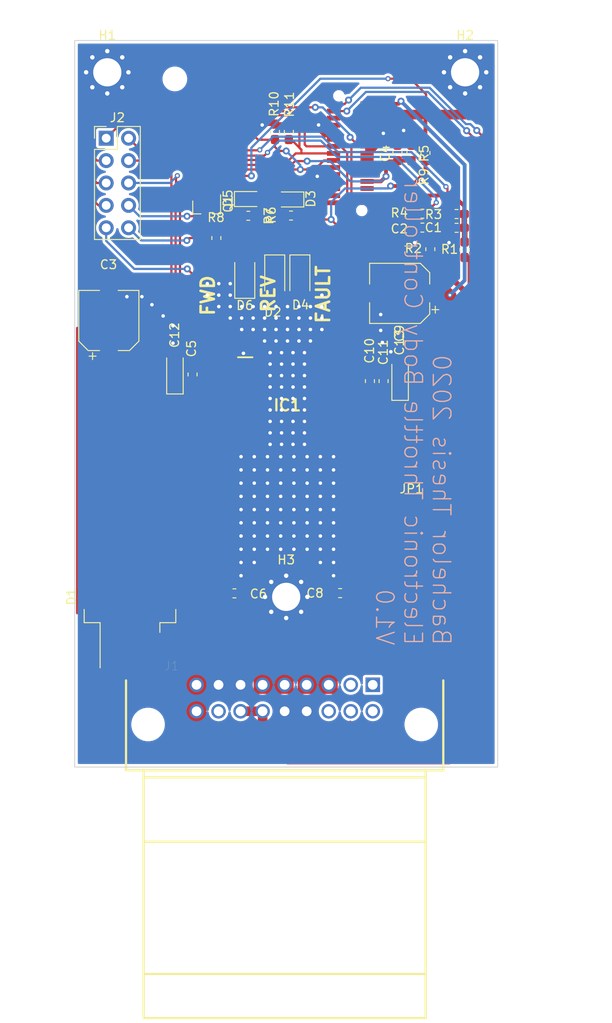
<source format=kicad_pcb>
(kicad_pcb (version 20171130) (host pcbnew "(5.1.6)-1")

  (general
    (thickness 1.6)
    (drawings 8)
    (tracks 553)
    (zones 0)
    (modules 38)
    (nets 26)
  )

  (page A4)
  (layers
    (0 F.Cu signal)
    (31 B.Cu signal)
    (32 B.Adhes user)
    (33 F.Adhes user)
    (34 B.Paste user)
    (35 F.Paste user)
    (36 B.SilkS user hide)
    (37 F.SilkS user hide)
    (38 B.Mask user)
    (39 F.Mask user)
    (40 Dwgs.User user)
    (41 Cmts.User user)
    (42 Eco1.User user)
    (43 Eco2.User user)
    (44 Edge.Cuts user)
    (45 Margin user)
    (46 B.CrtYd user)
    (47 F.CrtYd user)
    (48 B.Fab user)
    (49 F.Fab user)
  )

  (setup
    (last_trace_width 0.25)
    (user_trace_width 0.4318)
    (user_trace_width 0.635)
    (user_trace_width 1.0922)
    (user_trace_width 1.651)
    (trace_clearance 0.2)
    (zone_clearance 0.5)
    (zone_45_only no)
    (trace_min 0.2)
    (via_size 0.8)
    (via_drill 0.4)
    (via_min_size 0.3)
    (via_min_drill 0.3)
    (user_via 0.6 0.3)
    (uvia_size 0.3)
    (uvia_drill 0.1)
    (uvias_allowed no)
    (uvia_min_size 0.2)
    (uvia_min_drill 0.1)
    (edge_width 0.1)
    (segment_width 0.2)
    (pcb_text_width 0.3)
    (pcb_text_size 1.5 1.5)
    (mod_edge_width 0.15)
    (mod_text_size 1 1)
    (mod_text_width 0.15)
    (pad_size 2 2)
    (pad_drill 1)
    (pad_to_mask_clearance 0)
    (aux_axis_origin 0 0)
    (visible_elements 7FFFFFFF)
    (pcbplotparams
      (layerselection 0x010fc_ffffffff)
      (usegerberextensions false)
      (usegerberattributes false)
      (usegerberadvancedattributes false)
      (creategerberjobfile false)
      (excludeedgelayer true)
      (linewidth 0.100000)
      (plotframeref false)
      (viasonmask false)
      (mode 1)
      (useauxorigin false)
      (hpglpennumber 1)
      (hpglpenspeed 20)
      (hpglpendiameter 15.000000)
      (psnegative false)
      (psa4output false)
      (plotreference true)
      (plotvalue true)
      (plotinvisibletext false)
      (padsonsilk false)
      (subtractmaskfromsilk false)
      (outputformat 1)
      (mirror false)
      (drillshape 0)
      (scaleselection 1)
      (outputdirectory "Gerber/"))
  )

  (net 0 "")
  (net 1 GND)
  (net 2 TPS1_Filtered)
  (net 3 TPS2_Filtered)
  (net 4 PWR)
  (net 5 Feedback)
  (net 6 OUT1)
  (net 7 OUT2)
  (net 8 "Net-(C10-Pad2)")
  (net 9 TPS1)
  (net 10 TPS2)
  (net 11 "Net-(D3-Pad1)")
  (net 12 "Net-(D5-Pad1)")
  (net 13 +5V)
  (net 14 SFlag)
  (net 15 CANL)
  (net 16 CANH)
  (net 17 EN_D2)
  (net 18 D1)
  (net 19 PWM_3)
  (net 20 PWM_10)
  (net 21 "Net-(D2-Pad1)")
  (net 22 "Net-(D4-Pad1)")
  (net 23 "Net-(D6-Pad2)")
  (net 24 12V)
  (net 25 "Net-(Q1-Pad3)")

  (net_class Default "This is the default net class."
    (clearance 0.2)
    (trace_width 0.25)
    (via_dia 0.8)
    (via_drill 0.4)
    (uvia_dia 0.3)
    (uvia_drill 0.1)
    (add_net +5V)
    (add_net 12V)
    (add_net CANH)
    (add_net CANL)
    (add_net D1)
    (add_net EN_D2)
    (add_net Feedback)
    (add_net GND)
    (add_net "Net-(C10-Pad2)")
    (add_net "Net-(D2-Pad1)")
    (add_net "Net-(D3-Pad1)")
    (add_net "Net-(D4-Pad1)")
    (add_net "Net-(D5-Pad1)")
    (add_net "Net-(D6-Pad2)")
    (add_net "Net-(Q1-Pad3)")
    (add_net OUT1)
    (add_net OUT2)
    (add_net PWM_10)
    (add_net PWM_3)
    (add_net PWR)
    (add_net SFlag)
    (add_net TPS1)
    (add_net TPS1_Filtered)
    (add_net TPS2)
    (add_net TPS2_Filtered)
  )

  (module Capacitor_SMD:CP_Elec_6.3x7.7 (layer F.Cu) (tedit 5BCA39D0) (tstamp 5E5E87CA)
    (at 112.875 53.575 180)
    (descr "SMD capacitor, aluminum electrolytic, Nichicon, 6.3x7.7mm")
    (tags "capacitor electrolytic")
    (path /5E334433)
    (attr smd)
    (fp_text reference C9 (at 0.0178 -4.5339 270) (layer F.SilkS)
      (effects (font (size 1 1) (thickness 0.15)))
    )
    (fp_text value 220uF (at 0 4.35) (layer F.Fab)
      (effects (font (size 1 1) (thickness 0.15)))
    )
    (fp_line (start -4.7 1.05) (end -3.55 1.05) (layer F.CrtYd) (width 0.05))
    (fp_line (start -4.7 -1.05) (end -4.7 1.05) (layer F.CrtYd) (width 0.05))
    (fp_line (start -3.55 -1.05) (end -4.7 -1.05) (layer F.CrtYd) (width 0.05))
    (fp_line (start -3.55 1.05) (end -3.55 2.4) (layer F.CrtYd) (width 0.05))
    (fp_line (start -3.55 -2.4) (end -3.55 -1.05) (layer F.CrtYd) (width 0.05))
    (fp_line (start -3.55 -2.4) (end -2.4 -3.55) (layer F.CrtYd) (width 0.05))
    (fp_line (start -3.55 2.4) (end -2.4 3.55) (layer F.CrtYd) (width 0.05))
    (fp_line (start -2.4 -3.55) (end 3.55 -3.55) (layer F.CrtYd) (width 0.05))
    (fp_line (start -2.4 3.55) (end 3.55 3.55) (layer F.CrtYd) (width 0.05))
    (fp_line (start 3.55 1.05) (end 3.55 3.55) (layer F.CrtYd) (width 0.05))
    (fp_line (start 4.7 1.05) (end 3.55 1.05) (layer F.CrtYd) (width 0.05))
    (fp_line (start 4.7 -1.05) (end 4.7 1.05) (layer F.CrtYd) (width 0.05))
    (fp_line (start 3.55 -1.05) (end 4.7 -1.05) (layer F.CrtYd) (width 0.05))
    (fp_line (start 3.55 -3.55) (end 3.55 -1.05) (layer F.CrtYd) (width 0.05))
    (fp_line (start -4.04375 -2.24125) (end -4.04375 -1.45375) (layer F.SilkS) (width 0.12))
    (fp_line (start -4.4375 -1.8475) (end -3.65 -1.8475) (layer F.SilkS) (width 0.12))
    (fp_line (start -3.41 2.345563) (end -2.345563 3.41) (layer F.SilkS) (width 0.12))
    (fp_line (start -3.41 -2.345563) (end -2.345563 -3.41) (layer F.SilkS) (width 0.12))
    (fp_line (start -3.41 -2.345563) (end -3.41 -1.06) (layer F.SilkS) (width 0.12))
    (fp_line (start -3.41 2.345563) (end -3.41 1.06) (layer F.SilkS) (width 0.12))
    (fp_line (start -2.345563 3.41) (end 3.41 3.41) (layer F.SilkS) (width 0.12))
    (fp_line (start -2.345563 -3.41) (end 3.41 -3.41) (layer F.SilkS) (width 0.12))
    (fp_line (start 3.41 -3.41) (end 3.41 -1.06) (layer F.SilkS) (width 0.12))
    (fp_line (start 3.41 3.41) (end 3.41 1.06) (layer F.SilkS) (width 0.12))
    (fp_line (start -2.389838 -1.645) (end -2.389838 -1.015) (layer F.Fab) (width 0.1))
    (fp_line (start -2.704838 -1.33) (end -2.074838 -1.33) (layer F.Fab) (width 0.1))
    (fp_line (start -3.3 2.3) (end -2.3 3.3) (layer F.Fab) (width 0.1))
    (fp_line (start -3.3 -2.3) (end -2.3 -3.3) (layer F.Fab) (width 0.1))
    (fp_line (start -3.3 -2.3) (end -3.3 2.3) (layer F.Fab) (width 0.1))
    (fp_line (start -2.3 3.3) (end 3.3 3.3) (layer F.Fab) (width 0.1))
    (fp_line (start -2.3 -3.3) (end 3.3 -3.3) (layer F.Fab) (width 0.1))
    (fp_line (start 3.3 -3.3) (end 3.3 3.3) (layer F.Fab) (width 0.1))
    (fp_circle (center 0 0) (end 3.15 0) (layer F.Fab) (width 0.1))
    (fp_text user %R (at 0 0) (layer F.Fab)
      (effects (font (size 1 1) (thickness 0.15)))
    )
    (pad 2 smd roundrect (at 2.7 0 180) (size 3.5 1.6) (layers F.Cu F.Paste F.Mask) (roundrect_rratio 0.15625)
      (net 1 GND))
    (pad 1 smd roundrect (at -2.7 0 180) (size 3.5 1.6) (layers F.Cu F.Paste F.Mask) (roundrect_rratio 0.15625)
      (net 4 PWR))
    (model ${KISYS3DMOD}/Capacitor_SMD.3dshapes/CP_Elec_6.3x7.7.wrl
      (at (xyz 0 0 0))
      (scale (xyz 1 1 1))
      (rotate (xyz 0 0 0))
    )
  )

  (module Connector_PinHeader_2.54mm:PinHeader_2x05_P2.54mm_Vertical (layer F.Cu) (tedit 59FED5CC) (tstamp 5F8EA12C)
    (at 79.575 35.975)
    (descr "Through hole straight pin header, 2x05, 2.54mm pitch, double rows")
    (tags "Through hole pin header THT 2x05 2.54mm double row")
    (path /5F9240DB)
    (fp_text reference J2 (at 1.27 -2.33) (layer F.SilkS)
      (effects (font (size 1 1) (thickness 0.15)))
    )
    (fp_text value Conn_02x05_Odd_Even (at 1.27 12.49) (layer F.Fab)
      (effects (font (size 1 1) (thickness 0.15)))
    )
    (fp_line (start 4.35 -1.8) (end -1.8 -1.8) (layer F.CrtYd) (width 0.05))
    (fp_line (start 4.35 11.95) (end 4.35 -1.8) (layer F.CrtYd) (width 0.05))
    (fp_line (start -1.8 11.95) (end 4.35 11.95) (layer F.CrtYd) (width 0.05))
    (fp_line (start -1.8 -1.8) (end -1.8 11.95) (layer F.CrtYd) (width 0.05))
    (fp_line (start -1.33 -1.33) (end 0 -1.33) (layer F.SilkS) (width 0.12))
    (fp_line (start -1.33 0) (end -1.33 -1.33) (layer F.SilkS) (width 0.12))
    (fp_line (start 1.27 -1.33) (end 3.87 -1.33) (layer F.SilkS) (width 0.12))
    (fp_line (start 1.27 1.27) (end 1.27 -1.33) (layer F.SilkS) (width 0.12))
    (fp_line (start -1.33 1.27) (end 1.27 1.27) (layer F.SilkS) (width 0.12))
    (fp_line (start 3.87 -1.33) (end 3.87 11.49) (layer F.SilkS) (width 0.12))
    (fp_line (start -1.33 1.27) (end -1.33 11.49) (layer F.SilkS) (width 0.12))
    (fp_line (start -1.33 11.49) (end 3.87 11.49) (layer F.SilkS) (width 0.12))
    (fp_line (start -1.27 0) (end 0 -1.27) (layer F.Fab) (width 0.1))
    (fp_line (start -1.27 11.43) (end -1.27 0) (layer F.Fab) (width 0.1))
    (fp_line (start 3.81 11.43) (end -1.27 11.43) (layer F.Fab) (width 0.1))
    (fp_line (start 3.81 -1.27) (end 3.81 11.43) (layer F.Fab) (width 0.1))
    (fp_line (start 0 -1.27) (end 3.81 -1.27) (layer F.Fab) (width 0.1))
    (fp_text user %R (at 1.27 5.08 90) (layer F.Fab)
      (effects (font (size 1 1) (thickness 0.15)))
    )
    (pad 10 thru_hole oval (at 2.54 10.16) (size 1.7 1.7) (drill 1) (layers *.Cu *.Mask)
      (net 7 OUT2))
    (pad 9 thru_hole oval (at 0 10.16) (size 1.7 1.7) (drill 1) (layers *.Cu *.Mask)
      (net 6 OUT1))
    (pad 8 thru_hole oval (at 2.54 7.62) (size 1.7 1.7) (drill 1) (layers *.Cu *.Mask)
      (net 14 SFlag))
    (pad 7 thru_hole oval (at 0 7.62) (size 1.7 1.7) (drill 1) (layers *.Cu *.Mask)
      (net 19 PWM_3))
    (pad 6 thru_hole oval (at 2.54 5.08) (size 1.7 1.7) (drill 1) (layers *.Cu *.Mask)
      (net 5 Feedback))
    (pad 5 thru_hole oval (at 0 5.08) (size 1.7 1.7) (drill 1) (layers *.Cu *.Mask)
      (net 20 PWM_10))
    (pad 4 thru_hole oval (at 2.54 2.54) (size 1.7 1.7) (drill 1) (layers *.Cu *.Mask)
      (net 3 TPS2_Filtered))
    (pad 3 thru_hole oval (at 0 2.54) (size 1.7 1.7) (drill 1) (layers *.Cu *.Mask)
      (net 17 EN_D2))
    (pad 2 thru_hole oval (at 2.54 0) (size 1.7 1.7) (drill 1) (layers *.Cu *.Mask)
      (net 2 TPS1_Filtered))
    (pad 1 thru_hole rect (at 0 0) (size 1.7 1.7) (drill 1) (layers *.Cu *.Mask)
      (net 18 D1))
    (model ${KISYS3DMOD}/Connector_PinHeader_2.54mm.3dshapes/PinHeader_2x05_P2.54mm_Vertical.wrl
      (at (xyz 0 0 0))
      (scale (xyz 1 1 1))
      (rotate (xyz 0 0 0))
    )
  )

  (module ETBC_2020:ACM_2020_Footprint_wo_silk (layer F.Cu) (tedit 5E323B5E) (tstamp 5E614E86)
    (at 107.275 37.6746 270)
    (descr IL-WX-10SB-VF-BE)
    (tags Connector)
    (path /5E29AD50)
    (fp_text reference U1 (at -0.127 0 270) (layer Eco1.User)
      (effects (font (size 1.27 1.27) (thickness 0.254)))
    )
    (fp_text value ACM_2020 (at 0.254 4.445 270) (layer Eco1.User) hide
      (effects (font (size 1.27 1.27) (thickness 0.254)))
    )
    (fp_line (start -5.842 -1.6) (end 5.873 -1.6) (layer F.Fab) (width 0.2))
    (fp_line (start 5.873 -1.6) (end 5.873 1.6) (layer F.Fab) (width 0.2))
    (fp_line (start 5.873 1.6) (end -5.842 1.6) (layer F.Fab) (width 0.2))
    (fp_line (start -5.842 1.6) (end -5.842 -1.6) (layer F.Fab) (width 0.2))
    (fp_line (start -6.9 -3.65) (end 6.9 -3.65) (layer F.CrtYd) (width 0.1))
    (fp_line (start 6.9 -3.65) (end 6.9 3.65) (layer F.CrtYd) (width 0.1))
    (fp_line (start 6.9 3.65) (end -6.9 3.65) (layer F.CrtYd) (width 0.1))
    (fp_line (start -6.9 3.65) (end -6.9 -3.65) (layer F.CrtYd) (width 0.1))
    (fp_line (start -11 -5) (end 11 -5) (layer Dwgs.User) (width 0.3))
    (fp_line (start -11 -5) (end -11 20) (layer Dwgs.User) (width 0.3))
    (fp_line (start 11 22.634393) (end -9.026231 22.634393) (layer Dwgs.User) (width 0.3))
    (fp_line (start 11 -5) (end 11 22.634393) (layer Dwgs.User) (width 0.3))
    (fp_text user %R (at -0.127 0 270) (layer F.Fab)
      (effects (font (size 1.27 1.27) (thickness 0.254)))
    )
    (fp_arc (start -8.5635 20.2311) (end -11 20) (angle -84.5) (layer Dwgs.User) (width 0.3))
    (pad 30 smd rect (at -5.6 -1.9 270) (size 0.55 1.5) (layers F.Cu F.Paste F.Mask)
      (net 4 PWR))
    (pad 29 smd rect (at -5.5746 1.9 270) (size 0.55 1.5) (layers F.Cu F.Paste F.Mask)
      (net 15 CANL))
    (pad 28 smd rect (at -4.8 -1.9 270) (size 0.55 1.5) (layers F.Cu F.Paste F.Mask)
      (net 13 +5V))
    (pad 27 smd rect (at -4.7746 1.9 270) (size 0.55 1.5) (layers F.Cu F.Paste F.Mask)
      (net 16 CANH))
    (pad 26 smd rect (at -4 -1.9 270) (size 0.55 1.5) (layers F.Cu F.Paste F.Mask)
      (net 13 +5V))
    (pad 25 smd rect (at -3.9746 1.9 270) (size 0.55 1.5) (layers F.Cu F.Paste F.Mask))
    (pad 24 smd rect (at -3.2 -1.9 270) (size 0.55 1.5) (layers F.Cu F.Paste F.Mask)
      (net 13 +5V))
    (pad 23 smd rect (at -3.1746 1.9 270) (size 0.55 1.5) (layers F.Cu F.Paste F.Mask))
    (pad 22 smd rect (at -2.4 -1.9 270) (size 0.55 1.5) (layers F.Cu F.Paste F.Mask))
    (pad 21 smd rect (at -2.3746 1.9 270) (size 0.55 1.5) (layers F.Cu F.Paste F.Mask)
      (net 1 GND))
    (pad 20 smd rect (at -1.6 -1.9 270) (size 0.55 1.5) (layers F.Cu F.Paste F.Mask)
      (net 19 PWM_3))
    (pad 19 smd rect (at -1.5746 1.9 270) (size 0.55 1.5) (layers F.Cu F.Paste F.Mask)
      (net 1 GND))
    (pad 18 smd rect (at -0.8 -1.9 270) (size 0.55 1.5) (layers F.Cu F.Paste F.Mask)
      (net 1 GND))
    (pad 17 smd rect (at -0.7746 1.9 270) (size 0.55 1.5) (layers F.Cu F.Paste F.Mask)
      (net 20 PWM_10))
    (pad 16 smd rect (at 0 -1.9 270) (size 0.55 1.5) (layers F.Cu F.Paste F.Mask)
      (net 1 GND))
    (pad 15 smd rect (at 0.0254 1.9 270) (size 0.55 1.5) (layers F.Cu F.Paste F.Mask)
      (net 17 EN_D2))
    (pad 14 smd rect (at 0.8 -1.9 270) (size 0.55 1.5) (layers F.Cu F.Paste F.Mask))
    (pad 13 smd rect (at 0.8254 1.9 270) (size 0.55 1.5) (layers F.Cu F.Paste F.Mask)
      (net 18 D1))
    (pad 12 smd rect (at 1.6 -1.9 270) (size 0.55 1.5) (layers F.Cu F.Paste F.Mask))
    (pad 11 smd rect (at 1.6254 1.9 270) (size 0.55 1.5) (layers F.Cu F.Paste F.Mask))
    (pad 10 smd rect (at 2.4 -1.9 270) (size 0.55 1.5) (layers F.Cu F.Paste F.Mask))
    (pad 9 smd rect (at 2.4254 1.9 270) (size 0.55 1.5) (layers F.Cu F.Paste F.Mask)
      (net 1 GND))
    (pad 8 smd rect (at 3.2 -1.9 270) (size 0.55 1.5) (layers F.Cu F.Paste F.Mask)
      (net 5 Feedback))
    (pad 7 smd rect (at 3.2254 1.9 270) (size 0.55 1.5) (layers F.Cu F.Paste F.Mask))
    (pad 6 smd rect (at 4 -1.9 270) (size 0.55 1.5) (layers F.Cu F.Paste F.Mask)
      (net 14 SFlag))
    (pad 5 smd rect (at 4.0254 1.9 270) (size 0.55 1.5) (layers F.Cu F.Paste F.Mask))
    (pad 4 smd rect (at 4.8 -1.9 270) (size 0.55 1.5) (layers F.Cu F.Paste F.Mask)
      (net 2 TPS1_Filtered))
    (pad 3 smd rect (at 4.8254 1.9 270) (size 0.55 1.5) (layers F.Cu F.Paste F.Mask))
    (pad 2 smd rect (at 5.6 -1.9 270) (size 0.55 1.5) (layers F.Cu F.Paste F.Mask)
      (net 3 TPS2_Filtered))
    (pad 1 smd rect (at 5.6254 1.9 270) (size 0.55 1.5) (layers F.Cu F.Paste F.Mask))
    (pad "" np_thru_hole circle (at -6.5 1.3 270) (size 0.7 0.7) (drill 0.7) (layers *.Cu *.Mask))
    (pad "" np_thru_hole circle (at 6.5 -1.3 270) (size 0.7 0.7) (drill 0.7) (layers *.Cu *.Mask))
    (pad "" np_thru_hole circle (at -8.422 19.912 270) (size 2.2 2.2) (drill 2.2) (layers *.Cu *.Mask))
    (model ${KIPRJMOD}/3d_objects/ACM-connector-pcb.step
      (offset (xyz -5.75 -0.75 1.25))
      (scale (xyz 1 1 1))
      (rotate (xyz -90 0 0))
    )
    (model ${KIPRJMOD}/3d_objects/ACM-pcb.wrl
      (offset (xyz -75.7 70.2 5.35))
      (scale (xyz 0.4 0.4 0.4))
      (rotate (xyz 0 0 0))
    )
    (model "${KIPRJMOD}/Library/JAE IL-WX Series 30-pin.STEP"
      (offset (xyz -0.25 0 0))
      (scale (xyz 1 1 1))
      (rotate (xyz -90 0 0))
    )
  )

  (module Resistor_SMD:R_0603_1608Metric_Pad1.05x0.95mm_HandSolder (layer F.Cu) (tedit 5B301BBD) (tstamp 5E5EB483)
    (at 114.2124 37.6525 90)
    (descr "Resistor SMD 0603 (1608 Metric), square (rectangular) end terminal, IPC_7351 nominal with elongated pad for handsoldering. (Body size source: http://www.tortai-tech.com/upload/download/2011102023233369053.pdf), generated with kicad-footprint-generator")
    (tags "resistor handsolder")
    (path /5E2FB095)
    (attr smd)
    (fp_text reference R5 (at -0.0508 1.4351 90) (layer F.SilkS)
      (effects (font (size 1 1) (thickness 0.15)))
    )
    (fp_text value 255 (at 0 1.43 90) (layer F.Fab)
      (effects (font (size 1 1) (thickness 0.15)))
    )
    (fp_line (start 1.65 0.73) (end -1.65 0.73) (layer F.CrtYd) (width 0.05))
    (fp_line (start 1.65 -0.73) (end 1.65 0.73) (layer F.CrtYd) (width 0.05))
    (fp_line (start -1.65 -0.73) (end 1.65 -0.73) (layer F.CrtYd) (width 0.05))
    (fp_line (start -1.65 0.73) (end -1.65 -0.73) (layer F.CrtYd) (width 0.05))
    (fp_line (start -0.171267 0.51) (end 0.171267 0.51) (layer F.SilkS) (width 0.12))
    (fp_line (start -0.171267 -0.51) (end 0.171267 -0.51) (layer F.SilkS) (width 0.12))
    (fp_line (start 0.8 0.4) (end -0.8 0.4) (layer F.Fab) (width 0.1))
    (fp_line (start 0.8 -0.4) (end 0.8 0.4) (layer F.Fab) (width 0.1))
    (fp_line (start -0.8 -0.4) (end 0.8 -0.4) (layer F.Fab) (width 0.1))
    (fp_line (start -0.8 0.4) (end -0.8 -0.4) (layer F.Fab) (width 0.1))
    (fp_text user %R (at 0 0 90) (layer F.Fab)
      (effects (font (size 0.4 0.4) (thickness 0.06)))
    )
    (pad 2 smd roundrect (at 0.875 0 90) (size 1.05 0.95) (layers F.Cu F.Paste F.Mask) (roundrect_rratio 0.25)
      (net 1 GND))
    (pad 1 smd roundrect (at -0.875 0 90) (size 1.05 0.95) (layers F.Cu F.Paste F.Mask) (roundrect_rratio 0.25)
      (net 5 Feedback))
    (model ${KISYS3DMOD}/Resistor_SMD.3dshapes/R_0603_1608Metric.wrl
      (at (xyz 0 0 0))
      (scale (xyz 1 1 1))
      (rotate (xyz 0 0 0))
    )
  )

  (module ETBC_2020:JAE_MX23A18NF1 (layer F.Cu) (tedit 5E29572B) (tstamp 5E5EB3ED)
    (at 99.825 102.475)
    (path /5E3AE990)
    (fp_text reference J1 (at -12.839525 -6.642495) (layer F.SilkS)
      (effects (font (size 1.001126 1.001126) (thickness 0.015)))
    )
    (fp_text value Conn_02x09_Top_Bottom (at 15.39146 -6.63564) (layer F.Fab)
      (effects (font (size 1.000094 1.000094) (thickness 0.015)))
    )
    (fp_line (start 18 -5) (end 18 5.2) (layer F.SilkS) (width 0.254))
    (fp_line (start 16 13.3) (end 16 28.3) (layer F.SilkS) (width 0.254))
    (fp_line (start 16 28.3) (end -16 28.3) (layer F.SilkS) (width 0.254))
    (fp_line (start -16 28.3) (end -16 13.3) (layer F.SilkS) (width 0.254))
    (fp_line (start -18 5.2) (end -18 -5) (layer F.SilkS) (width 0.254))
    (fp_line (start 18 5.2) (end 13.25 5.2) (layer F.SilkS) (width 0.254))
    (fp_line (start 13.25 5.2) (end -13.25 5.2) (layer F.SilkS) (width 0.254))
    (fp_line (start -13.25 5.2) (end -18 5.2) (layer F.SilkS) (width 0.254))
    (fp_line (start 16 13.3) (end -16 13.3) (layer F.SilkS) (width 0.254))
    (fp_line (start 16 33.3) (end -16 33.3) (layer F.SilkS) (width 0.254))
    (fp_line (start -16 28.3) (end -16 33.3) (layer F.SilkS) (width 0.254))
    (fp_line (start 16 28.3) (end 16 33.3) (layer F.SilkS) (width 0.254))
    (fp_line (start -16 6) (end 16 6) (layer F.SilkS) (width 0.254))
    (fp_line (start -19 -5.75) (end 19 -5.75) (layer F.CrtYd) (width 0.254))
    (fp_line (start 19 -5.75) (end 19 33.75) (layer F.CrtYd) (width 0.254))
    (fp_line (start 19 33.75) (end -19 33.75) (layer F.CrtYd) (width 0.254))
    (fp_line (start -19 33.75) (end -19 -5.75) (layer F.CrtYd) (width 0.254))
    (fp_line (start -16 13.3) (end -16 5.2) (layer F.SilkS) (width 0.254))
    (fp_line (start 16 13.3) (end 16 5.2) (layer F.SilkS) (width 0.254))
    (fp_text user PCB~Edge (at 5.13303 8.01253) (layer F.Fab)
      (effects (font (size 1.001567 1.001567) (thickness 0.015)))
    )
    (pad 1 thru_hole rect (at 10 -4.5) (size 1.65 1.65) (drill 1.1) (layers *.Cu *.Mask)
      (net 16 CANH))
    (pad 2 thru_hole circle (at 7.5 -4.5) (size 1.65 1.65) (drill 1.1) (layers *.Cu *.Mask)
      (net 15 CANL))
    (pad 3 thru_hole circle (at 5 -4.5) (size 1.65 1.65) (drill 1.1) (layers *.Cu *.Mask)
      (net 7 OUT2))
    (pad 4 thru_hole circle (at 2.5 -4.5) (size 1.65 1.65) (drill 1.1) (layers *.Cu *.Mask)
      (net 7 OUT2))
    (pad 5 thru_hole circle (at 0 -4.5) (size 1.65 1.65) (drill 1.1) (layers *.Cu *.Mask)
      (net 6 OUT1))
    (pad 6 thru_hole circle (at -2.5 -4.5) (size 1.65 1.65) (drill 1.1) (layers *.Cu *.Mask)
      (net 6 OUT1))
    (pad 7 thru_hole circle (at -5 -4.5 90) (size 1.65 1.65) (drill 1.1) (layers *.Cu *.Mask)
      (net 1 GND))
    (pad 8 thru_hole circle (at -7.5 -4.5) (size 1.65 1.65) (drill 1.1) (layers *.Cu *.Mask)
      (net 1 GND))
    (pad 9 thru_hole circle (at -10 -4.5) (size 1.65 1.65) (drill 1.1) (layers *.Cu *.Mask)
      (net 24 12V))
    (pad 10 thru_hole circle (at 10 -1.5) (size 1.65 1.65) (drill 1.1) (layers *.Cu *.Mask))
    (pad 11 thru_hole circle (at 7.5 -1.5) (size 1.65 1.65) (drill 1.1) (layers *.Cu *.Mask)
      (net 10 TPS2))
    (pad 12 thru_hole circle (at 5 -1.5) (size 1.65 1.65) (drill 1.1) (layers *.Cu *.Mask)
      (net 9 TPS1))
    (pad "" np_thru_hole circle (at -15.5 0) (size 3.2 3.2) (drill 3.2) (layers *.Cu *.Mask))
    (pad "" np_thru_hole circle (at 15.5 0) (size 3.2 3.2) (drill 3.2) (layers *.Cu *.Mask))
    (pad 13 thru_hole circle (at 2.5 -1.5) (size 1.65 1.65) (drill 1.1) (layers *.Cu *.Mask)
      (net 1 GND))
    (pad 14 thru_hole circle (at 0 -1.5) (size 1.65 1.65) (drill 1.1) (layers *.Cu *.Mask)
      (net 1 GND))
    (pad 15 thru_hole circle (at -2.5 -1.5) (size 1.65 1.65) (drill 1.1) (layers *.Cu *.Mask)
      (net 13 +5V))
    (pad 16 thru_hole circle (at -5 -1.5) (size 1.65 1.65) (drill 1.1) (layers *.Cu *.Mask)
      (net 13 +5V))
    (pad 17 thru_hole circle (at -7.5 -1.5) (size 1.65 1.65) (drill 1.1) (layers *.Cu *.Mask))
    (pad 18 thru_hole circle (at -10 -1.5) (size 1.65 1.65) (drill 1.1) (layers *.Cu *.Mask)
      (net 24 12V))
    (model "${KIPRJMOD}/Library/MX23A18NF1/3D/K3D-MX23A18NF1-R5 JAE Connector Division Proprietary.STEP"
      (offset (xyz 0 -28.24 8))
      (scale (xyz 1 1 1))
      (rotate (xyz -90 0 0))
    )
  )

  (module MountingHole:MountingHole_3.2mm_M3_Pad_Via (layer F.Cu) (tedit 56DDBCCA) (tstamp 5F8F488E)
    (at 100 88)
    (descr "Mounting Hole 3.2mm, M3")
    (tags "mounting hole 3.2mm m3")
    (path /5FA90E7A)
    (attr virtual)
    (fp_text reference H3 (at 0 -4.2) (layer F.SilkS)
      (effects (font (size 1 1) (thickness 0.15)))
    )
    (fp_text value MountingHole_Pad (at 0 4.2) (layer F.Fab)
      (effects (font (size 1 1) (thickness 0.15)))
    )
    (fp_circle (center 0 0) (end 3.2 0) (layer Cmts.User) (width 0.15))
    (fp_circle (center 0 0) (end 3.45 0) (layer F.CrtYd) (width 0.05))
    (fp_text user %R (at 0.3 0) (layer F.Fab)
      (effects (font (size 1 1) (thickness 0.15)))
    )
    (pad 1 thru_hole circle (at 1.697056 -1.697056) (size 0.8 0.8) (drill 0.5) (layers *.Cu *.Mask)
      (net 1 GND))
    (pad 1 thru_hole circle (at 0 -2.4) (size 0.8 0.8) (drill 0.5) (layers *.Cu *.Mask)
      (net 1 GND))
    (pad 1 thru_hole circle (at -1.697056 -1.697056) (size 0.8 0.8) (drill 0.5) (layers *.Cu *.Mask)
      (net 1 GND))
    (pad 1 thru_hole circle (at -2.4 0) (size 0.8 0.8) (drill 0.5) (layers *.Cu *.Mask)
      (net 1 GND))
    (pad 1 thru_hole circle (at -1.697056 1.697056) (size 0.8 0.8) (drill 0.5) (layers *.Cu *.Mask)
      (net 1 GND))
    (pad 1 thru_hole circle (at 0 2.4) (size 0.8 0.8) (drill 0.5) (layers *.Cu *.Mask)
      (net 1 GND))
    (pad 1 thru_hole circle (at 1.697056 1.697056) (size 0.8 0.8) (drill 0.5) (layers *.Cu *.Mask)
      (net 1 GND))
    (pad 1 thru_hole circle (at 2.4 0) (size 0.8 0.8) (drill 0.5) (layers *.Cu *.Mask)
      (net 1 GND))
    (pad 1 thru_hole circle (at 0 0) (size 6.4 6.4) (drill 3.2) (layers *.Cu *.Mask)
      (net 1 GND))
  )

  (module "ETBC_2020:Jumper PWR 25 26" (layer F.Cu) (tedit 5F8E1715) (tstamp 5F8E6D92)
    (at 114.225 76.25 180)
    (path /5F8E3C2F)
    (fp_text reference JP1 (at 0 0.5) (layer F.SilkS)
      (effects (font (size 1 1) (thickness 0.15)))
    )
    (fp_text value Jumper_2_Bridged (at 0 -0.5) (layer F.Fab)
      (effects (font (size 1 1) (thickness 0.15)))
    )
    (pad 2 smd rect (at 32 0 180) (size 6 5) (layers F.Cu F.Paste F.Mask)
      (net 4 PWR))
    (pad 1 smd rect (at 0 0 180) (size 6 5) (layers F.Cu F.Paste F.Mask)
      (net 4 PWR))
  )

  (module MountingHole:MountingHole_3.2mm_M3_Pad_Via (layer F.Cu) (tedit 56DDBCCA) (tstamp 5E62BB6C)
    (at 120.3 28.5)
    (descr "Mounting Hole 3.2mm, M3")
    (tags "mounting hole 3.2mm m3")
    (path /5E68E8C6)
    (attr virtual)
    (fp_text reference H2 (at 0 -4.2) (layer F.SilkS)
      (effects (font (size 1 1) (thickness 0.15)))
    )
    (fp_text value MountingHole_Pad (at 0 4.2) (layer F.Fab)
      (effects (font (size 1 1) (thickness 0.15)))
    )
    (fp_circle (center 0 0) (end 3.45 0) (layer F.CrtYd) (width 0.05))
    (fp_circle (center 0 0) (end 3.2 0) (layer Cmts.User) (width 0.15))
    (fp_text user %R (at 0.3 0) (layer F.Fab)
      (effects (font (size 1 1) (thickness 0.15)))
    )
    (pad 1 thru_hole circle (at 1.697056 -1.697056) (size 0.8 0.8) (drill 0.5) (layers *.Cu *.Mask)
      (net 1 GND))
    (pad 1 thru_hole circle (at 0 -2.4) (size 0.8 0.8) (drill 0.5) (layers *.Cu *.Mask)
      (net 1 GND))
    (pad 1 thru_hole circle (at -1.697056 -1.697056) (size 0.8 0.8) (drill 0.5) (layers *.Cu *.Mask)
      (net 1 GND))
    (pad 1 thru_hole circle (at -2.4 0) (size 0.8 0.8) (drill 0.5) (layers *.Cu *.Mask)
      (net 1 GND))
    (pad 1 thru_hole circle (at -1.697056 1.697056) (size 0.8 0.8) (drill 0.5) (layers *.Cu *.Mask)
      (net 1 GND))
    (pad 1 thru_hole circle (at 0 2.4) (size 0.8 0.8) (drill 0.5) (layers *.Cu *.Mask)
      (net 1 GND))
    (pad 1 thru_hole circle (at 1.697056 1.697056) (size 0.8 0.8) (drill 0.5) (layers *.Cu *.Mask)
      (net 1 GND))
    (pad 1 thru_hole circle (at 2.4 0) (size 0.8 0.8) (drill 0.5) (layers *.Cu *.Mask)
      (net 1 GND))
    (pad 1 thru_hole circle (at 0 0) (size 6.4 6.4) (drill 3.2) (layers *.Cu *.Mask)
      (net 1 GND))
  )

  (module MountingHole:MountingHole_3.2mm_M3_Pad_Via (layer F.Cu) (tedit 56DDBCCA) (tstamp 5E62BB5C)
    (at 79.7 28.5)
    (descr "Mounting Hole 3.2mm, M3")
    (tags "mounting hole 3.2mm m3")
    (path /5E684FB3)
    (attr virtual)
    (fp_text reference H1 (at 0 -4.2) (layer F.SilkS)
      (effects (font (size 1 1) (thickness 0.15)))
    )
    (fp_text value MountingHole_Pad (at 0 4.2) (layer F.Fab)
      (effects (font (size 1 1) (thickness 0.15)))
    )
    (fp_circle (center 0 0) (end 3.45 0) (layer F.CrtYd) (width 0.05))
    (fp_circle (center 0 0) (end 3.2 0) (layer Cmts.User) (width 0.15))
    (fp_text user %R (at 0.3 0) (layer F.Fab)
      (effects (font (size 1 1) (thickness 0.15)))
    )
    (pad 1 thru_hole circle (at 1.697056 -1.697056) (size 0.8 0.8) (drill 0.5) (layers *.Cu *.Mask)
      (net 1 GND))
    (pad 1 thru_hole circle (at 0 -2.4) (size 0.8 0.8) (drill 0.5) (layers *.Cu *.Mask)
      (net 1 GND))
    (pad 1 thru_hole circle (at -1.697056 -1.697056) (size 0.8 0.8) (drill 0.5) (layers *.Cu *.Mask)
      (net 1 GND))
    (pad 1 thru_hole circle (at -2.4 0) (size 0.8 0.8) (drill 0.5) (layers *.Cu *.Mask)
      (net 1 GND))
    (pad 1 thru_hole circle (at -1.697056 1.697056) (size 0.8 0.8) (drill 0.5) (layers *.Cu *.Mask)
      (net 1 GND))
    (pad 1 thru_hole circle (at 0 2.4) (size 0.8 0.8) (drill 0.5) (layers *.Cu *.Mask)
      (net 1 GND))
    (pad 1 thru_hole circle (at 1.697056 1.697056) (size 0.8 0.8) (drill 0.5) (layers *.Cu *.Mask)
      (net 1 GND))
    (pad 1 thru_hole circle (at 2.4 0) (size 0.8 0.8) (drill 0.5) (layers *.Cu *.Mask)
      (net 1 GND))
    (pad 1 thru_hole circle (at 0 0) (size 6.4 6.4) (drill 3.2) (layers *.Cu *.Mask)
      (net 1 GND))
  )

  (module Resistor_SMD:R_0603_1608Metric_Pad1.05x0.95mm_HandSolder (layer F.Cu) (tedit 5B301BBD) (tstamp 5E60DA66)
    (at 100.3 35.25 90)
    (descr "Resistor SMD 0603 (1608 Metric), square (rectangular) end terminal, IPC_7351 nominal with elongated pad for handsoldering. (Body size source: http://www.tortai-tech.com/upload/download/2011102023233369053.pdf), generated with kicad-footprint-generator")
    (tags "resistor handsolder")
    (path /5E614C6C)
    (attr smd)
    (fp_text reference R11 (at 3.0988 0.0635 90) (layer F.SilkS)
      (effects (font (size 1 1) (thickness 0.15)))
    )
    (fp_text value 4.7K (at 0 1.43 90) (layer F.Fab)
      (effects (font (size 1 1) (thickness 0.15)))
    )
    (fp_line (start 1.65 0.73) (end -1.65 0.73) (layer F.CrtYd) (width 0.05))
    (fp_line (start 1.65 -0.73) (end 1.65 0.73) (layer F.CrtYd) (width 0.05))
    (fp_line (start -1.65 -0.73) (end 1.65 -0.73) (layer F.CrtYd) (width 0.05))
    (fp_line (start -1.65 0.73) (end -1.65 -0.73) (layer F.CrtYd) (width 0.05))
    (fp_line (start -0.171267 0.51) (end 0.171267 0.51) (layer F.SilkS) (width 0.12))
    (fp_line (start -0.171267 -0.51) (end 0.171267 -0.51) (layer F.SilkS) (width 0.12))
    (fp_line (start 0.8 0.4) (end -0.8 0.4) (layer F.Fab) (width 0.1))
    (fp_line (start 0.8 -0.4) (end 0.8 0.4) (layer F.Fab) (width 0.1))
    (fp_line (start -0.8 -0.4) (end 0.8 -0.4) (layer F.Fab) (width 0.1))
    (fp_line (start -0.8 0.4) (end -0.8 -0.4) (layer F.Fab) (width 0.1))
    (fp_text user %R (at 0 0 90) (layer F.Fab)
      (effects (font (size 0.4 0.4) (thickness 0.06)))
    )
    (pad 2 smd roundrect (at 0.875 0 90) (size 1.05 0.95) (layers F.Cu F.Paste F.Mask) (roundrect_rratio 0.25)
      (net 1 GND))
    (pad 1 smd roundrect (at -0.875 0 90) (size 1.05 0.95) (layers F.Cu F.Paste F.Mask) (roundrect_rratio 0.25)
      (net 17 EN_D2))
    (model ${KISYS3DMOD}/Resistor_SMD.3dshapes/R_0603_1608Metric.wrl
      (at (xyz 0 0 0))
      (scale (xyz 1 1 1))
      (rotate (xyz 0 0 0))
    )
  )

  (module Resistor_SMD:R_0603_1608Metric_Pad1.05x0.95mm_HandSolder (layer F.Cu) (tedit 5B301BBD) (tstamp 5E60DA55)
    (at 98.725 35.25 90)
    (descr "Resistor SMD 0603 (1608 Metric), square (rectangular) end terminal, IPC_7351 nominal with elongated pad for handsoldering. (Body size source: http://www.tortai-tech.com/upload/download/2011102023233369053.pdf), generated with kicad-footprint-generator")
    (tags "resistor handsolder")
    (path /5E62474D)
    (attr smd)
    (fp_text reference R10 (at 3.1623 -0.1016 90) (layer F.SilkS)
      (effects (font (size 1 1) (thickness 0.15)))
    )
    (fp_text value 4.7K (at 0 1.43 90) (layer F.Fab)
      (effects (font (size 1 1) (thickness 0.15)))
    )
    (fp_line (start 1.65 0.73) (end -1.65 0.73) (layer F.CrtYd) (width 0.05))
    (fp_line (start 1.65 -0.73) (end 1.65 0.73) (layer F.CrtYd) (width 0.05))
    (fp_line (start -1.65 -0.73) (end 1.65 -0.73) (layer F.CrtYd) (width 0.05))
    (fp_line (start -1.65 0.73) (end -1.65 -0.73) (layer F.CrtYd) (width 0.05))
    (fp_line (start -0.171267 0.51) (end 0.171267 0.51) (layer F.SilkS) (width 0.12))
    (fp_line (start -0.171267 -0.51) (end 0.171267 -0.51) (layer F.SilkS) (width 0.12))
    (fp_line (start 0.8 0.4) (end -0.8 0.4) (layer F.Fab) (width 0.1))
    (fp_line (start 0.8 -0.4) (end 0.8 0.4) (layer F.Fab) (width 0.1))
    (fp_line (start -0.8 -0.4) (end 0.8 -0.4) (layer F.Fab) (width 0.1))
    (fp_line (start -0.8 0.4) (end -0.8 -0.4) (layer F.Fab) (width 0.1))
    (fp_text user %R (at 0 0 90) (layer F.Fab)
      (effects (font (size 0.4 0.4) (thickness 0.06)))
    )
    (pad 2 smd roundrect (at 0.875 0 90) (size 1.05 0.95) (layers F.Cu F.Paste F.Mask) (roundrect_rratio 0.25)
      (net 1 GND))
    (pad 1 smd roundrect (at -0.875 0 90) (size 1.05 0.95) (layers F.Cu F.Paste F.Mask) (roundrect_rratio 0.25)
      (net 18 D1))
    (model ${KISYS3DMOD}/Resistor_SMD.3dshapes/R_0603_1608Metric.wrl
      (at (xyz 0 0 0))
      (scale (xyz 1 1 1))
      (rotate (xyz 0 0 0))
    )
  )

  (module Package_TO_SOT_SMD:TO-263-3_TabPin2 (layer F.Cu) (tedit 5A70FB8C) (tstamp 5E610293)
    (at 82.275 87.975 90)
    (descr "TO-263 / D2PAK / DDPAK SMD package, http://www.infineon.com/cms/en/product/packages/PG-TO263/PG-TO263-3-1/")
    (tags "D2PAK DDPAK TO-263 D2PAK-3 TO-263-3 SOT-404")
    (path /5E63A4C5)
    (attr smd)
    (fp_text reference D1 (at 0 -6.65 90) (layer F.SilkS)
      (effects (font (size 1 1) (thickness 0.15)))
    )
    (fp_text value WNS20S100CB (at 0 6.65 90) (layer F.Fab)
      (effects (font (size 1 1) (thickness 0.15)))
    )
    (fp_line (start 8.32 -5.65) (end -8.32 -5.65) (layer F.CrtYd) (width 0.05))
    (fp_line (start 8.32 5.65) (end 8.32 -5.65) (layer F.CrtYd) (width 0.05))
    (fp_line (start -8.32 5.65) (end 8.32 5.65) (layer F.CrtYd) (width 0.05))
    (fp_line (start -8.32 -5.65) (end -8.32 5.65) (layer F.CrtYd) (width 0.05))
    (fp_line (start -2.95 3.39) (end -4.05 3.39) (layer F.SilkS) (width 0.12))
    (fp_line (start -2.95 5.2) (end -2.95 3.39) (layer F.SilkS) (width 0.12))
    (fp_line (start -1.45 5.2) (end -2.95 5.2) (layer F.SilkS) (width 0.12))
    (fp_line (start -2.95 -3.39) (end -8.075 -3.39) (layer F.SilkS) (width 0.12))
    (fp_line (start -2.95 -5.2) (end -2.95 -3.39) (layer F.SilkS) (width 0.12))
    (fp_line (start -1.45 -5.2) (end -2.95 -5.2) (layer F.SilkS) (width 0.12))
    (fp_line (start -7.45 3.04) (end -2.75 3.04) (layer F.Fab) (width 0.1))
    (fp_line (start -7.45 2.04) (end -7.45 3.04) (layer F.Fab) (width 0.1))
    (fp_line (start -2.75 2.04) (end -7.45 2.04) (layer F.Fab) (width 0.1))
    (fp_line (start -7.45 0.5) (end -2.75 0.5) (layer F.Fab) (width 0.1))
    (fp_line (start -7.45 -0.5) (end -7.45 0.5) (layer F.Fab) (width 0.1))
    (fp_line (start -2.75 -0.5) (end -7.45 -0.5) (layer F.Fab) (width 0.1))
    (fp_line (start -7.45 -2.04) (end -2.75 -2.04) (layer F.Fab) (width 0.1))
    (fp_line (start -7.45 -3.04) (end -7.45 -2.04) (layer F.Fab) (width 0.1))
    (fp_line (start -2.75 -3.04) (end -7.45 -3.04) (layer F.Fab) (width 0.1))
    (fp_line (start -1.75 -5) (end 6.5 -5) (layer F.Fab) (width 0.1))
    (fp_line (start -2.75 -4) (end -1.75 -5) (layer F.Fab) (width 0.1))
    (fp_line (start -2.75 5) (end -2.75 -4) (layer F.Fab) (width 0.1))
    (fp_line (start 6.5 5) (end -2.75 5) (layer F.Fab) (width 0.1))
    (fp_line (start 6.5 -5) (end 6.5 5) (layer F.Fab) (width 0.1))
    (fp_line (start 7.5 5) (end 6.5 5) (layer F.Fab) (width 0.1))
    (fp_line (start 7.5 -5) (end 7.5 5) (layer F.Fab) (width 0.1))
    (fp_line (start 6.5 -5) (end 7.5 -5) (layer F.Fab) (width 0.1))
    (fp_text user %R (at 0 0 90) (layer F.Fab)
      (effects (font (size 1 1) (thickness 0.15)))
    )
    (pad "" smd rect (at 0.95 2.775 90) (size 4.55 5.25) (layers F.Paste))
    (pad "" smd rect (at 5.8 -2.775 90) (size 4.55 5.25) (layers F.Paste))
    (pad "" smd rect (at 0.95 -2.775 90) (size 4.55 5.25) (layers F.Paste))
    (pad "" smd rect (at 5.8 2.775 90) (size 4.55 5.25) (layers F.Paste))
    (pad 2 smd rect (at 3.375 0 90) (size 9.4 10.8) (layers F.Cu F.Mask)
      (net 4 PWR))
    (pad 3 smd rect (at -5.775 2.54 90) (size 4.6 1.1) (layers F.Cu F.Paste F.Mask)
      (net 24 12V))
    (pad 2 smd rect (at -5.775 0 90) (size 4.6 1.1) (layers F.Cu F.Paste F.Mask)
      (net 4 PWR))
    (pad 1 smd rect (at -5.775 -2.54 90) (size 4.6 1.1) (layers F.Cu F.Paste F.Mask)
      (net 24 12V))
    (model ${KISYS3DMOD}/Package_TO_SOT_SMD.3dshapes/TO-263-3_TabPin2.wrl
      (at (xyz 0 0 0))
      (scale (xyz 1 1 1))
      (rotate (xyz 0 0 0))
    )
  )

  (module Capacitor_Tantalum_SMD:CP_EIA-3216-10_Kemet-I_Pad1.58x1.35mm_HandSolder (layer F.Cu) (tedit 5B301BBE) (tstamp 5E5EB4E3)
    (at 112.925 63.225 90)
    (descr "Tantalum Capacitor SMD Kemet-I (3216-10 Metric), IPC_7351 nominal, (Body size from: http://www.kemet.com/Lists/ProductCatalog/Attachments/253/KEM_TC101_STD.pdf), generated with kicad-footprint-generator")
    (tags "capacitor tantalum")
    (path /5E38C578)
    (attr smd)
    (fp_text reference C13 (at 4.0616 -0.0762 270) (layer F.SilkS)
      (effects (font (size 1 1) (thickness 0.15)))
    )
    (fp_text value 10uF (at 0 1.75 90) (layer F.Fab)
      (effects (font (size 1 1) (thickness 0.15)))
    )
    (fp_line (start 2.48 1.05) (end -2.48 1.05) (layer F.CrtYd) (width 0.05))
    (fp_line (start 2.48 -1.05) (end 2.48 1.05) (layer F.CrtYd) (width 0.05))
    (fp_line (start -2.48 -1.05) (end 2.48 -1.05) (layer F.CrtYd) (width 0.05))
    (fp_line (start -2.48 1.05) (end -2.48 -1.05) (layer F.CrtYd) (width 0.05))
    (fp_line (start -2.485 0.935) (end 1.6 0.935) (layer F.SilkS) (width 0.12))
    (fp_line (start -2.485 -0.935) (end -2.485 0.935) (layer F.SilkS) (width 0.12))
    (fp_line (start 1.6 -0.935) (end -2.485 -0.935) (layer F.SilkS) (width 0.12))
    (fp_line (start 1.6 0.8) (end 1.6 -0.8) (layer F.Fab) (width 0.1))
    (fp_line (start -1.6 0.8) (end 1.6 0.8) (layer F.Fab) (width 0.1))
    (fp_line (start -1.6 -0.4) (end -1.6 0.8) (layer F.Fab) (width 0.1))
    (fp_line (start -1.2 -0.8) (end -1.6 -0.4) (layer F.Fab) (width 0.1))
    (fp_line (start 1.6 -0.8) (end -1.2 -0.8) (layer F.Fab) (width 0.1))
    (fp_text user %R (at 0 0 90) (layer F.Fab)
      (effects (font (size 0.8 0.8) (thickness 0.12)))
    )
    (pad 2 smd roundrect (at 1.4375 0 90) (size 1.575 1.35) (layers F.Cu F.Paste F.Mask) (roundrect_rratio 0.185185)
      (net 1 GND))
    (pad 1 smd roundrect (at -1.4375 0 90) (size 1.575 1.35) (layers F.Cu F.Paste F.Mask) (roundrect_rratio 0.185185)
      (net 4 PWR))
    (model ${KISYS3DMOD}/Capacitor_Tantalum_SMD.3dshapes/CP_EIA-3216-10_Kemet-I.wrl
      (at (xyz 0 0 0))
      (scale (xyz 1 1 1))
      (rotate (xyz 0 0 0))
    )
  )

  (module Capacitor_Tantalum_SMD:CP_EIA-3216-10_Kemet-I_Pad1.58x1.35mm_HandSolder (layer F.Cu) (tedit 5B301BBE) (tstamp 5E5E87FD)
    (at 87.375 62.5 90)
    (descr "Tantalum Capacitor SMD Kemet-I (3216-10 Metric), IPC_7351 nominal, (Body size from: http://www.kemet.com/Lists/ProductCatalog/Attachments/253/KEM_TC101_STD.pdf), generated with kicad-footprint-generator")
    (tags "capacitor tantalum")
    (path /5E386C55)
    (attr smd)
    (fp_text reference C12 (at 4.1886 -0.0381 270) (layer F.SilkS)
      (effects (font (size 1 1) (thickness 0.15)))
    )
    (fp_text value 10uF (at 0 1.75 90) (layer F.Fab)
      (effects (font (size 1 1) (thickness 0.15)))
    )
    (fp_line (start 2.48 1.05) (end -2.48 1.05) (layer F.CrtYd) (width 0.05))
    (fp_line (start 2.48 -1.05) (end 2.48 1.05) (layer F.CrtYd) (width 0.05))
    (fp_line (start -2.48 -1.05) (end 2.48 -1.05) (layer F.CrtYd) (width 0.05))
    (fp_line (start -2.48 1.05) (end -2.48 -1.05) (layer F.CrtYd) (width 0.05))
    (fp_line (start -2.485 0.935) (end 1.6 0.935) (layer F.SilkS) (width 0.12))
    (fp_line (start -2.485 -0.935) (end -2.485 0.935) (layer F.SilkS) (width 0.12))
    (fp_line (start 1.6 -0.935) (end -2.485 -0.935) (layer F.SilkS) (width 0.12))
    (fp_line (start 1.6 0.8) (end 1.6 -0.8) (layer F.Fab) (width 0.1))
    (fp_line (start -1.6 0.8) (end 1.6 0.8) (layer F.Fab) (width 0.1))
    (fp_line (start -1.6 -0.4) (end -1.6 0.8) (layer F.Fab) (width 0.1))
    (fp_line (start -1.2 -0.8) (end -1.6 -0.4) (layer F.Fab) (width 0.1))
    (fp_line (start 1.6 -0.8) (end -1.2 -0.8) (layer F.Fab) (width 0.1))
    (fp_text user %R (at 0 0 90) (layer F.Fab)
      (effects (font (size 0.8 0.8) (thickness 0.12)))
    )
    (pad 2 smd roundrect (at 1.4375 0 90) (size 1.575 1.35) (layers F.Cu F.Paste F.Mask) (roundrect_rratio 0.185185)
      (net 1 GND))
    (pad 1 smd roundrect (at -1.4375 0 90) (size 1.575 1.35) (layers F.Cu F.Paste F.Mask) (roundrect_rratio 0.185185)
      (net 4 PWR))
    (model ${KISYS3DMOD}/Capacitor_Tantalum_SMD.3dshapes/CP_EIA-3216-10_Kemet-I.wrl
      (at (xyz 0 0 0))
      (scale (xyz 1 1 1))
      (rotate (xyz 0 0 0))
    )
  )

  (module Capacitor_SMD:CP_Elec_6.3x7.7 (layer F.Cu) (tedit 5BCA39D0) (tstamp 5E5E8775)
    (at 79.875 56.65 90)
    (descr "SMD capacitor, aluminum electrolytic, Nichicon, 6.3x7.7mm")
    (tags "capacitor electrolytic")
    (path /5E32D9F2)
    (attr smd)
    (fp_text reference C3 (at 6.3373 -0.0381 180) (layer F.SilkS)
      (effects (font (size 1 1) (thickness 0.15)))
    )
    (fp_text value 220uF (at 0 4.35 90) (layer F.Fab)
      (effects (font (size 1 1) (thickness 0.15)))
    )
    (fp_line (start -4.7 1.05) (end -3.55 1.05) (layer F.CrtYd) (width 0.05))
    (fp_line (start -4.7 -1.05) (end -4.7 1.05) (layer F.CrtYd) (width 0.05))
    (fp_line (start -3.55 -1.05) (end -4.7 -1.05) (layer F.CrtYd) (width 0.05))
    (fp_line (start -3.55 1.05) (end -3.55 2.4) (layer F.CrtYd) (width 0.05))
    (fp_line (start -3.55 -2.4) (end -3.55 -1.05) (layer F.CrtYd) (width 0.05))
    (fp_line (start -3.55 -2.4) (end -2.4 -3.55) (layer F.CrtYd) (width 0.05))
    (fp_line (start -3.55 2.4) (end -2.4 3.55) (layer F.CrtYd) (width 0.05))
    (fp_line (start -2.4 -3.55) (end 3.55 -3.55) (layer F.CrtYd) (width 0.05))
    (fp_line (start -2.4 3.55) (end 3.55 3.55) (layer F.CrtYd) (width 0.05))
    (fp_line (start 3.55 1.05) (end 3.55 3.55) (layer F.CrtYd) (width 0.05))
    (fp_line (start 4.7 1.05) (end 3.55 1.05) (layer F.CrtYd) (width 0.05))
    (fp_line (start 4.7 -1.05) (end 4.7 1.05) (layer F.CrtYd) (width 0.05))
    (fp_line (start 3.55 -1.05) (end 4.7 -1.05) (layer F.CrtYd) (width 0.05))
    (fp_line (start 3.55 -3.55) (end 3.55 -1.05) (layer F.CrtYd) (width 0.05))
    (fp_line (start -4.04375 -2.24125) (end -4.04375 -1.45375) (layer F.SilkS) (width 0.12))
    (fp_line (start -4.4375 -1.8475) (end -3.65 -1.8475) (layer F.SilkS) (width 0.12))
    (fp_line (start -3.41 2.345563) (end -2.345563 3.41) (layer F.SilkS) (width 0.12))
    (fp_line (start -3.41 -2.345563) (end -2.345563 -3.41) (layer F.SilkS) (width 0.12))
    (fp_line (start -3.41 -2.345563) (end -3.41 -1.06) (layer F.SilkS) (width 0.12))
    (fp_line (start -3.41 2.345563) (end -3.41 1.06) (layer F.SilkS) (width 0.12))
    (fp_line (start -2.345563 3.41) (end 3.41 3.41) (layer F.SilkS) (width 0.12))
    (fp_line (start -2.345563 -3.41) (end 3.41 -3.41) (layer F.SilkS) (width 0.12))
    (fp_line (start 3.41 -3.41) (end 3.41 -1.06) (layer F.SilkS) (width 0.12))
    (fp_line (start 3.41 3.41) (end 3.41 1.06) (layer F.SilkS) (width 0.12))
    (fp_line (start -2.389838 -1.645) (end -2.389838 -1.015) (layer F.Fab) (width 0.1))
    (fp_line (start -2.704838 -1.33) (end -2.074838 -1.33) (layer F.Fab) (width 0.1))
    (fp_line (start -3.3 2.3) (end -2.3 3.3) (layer F.Fab) (width 0.1))
    (fp_line (start -3.3 -2.3) (end -2.3 -3.3) (layer F.Fab) (width 0.1))
    (fp_line (start -3.3 -2.3) (end -3.3 2.3) (layer F.Fab) (width 0.1))
    (fp_line (start -2.3 3.3) (end 3.3 3.3) (layer F.Fab) (width 0.1))
    (fp_line (start -2.3 -3.3) (end 3.3 -3.3) (layer F.Fab) (width 0.1))
    (fp_line (start 3.3 -3.3) (end 3.3 3.3) (layer F.Fab) (width 0.1))
    (fp_circle (center 0 0) (end 3.15 0) (layer F.Fab) (width 0.1))
    (fp_text user %R (at 0 0 180) (layer F.Fab)
      (effects (font (size 1 1) (thickness 0.15)))
    )
    (pad 2 smd roundrect (at 2.7 0 90) (size 3.5 1.6) (layers F.Cu F.Paste F.Mask) (roundrect_rratio 0.15625)
      (net 1 GND))
    (pad 1 smd roundrect (at -2.7 0 90) (size 3.5 1.6) (layers F.Cu F.Paste F.Mask) (roundrect_rratio 0.15625)
      (net 4 PWR))
    (model ${KISYS3DMOD}/Capacitor_SMD.3dshapes/CP_Elec_6.3x7.7.wrl
      (at (xyz 0 0 0))
      (scale (xyz 1 1 1))
      (rotate (xyz 0 0 0))
    )
  )

  (module Diode_SMD:D_1206_3216Metric_Pad1.42x1.75mm_HandSolder (layer F.Cu) (tedit 5B4B45C8) (tstamp 5E625F6F)
    (at 95.3 51.675 90)
    (descr "Diode SMD 1206 (3216 Metric), square (rectangular) end terminal, IPC_7351 nominal, (Body size source: http://www.tortai-tech.com/upload/download/2011102023233369053.pdf), generated with kicad-footprint-generator")
    (tags "diode handsolder")
    (path /5E5F07FD)
    (attr smd)
    (fp_text reference D6 (at -3.2655 0.0127 180) (layer F.SilkS)
      (effects (font (size 1 1) (thickness 0.15)))
    )
    (fp_text value Red (at 0 1.82 90) (layer F.Fab)
      (effects (font (size 1 1) (thickness 0.15)))
    )
    (fp_line (start 2.45 1.12) (end -2.45 1.12) (layer F.CrtYd) (width 0.05))
    (fp_line (start 2.45 -1.12) (end 2.45 1.12) (layer F.CrtYd) (width 0.05))
    (fp_line (start -2.45 -1.12) (end 2.45 -1.12) (layer F.CrtYd) (width 0.05))
    (fp_line (start -2.45 1.12) (end -2.45 -1.12) (layer F.CrtYd) (width 0.05))
    (fp_line (start -2.46 1.135) (end 1.6 1.135) (layer F.SilkS) (width 0.12))
    (fp_line (start -2.46 -1.135) (end -2.46 1.135) (layer F.SilkS) (width 0.12))
    (fp_line (start 1.6 -1.135) (end -2.46 -1.135) (layer F.SilkS) (width 0.12))
    (fp_line (start 1.6 0.8) (end 1.6 -0.8) (layer F.Fab) (width 0.1))
    (fp_line (start -1.6 0.8) (end 1.6 0.8) (layer F.Fab) (width 0.1))
    (fp_line (start -1.6 -0.4) (end -1.6 0.8) (layer F.Fab) (width 0.1))
    (fp_line (start -1.2 -0.8) (end -1.6 -0.4) (layer F.Fab) (width 0.1))
    (fp_line (start 1.6 -0.8) (end -1.2 -0.8) (layer F.Fab) (width 0.1))
    (fp_text user %R (at 0 0 90) (layer F.Fab)
      (effects (font (size 0.8 0.8) (thickness 0.12)))
    )
    (pad 2 smd roundrect (at 1.4875 0 90) (size 1.425 1.75) (layers F.Cu F.Paste F.Mask) (roundrect_rratio 0.175439)
      (net 23 "Net-(D6-Pad2)"))
    (pad 1 smd roundrect (at -1.4875 0 90) (size 1.425 1.75) (layers F.Cu F.Paste F.Mask) (roundrect_rratio 0.175439)
      (net 1 GND))
    (model ${KISYS3DMOD}/Diode_SMD.3dshapes/D_1206_3216Metric.wrl
      (at (xyz 0 0 0))
      (scale (xyz 1 1 1))
      (rotate (xyz 0 0 0))
    )
  )

  (module Diode_SMD:D_1206_3216Metric_Pad1.42x1.75mm_HandSolder (layer F.Cu) (tedit 5B4B45C8) (tstamp 5E61814B)
    (at 101.5522 51.675 270)
    (descr "Diode SMD 1206 (3216 Metric), square (rectangular) end terminal, IPC_7351 nominal, (Body size source: http://www.tortai-tech.com/upload/download/2011102023233369053.pdf), generated with kicad-footprint-generator")
    (tags "diode handsolder")
    (path /5E325CEB)
    (attr smd)
    (fp_text reference D4 (at 3.2115 -0.0762 180) (layer F.SilkS)
      (effects (font (size 1 1) (thickness 0.15)))
    )
    (fp_text value Yellow (at 0 1.82 90) (layer F.Fab)
      (effects (font (size 1 1) (thickness 0.15)))
    )
    (fp_line (start 2.45 1.12) (end -2.45 1.12) (layer F.CrtYd) (width 0.05))
    (fp_line (start 2.45 -1.12) (end 2.45 1.12) (layer F.CrtYd) (width 0.05))
    (fp_line (start -2.45 -1.12) (end 2.45 -1.12) (layer F.CrtYd) (width 0.05))
    (fp_line (start -2.45 1.12) (end -2.45 -1.12) (layer F.CrtYd) (width 0.05))
    (fp_line (start -2.46 1.135) (end 1.6 1.135) (layer F.SilkS) (width 0.12))
    (fp_line (start -2.46 -1.135) (end -2.46 1.135) (layer F.SilkS) (width 0.12))
    (fp_line (start 1.6 -1.135) (end -2.46 -1.135) (layer F.SilkS) (width 0.12))
    (fp_line (start 1.6 0.8) (end 1.6 -0.8) (layer F.Fab) (width 0.1))
    (fp_line (start -1.6 0.8) (end 1.6 0.8) (layer F.Fab) (width 0.1))
    (fp_line (start -1.6 -0.4) (end -1.6 0.8) (layer F.Fab) (width 0.1))
    (fp_line (start -1.2 -0.8) (end -1.6 -0.4) (layer F.Fab) (width 0.1))
    (fp_line (start 1.6 -0.8) (end -1.2 -0.8) (layer F.Fab) (width 0.1))
    (fp_text user %R (at 0 0 90) (layer F.Fab)
      (effects (font (size 0.8 0.8) (thickness 0.12)))
    )
    (pad 2 smd roundrect (at 1.4875 0 270) (size 1.425 1.75) (layers F.Cu F.Paste F.Mask) (roundrect_rratio 0.175439)
      (net 7 OUT2))
    (pad 1 smd roundrect (at -1.4875 0 270) (size 1.425 1.75) (layers F.Cu F.Paste F.Mask) (roundrect_rratio 0.175439)
      (net 22 "Net-(D4-Pad1)"))
    (model ${KISYS3DMOD}/Diode_SMD.3dshapes/D_1206_3216Metric.wrl
      (at (xyz 0 0 0))
      (scale (xyz 1 1 1))
      (rotate (xyz 0 0 0))
    )
  )

  (module Diode_SMD:D_1206_3216Metric_Pad1.42x1.75mm_HandSolder (layer F.Cu) (tedit 5B4B45C8) (tstamp 5E61807F)
    (at 98.7 51.675 270)
    (descr "Diode SMD 1206 (3216 Metric), square (rectangular) end terminal, IPC_7351 nominal, (Body size source: http://www.tortai-tech.com/upload/download/2011102023233369053.pdf), generated with kicad-footprint-generator")
    (tags "diode handsolder")
    (path /5E30CC6A)
    (attr smd)
    (fp_text reference D2 (at 4.0243 0.2159 180) (layer F.SilkS)
      (effects (font (size 1 1) (thickness 0.15)))
    )
    (fp_text value Green (at 0 1.82 90) (layer F.Fab)
      (effects (font (size 1 1) (thickness 0.15)))
    )
    (fp_line (start 2.45 1.12) (end -2.45 1.12) (layer F.CrtYd) (width 0.05))
    (fp_line (start 2.45 -1.12) (end 2.45 1.12) (layer F.CrtYd) (width 0.05))
    (fp_line (start -2.45 -1.12) (end 2.45 -1.12) (layer F.CrtYd) (width 0.05))
    (fp_line (start -2.45 1.12) (end -2.45 -1.12) (layer F.CrtYd) (width 0.05))
    (fp_line (start -2.46 1.135) (end 1.6 1.135) (layer F.SilkS) (width 0.12))
    (fp_line (start -2.46 -1.135) (end -2.46 1.135) (layer F.SilkS) (width 0.12))
    (fp_line (start 1.6 -1.135) (end -2.46 -1.135) (layer F.SilkS) (width 0.12))
    (fp_line (start 1.6 0.8) (end 1.6 -0.8) (layer F.Fab) (width 0.1))
    (fp_line (start -1.6 0.8) (end 1.6 0.8) (layer F.Fab) (width 0.1))
    (fp_line (start -1.6 -0.4) (end -1.6 0.8) (layer F.Fab) (width 0.1))
    (fp_line (start -1.2 -0.8) (end -1.6 -0.4) (layer F.Fab) (width 0.1))
    (fp_line (start 1.6 -0.8) (end -1.2 -0.8) (layer F.Fab) (width 0.1))
    (fp_text user %R (at 0 0 90) (layer F.Fab)
      (effects (font (size 0.8 0.8) (thickness 0.12)))
    )
    (pad 2 smd roundrect (at 1.4875 0 270) (size 1.425 1.75) (layers F.Cu F.Paste F.Mask) (roundrect_rratio 0.175439)
      (net 6 OUT1))
    (pad 1 smd roundrect (at -1.4875 0 270) (size 1.425 1.75) (layers F.Cu F.Paste F.Mask) (roundrect_rratio 0.175439)
      (net 21 "Net-(D2-Pad1)"))
    (model ${KISYS3DMOD}/Diode_SMD.3dshapes/D_1206_3216Metric.wrl
      (at (xyz 0 0 0))
      (scale (xyz 1 1 1))
      (rotate (xyz 0 0 0))
    )
  )

  (module Resistor_SMD:R_0603_1608Metric_Pad1.05x0.95mm_HandSolder (layer F.Cu) (tedit 5B301BBD) (tstamp 5E5EACE9)
    (at 92.075 47.3 270)
    (descr "Resistor SMD 0603 (1608 Metric), square (rectangular) end terminal, IPC_7351 nominal with elongated pad for handsoldering. (Body size source: http://www.tortai-tech.com/upload/download/2011102023233369053.pdf), generated with kicad-footprint-generator")
    (tags "resistor handsolder")
    (path /5E6086AD)
    (attr smd)
    (fp_text reference R8 (at -2.3254 0.0381 180) (layer F.SilkS)
      (effects (font (size 1 1) (thickness 0.15)))
    )
    (fp_text value 1K (at 0 1.43 90) (layer F.Fab)
      (effects (font (size 1 1) (thickness 0.15)))
    )
    (fp_line (start 1.65 0.73) (end -1.65 0.73) (layer F.CrtYd) (width 0.05))
    (fp_line (start 1.65 -0.73) (end 1.65 0.73) (layer F.CrtYd) (width 0.05))
    (fp_line (start -1.65 -0.73) (end 1.65 -0.73) (layer F.CrtYd) (width 0.05))
    (fp_line (start -1.65 0.73) (end -1.65 -0.73) (layer F.CrtYd) (width 0.05))
    (fp_line (start -0.171267 0.51) (end 0.171267 0.51) (layer F.SilkS) (width 0.12))
    (fp_line (start -0.171267 -0.51) (end 0.171267 -0.51) (layer F.SilkS) (width 0.12))
    (fp_line (start 0.8 0.4) (end -0.8 0.4) (layer F.Fab) (width 0.1))
    (fp_line (start 0.8 -0.4) (end 0.8 0.4) (layer F.Fab) (width 0.1))
    (fp_line (start -0.8 -0.4) (end 0.8 -0.4) (layer F.Fab) (width 0.1))
    (fp_line (start -0.8 0.4) (end -0.8 -0.4) (layer F.Fab) (width 0.1))
    (fp_text user %R (at 0 0 90) (layer F.Fab)
      (effects (font (size 0.4 0.4) (thickness 0.06)))
    )
    (pad 2 smd roundrect (at 0.875 0 270) (size 1.05 0.95) (layers F.Cu F.Paste F.Mask) (roundrect_rratio 0.25)
      (net 23 "Net-(D6-Pad2)"))
    (pad 1 smd roundrect (at -0.875 0 270) (size 1.05 0.95) (layers F.Cu F.Paste F.Mask) (roundrect_rratio 0.25)
      (net 25 "Net-(Q1-Pad3)"))
    (model ${KISYS3DMOD}/Resistor_SMD.3dshapes/R_0603_1608Metric.wrl
      (at (xyz 0 0 0))
      (scale (xyz 1 1 1))
      (rotate (xyz 0 0 0))
    )
  )

  (module Package_TO_SOT_SMD:SOT-23 (layer F.Cu) (tedit 5A02FF57) (tstamp 5E628A7B)
    (at 90.975 43.8 270)
    (descr "SOT-23, Standard")
    (tags SOT-23)
    (path /5E6041FA)
    (attr smd)
    (fp_text reference Q1 (at -0.381 -2.4384 90) (layer F.SilkS)
      (effects (font (size 1 1) (thickness 0.15)))
    )
    (fp_text value NDS356AP (at 0.7564 2.9685 90) (layer F.Fab)
      (effects (font (size 1 1) (thickness 0.15)))
    )
    (fp_line (start 0.76 1.58) (end -0.7 1.58) (layer F.SilkS) (width 0.12))
    (fp_line (start 0.76 -1.58) (end -1.4 -1.58) (layer F.SilkS) (width 0.12))
    (fp_line (start -1.7 1.75) (end -1.7 -1.75) (layer F.CrtYd) (width 0.05))
    (fp_line (start 1.7 1.75) (end -1.7 1.75) (layer F.CrtYd) (width 0.05))
    (fp_line (start 1.7 -1.75) (end 1.7 1.75) (layer F.CrtYd) (width 0.05))
    (fp_line (start -1.7 -1.75) (end 1.7 -1.75) (layer F.CrtYd) (width 0.05))
    (fp_line (start 0.76 -1.58) (end 0.76 -0.65) (layer F.SilkS) (width 0.12))
    (fp_line (start 0.76 1.58) (end 0.76 0.65) (layer F.SilkS) (width 0.12))
    (fp_line (start -0.7 1.52) (end 0.7 1.52) (layer F.Fab) (width 0.1))
    (fp_line (start 0.7 -1.52) (end 0.7 1.52) (layer F.Fab) (width 0.1))
    (fp_line (start -0.7 -0.95) (end -0.15 -1.52) (layer F.Fab) (width 0.1))
    (fp_line (start -0.15 -1.52) (end 0.7 -1.52) (layer F.Fab) (width 0.1))
    (fp_line (start -0.7 -0.95) (end -0.7 1.5) (layer F.Fab) (width 0.1))
    (fp_text user %R (at -0.0254 -0.0762) (layer F.Fab)
      (effects (font (size 0.5 0.5) (thickness 0.075)))
    )
    (pad 3 smd rect (at 1 0 270) (size 0.9 0.8) (layers F.Cu F.Paste F.Mask)
      (net 25 "Net-(Q1-Pad3)"))
    (pad 2 smd rect (at -1 0.95 270) (size 0.9 0.8) (layers F.Cu F.Paste F.Mask)
      (net 13 +5V))
    (pad 1 smd rect (at -1 -0.95 270) (size 0.9 0.8) (layers F.Cu F.Paste F.Mask)
      (net 14 SFlag))
    (model ${KISYS3DMOD}/Package_TO_SOT_SMD.3dshapes/SOT-23.wrl
      (at (xyz 0 0 0))
      (scale (xyz 1 1 1))
      (rotate (xyz 0 0 0))
    )
  )

  (module Diode_SMD:D_SOD-323F (layer F.Cu) (tedit 590A48EB) (tstamp 5E5EAB5E)
    (at 95.625 42.875)
    (descr "SOD-323F http://www.nxp.com/documents/outline_drawing/SOD323F.pdf")
    (tags SOD-323F)
    (path /5E325CE5)
    (attr smd)
    (fp_text reference D5 (at -2.2352 -0.1016 -90) (layer F.SilkS)
      (effects (font (size 1 1) (thickness 0.15)))
    )
    (fp_text value "RB521VM-40TE-17 " (at 1.588 3.422) (layer F.Fab)
      (effects (font (size 1 1) (thickness 0.15)))
    )
    (fp_line (start -1.5 -0.85) (end 1.05 -0.85) (layer F.SilkS) (width 0.12))
    (fp_line (start -1.5 0.85) (end 1.05 0.85) (layer F.SilkS) (width 0.12))
    (fp_line (start -1.6 -0.95) (end -1.6 0.95) (layer F.CrtYd) (width 0.05))
    (fp_line (start -1.6 0.95) (end 1.6 0.95) (layer F.CrtYd) (width 0.05))
    (fp_line (start 1.6 -0.95) (end 1.6 0.95) (layer F.CrtYd) (width 0.05))
    (fp_line (start -1.6 -0.95) (end 1.6 -0.95) (layer F.CrtYd) (width 0.05))
    (fp_line (start -0.9 -0.7) (end 0.9 -0.7) (layer F.Fab) (width 0.1))
    (fp_line (start 0.9 -0.7) (end 0.9 0.7) (layer F.Fab) (width 0.1))
    (fp_line (start 0.9 0.7) (end -0.9 0.7) (layer F.Fab) (width 0.1))
    (fp_line (start -0.9 0.7) (end -0.9 -0.7) (layer F.Fab) (width 0.1))
    (fp_line (start -0.3 -0.35) (end -0.3 0.35) (layer F.Fab) (width 0.1))
    (fp_line (start -0.3 0) (end -0.5 0) (layer F.Fab) (width 0.1))
    (fp_line (start -0.3 0) (end 0.2 -0.35) (layer F.Fab) (width 0.1))
    (fp_line (start 0.2 -0.35) (end 0.2 0.35) (layer F.Fab) (width 0.1))
    (fp_line (start 0.2 0.35) (end -0.3 0) (layer F.Fab) (width 0.1))
    (fp_line (start 0.2 0) (end 0.45 0) (layer F.Fab) (width 0.1))
    (fp_line (start -1.5 -0.85) (end -1.5 0.85) (layer F.SilkS) (width 0.12))
    (fp_text user %R (at 0 -1.85) (layer F.Fab)
      (effects (font (size 1 1) (thickness 0.15)))
    )
    (pad 2 smd rect (at 1.1 0) (size 0.5 0.5) (layers F.Cu F.Paste F.Mask)
      (net 22 "Net-(D4-Pad1)"))
    (pad 1 smd rect (at -1.1 0) (size 0.5 0.5) (layers F.Cu F.Paste F.Mask)
      (net 12 "Net-(D5-Pad1)"))
    (model ${KISYS3DMOD}/Diode_SMD.3dshapes/D_SOD-323F.wrl
      (at (xyz 0 0 0))
      (scale (xyz 1 1 1))
      (rotate (xyz 0 0 0))
    )
  )

  (module Diode_SMD:D_SOD-323F (layer F.Cu) (tedit 590A48EB) (tstamp 5E6180BA)
    (at 100.5 42.925 180)
    (descr "SOD-323F http://www.nxp.com/documents/outline_drawing/SOD323F.pdf")
    (tags SOD-323F)
    (path /5E2F4E12)
    (attr smd)
    (fp_text reference D3 (at -2.286 0.0762 270) (layer F.SilkS)
      (effects (font (size 1 1) (thickness 0.15)))
    )
    (fp_text value "RB521VM-40TE-17 " (at -0.4699 2.4384) (layer F.Fab)
      (effects (font (size 1 1) (thickness 0.15)))
    )
    (fp_line (start -1.5 -0.85) (end 1.05 -0.85) (layer F.SilkS) (width 0.12))
    (fp_line (start -1.5 0.85) (end 1.05 0.85) (layer F.SilkS) (width 0.12))
    (fp_line (start -1.6 -0.95) (end -1.6 0.95) (layer F.CrtYd) (width 0.05))
    (fp_line (start -1.6 0.95) (end 1.6 0.95) (layer F.CrtYd) (width 0.05))
    (fp_line (start 1.6 -0.95) (end 1.6 0.95) (layer F.CrtYd) (width 0.05))
    (fp_line (start -1.6 -0.95) (end 1.6 -0.95) (layer F.CrtYd) (width 0.05))
    (fp_line (start -0.9 -0.7) (end 0.9 -0.7) (layer F.Fab) (width 0.1))
    (fp_line (start 0.9 -0.7) (end 0.9 0.7) (layer F.Fab) (width 0.1))
    (fp_line (start 0.9 0.7) (end -0.9 0.7) (layer F.Fab) (width 0.1))
    (fp_line (start -0.9 0.7) (end -0.9 -0.7) (layer F.Fab) (width 0.1))
    (fp_line (start -0.3 -0.35) (end -0.3 0.35) (layer F.Fab) (width 0.1))
    (fp_line (start -0.3 0) (end -0.5 0) (layer F.Fab) (width 0.1))
    (fp_line (start -0.3 0) (end 0.2 -0.35) (layer F.Fab) (width 0.1))
    (fp_line (start 0.2 -0.35) (end 0.2 0.35) (layer F.Fab) (width 0.1))
    (fp_line (start 0.2 0.35) (end -0.3 0) (layer F.Fab) (width 0.1))
    (fp_line (start 0.2 0) (end 0.45 0) (layer F.Fab) (width 0.1))
    (fp_line (start -1.5 -0.85) (end -1.5 0.85) (layer F.SilkS) (width 0.12))
    (fp_text user %R (at 0 -1.85) (layer F.Fab)
      (effects (font (size 1 1) (thickness 0.15)))
    )
    (pad 2 smd rect (at 1.1 0 180) (size 0.5 0.5) (layers F.Cu F.Paste F.Mask)
      (net 21 "Net-(D2-Pad1)"))
    (pad 1 smd rect (at -1.1 0 180) (size 0.5 0.5) (layers F.Cu F.Paste F.Mask)
      (net 11 "Net-(D3-Pad1)"))
    (model ${KISYS3DMOD}/Diode_SMD.3dshapes/D_SOD-323F.wrl
      (at (xyz 0 0 0))
      (scale (xyz 1 1 1))
      (rotate (xyz 0 0 0))
    )
  )

  (module ETBC_2020:SOP65P1030X245-33N (layer F.Cu) (tedit 0) (tstamp 5E5EFFEE)
    (at 100.125 66.275)
    (descr "32 SOICW-EP")
    (tags "Integrated Circuit")
    (path /5E29C19E)
    (attr smd)
    (fp_text reference IC1 (at 0 0) (layer F.SilkS)
      (effects (font (size 1.27 1.27) (thickness 0.254)))
    )
    (fp_text value MC33931EK (at -0.5969 -3.7973) (layer F.SilkS) hide
      (effects (font (size 1.27 1.27) (thickness 0.254)))
    )
    (fp_line (start -5.85 -5.8) (end 5.85 -5.8) (layer F.CrtYd) (width 0.05))
    (fp_line (start 5.85 -5.8) (end 5.85 5.8) (layer F.CrtYd) (width 0.05))
    (fp_line (start 5.85 5.8) (end -5.85 5.8) (layer F.CrtYd) (width 0.05))
    (fp_line (start -5.85 5.8) (end -5.85 -5.8) (layer F.CrtYd) (width 0.05))
    (fp_line (start -3.75 -5.5) (end 3.75 -5.5) (layer F.Fab) (width 0.1))
    (fp_line (start 3.75 -5.5) (end 3.75 5.5) (layer F.Fab) (width 0.1))
    (fp_line (start 3.75 5.5) (end -3.75 5.5) (layer F.Fab) (width 0.1))
    (fp_line (start -3.75 5.5) (end -3.75 -5.5) (layer F.Fab) (width 0.1))
    (fp_line (start -3.75 -4.85) (end -3.1 -5.5) (layer F.Fab) (width 0.1))
    (fp_line (start -5.6 -5.45) (end -3.95 -5.45) (layer F.SilkS) (width 0.2))
    (fp_text user %R (at 0 0) (layer F.Fab)
      (effects (font (size 1.27 1.27) (thickness 0.254)))
    )
    (pad 1 smd rect (at -4.775 -4.875 90) (size 0.45 1.65) (layers F.Cu F.Paste F.Mask)
      (net 1 GND))
    (pad 2 smd rect (at -4.775 -4.225 90) (size 0.45 1.65) (layers F.Cu F.Paste F.Mask)
      (net 18 D1))
    (pad 3 smd rect (at -4.775 -3.575 90) (size 0.45 1.65) (layers F.Cu F.Paste F.Mask)
      (net 5 Feedback))
    (pad 4 smd rect (at -4.775 -2.925 90) (size 0.45 1.65) (layers F.Cu F.Paste F.Mask))
    (pad 5 smd rect (at -4.775 -2.275 90) (size 0.45 1.65) (layers F.Cu F.Paste F.Mask)
      (net 17 EN_D2))
    (pad 6 smd rect (at -4.775 -1.625 90) (size 0.45 1.65) (layers F.Cu F.Paste F.Mask))
    (pad 7 smd rect (at -4.775 -0.975 90) (size 0.45 1.65) (layers F.Cu F.Paste F.Mask)
      (net 4 PWR))
    (pad 8 smd rect (at -4.775 -0.325 90) (size 0.45 1.65) (layers F.Cu F.Paste F.Mask)
      (net 4 PWR))
    (pad 9 smd rect (at -4.775 0.325 90) (size 0.45 1.65) (layers F.Cu F.Paste F.Mask))
    (pad 10 smd rect (at -4.775 0.975 90) (size 0.45 1.65) (layers F.Cu F.Paste F.Mask)
      (net 6 OUT1))
    (pad 11 smd rect (at -4.775 1.625 90) (size 0.45 1.65) (layers F.Cu F.Paste F.Mask)
      (net 6 OUT1))
    (pad 12 smd rect (at -4.775 2.275 90) (size 0.45 1.65) (layers F.Cu F.Paste F.Mask))
    (pad 13 smd rect (at -4.775 2.925 90) (size 0.45 1.65) (layers F.Cu F.Paste F.Mask))
    (pad 14 smd rect (at -4.775 3.575 90) (size 0.45 1.65) (layers F.Cu F.Paste F.Mask))
    (pad 15 smd rect (at -4.775 4.225 90) (size 0.45 1.65) (layers F.Cu F.Paste F.Mask)
      (net 1 GND))
    (pad 16 smd rect (at -4.775 4.875 90) (size 0.45 1.65) (layers F.Cu F.Paste F.Mask)
      (net 1 GND))
    (pad 17 smd rect (at 4.775 4.875 90) (size 0.45 1.65) (layers F.Cu F.Paste F.Mask)
      (net 1 GND))
    (pad 18 smd rect (at 4.775 4.225 90) (size 0.45 1.65) (layers F.Cu F.Paste F.Mask)
      (net 1 GND))
    (pad 19 smd rect (at 4.775 3.575 90) (size 0.45 1.65) (layers F.Cu F.Paste F.Mask))
    (pad 20 smd rect (at 4.775 2.925 90) (size 0.45 1.65) (layers F.Cu F.Paste F.Mask))
    (pad 21 smd rect (at 4.775 2.275 90) (size 0.45 1.65) (layers F.Cu F.Paste F.Mask))
    (pad 22 smd rect (at 4.775 1.625 90) (size 0.45 1.65) (layers F.Cu F.Paste F.Mask)
      (net 7 OUT2))
    (pad 23 smd rect (at 4.775 0.975 90) (size 0.45 1.65) (layers F.Cu F.Paste F.Mask)
      (net 7 OUT2))
    (pad 24 smd rect (at 4.775 0.325 90) (size 0.45 1.65) (layers F.Cu F.Paste F.Mask))
    (pad 25 smd rect (at 4.775 -0.325 90) (size 0.45 1.65) (layers F.Cu F.Paste F.Mask)
      (net 4 PWR))
    (pad 26 smd rect (at 4.775 -0.975 90) (size 0.45 1.65) (layers F.Cu F.Paste F.Mask)
      (net 4 PWR))
    (pad 27 smd rect (at 4.775 -1.625 90) (size 0.45 1.65) (layers F.Cu F.Paste F.Mask))
    (pad 28 smd rect (at 4.775 -2.275 90) (size 0.45 1.65) (layers F.Cu F.Paste F.Mask)
      (net 8 "Net-(C10-Pad2)"))
    (pad 29 smd rect (at 4.775 -2.925 90) (size 0.45 1.65) (layers F.Cu F.Paste F.Mask)
      (net 19 PWM_3))
    (pad 30 smd rect (at 4.775 -3.575 90) (size 0.45 1.65) (layers F.Cu F.Paste F.Mask))
    (pad 31 smd rect (at 4.775 -4.225 90) (size 0.45 1.65) (layers F.Cu F.Paste F.Mask)
      (net 20 PWM_10))
    (pad 32 smd rect (at 4.775 -4.875 90) (size 0.45 1.65) (layers F.Cu F.Paste F.Mask)
      (net 14 SFlag))
    (pad 33 smd rect (at 0 0) (size 4.8 5.9) (layers F.Cu F.Paste F.Mask)
      (net 1 GND))
    (model ${KIPRJMOD}/Library/MC33931EK/3D/MC33931EK.stp
      (at (xyz 0 0 0))
      (scale (xyz 1 1 1))
      (rotate (xyz 0 0 0))
    )
  )

  (module Resistor_SMD:R_0603_1608Metric_Pad1.05x0.95mm_HandSolder (layer F.Cu) (tedit 5B301BBD) (tstamp 5E5EB453)
    (at 115.8 37.65 90)
    (descr "Resistor SMD 0603 (1608 Metric), square (rectangular) end terminal, IPC_7351 nominal with elongated pad for handsoldering. (Body size source: http://www.tortai-tech.com/upload/download/2011102023233369053.pdf), generated with kicad-footprint-generator")
    (tags "resistor handsolder")
    (path /5E339186)
    (attr smd)
    (fp_text reference R9 (at -2.6924 -0.1524 90) (layer F.SilkS)
      (effects (font (size 1 1) (thickness 0.15)))
    )
    (fp_text value 4.7K (at 0 1.43 90) (layer F.Fab)
      (effects (font (size 1 1) (thickness 0.15)))
    )
    (fp_line (start 1.65 0.73) (end -1.65 0.73) (layer F.CrtYd) (width 0.05))
    (fp_line (start 1.65 -0.73) (end 1.65 0.73) (layer F.CrtYd) (width 0.05))
    (fp_line (start -1.65 -0.73) (end 1.65 -0.73) (layer F.CrtYd) (width 0.05))
    (fp_line (start -1.65 0.73) (end -1.65 -0.73) (layer F.CrtYd) (width 0.05))
    (fp_line (start -0.171267 0.51) (end 0.171267 0.51) (layer F.SilkS) (width 0.12))
    (fp_line (start -0.171267 -0.51) (end 0.171267 -0.51) (layer F.SilkS) (width 0.12))
    (fp_line (start 0.8 0.4) (end -0.8 0.4) (layer F.Fab) (width 0.1))
    (fp_line (start 0.8 -0.4) (end 0.8 0.4) (layer F.Fab) (width 0.1))
    (fp_line (start -0.8 -0.4) (end 0.8 -0.4) (layer F.Fab) (width 0.1))
    (fp_line (start -0.8 0.4) (end -0.8 -0.4) (layer F.Fab) (width 0.1))
    (fp_text user %R (at 0 0 90) (layer F.Fab)
      (effects (font (size 0.4 0.4) (thickness 0.06)))
    )
    (pad 2 smd roundrect (at 0.875 0 90) (size 1.05 0.95) (layers F.Cu F.Paste F.Mask) (roundrect_rratio 0.25)
      (net 13 +5V))
    (pad 1 smd roundrect (at -0.875 0 90) (size 1.05 0.95) (layers F.Cu F.Paste F.Mask) (roundrect_rratio 0.25)
      (net 14 SFlag))
    (model ${KISYS3DMOD}/Resistor_SMD.3dshapes/R_0603_1608Metric.wrl
      (at (xyz 0 0 0))
      (scale (xyz 1 1 1))
      (rotate (xyz 0 0 0))
    )
  )

  (module Resistor_SMD:R_0603_1608Metric_Pad1.05x0.95mm_HandSolder (layer F.Cu) (tedit 5B301BBD) (tstamp 5E62AAB2)
    (at 95.7 44.775 180)
    (descr "Resistor SMD 0603 (1608 Metric), square (rectangular) end terminal, IPC_7351 nominal with elongated pad for handsoldering. (Body size source: http://www.tortai-tech.com/upload/download/2011102023233369053.pdf), generated with kicad-footprint-generator")
    (tags "resistor handsolder")
    (path /5E33DEA1)
    (attr smd)
    (fp_text reference R7 (at -2.3368 -0.0254 270) (layer F.SilkS)
      (effects (font (size 1 1) (thickness 0.15)))
    )
    (fp_text value 1K (at 0 1.43) (layer F.Fab)
      (effects (font (size 1 1) (thickness 0.15)))
    )
    (fp_line (start 1.65 0.73) (end -1.65 0.73) (layer F.CrtYd) (width 0.05))
    (fp_line (start 1.65 -0.73) (end 1.65 0.73) (layer F.CrtYd) (width 0.05))
    (fp_line (start -1.65 -0.73) (end 1.65 -0.73) (layer F.CrtYd) (width 0.05))
    (fp_line (start -1.65 0.73) (end -1.65 -0.73) (layer F.CrtYd) (width 0.05))
    (fp_line (start -0.171267 0.51) (end 0.171267 0.51) (layer F.SilkS) (width 0.12))
    (fp_line (start -0.171267 -0.51) (end 0.171267 -0.51) (layer F.SilkS) (width 0.12))
    (fp_line (start 0.8 0.4) (end -0.8 0.4) (layer F.Fab) (width 0.1))
    (fp_line (start 0.8 -0.4) (end 0.8 0.4) (layer F.Fab) (width 0.1))
    (fp_line (start -0.8 -0.4) (end 0.8 -0.4) (layer F.Fab) (width 0.1))
    (fp_line (start -0.8 0.4) (end -0.8 -0.4) (layer F.Fab) (width 0.1))
    (fp_text user %R (at 0 0) (layer F.Fab)
      (effects (font (size 0.4 0.4) (thickness 0.06)))
    )
    (pad 2 smd roundrect (at 0.875 0 180) (size 1.05 0.95) (layers F.Cu F.Paste F.Mask) (roundrect_rratio 0.25)
      (net 6 OUT1))
    (pad 1 smd roundrect (at -0.875 0 180) (size 1.05 0.95) (layers F.Cu F.Paste F.Mask) (roundrect_rratio 0.25)
      (net 12 "Net-(D5-Pad1)"))
    (model ${KISYS3DMOD}/Resistor_SMD.3dshapes/R_0603_1608Metric.wrl
      (at (xyz 0 0 0))
      (scale (xyz 1 1 1))
      (rotate (xyz 0 0 0))
    )
  )

  (module Resistor_SMD:R_0603_1608Metric_Pad1.05x0.95mm_HandSolder (layer F.Cu) (tedit 5B301BBD) (tstamp 5E61804D)
    (at 100.55 44.75)
    (descr "Resistor SMD 0603 (1608 Metric), square (rectangular) end terminal, IPC_7351 nominal with elongated pad for handsoldering. (Body size source: http://www.tortai-tech.com/upload/download/2011102023233369053.pdf), generated with kicad-footprint-generator")
    (tags "resistor handsolder")
    (path /5E33C909)
    (attr smd)
    (fp_text reference R6 (at -2.2606 -0.0508 270) (layer F.SilkS)
      (effects (font (size 1 1) (thickness 0.15)))
    )
    (fp_text value 1K (at 0 1.43) (layer F.Fab)
      (effects (font (size 1 1) (thickness 0.15)))
    )
    (fp_line (start 1.65 0.73) (end -1.65 0.73) (layer F.CrtYd) (width 0.05))
    (fp_line (start 1.65 -0.73) (end 1.65 0.73) (layer F.CrtYd) (width 0.05))
    (fp_line (start -1.65 -0.73) (end 1.65 -0.73) (layer F.CrtYd) (width 0.05))
    (fp_line (start -1.65 0.73) (end -1.65 -0.73) (layer F.CrtYd) (width 0.05))
    (fp_line (start -0.171267 0.51) (end 0.171267 0.51) (layer F.SilkS) (width 0.12))
    (fp_line (start -0.171267 -0.51) (end 0.171267 -0.51) (layer F.SilkS) (width 0.12))
    (fp_line (start 0.8 0.4) (end -0.8 0.4) (layer F.Fab) (width 0.1))
    (fp_line (start 0.8 -0.4) (end 0.8 0.4) (layer F.Fab) (width 0.1))
    (fp_line (start -0.8 -0.4) (end 0.8 -0.4) (layer F.Fab) (width 0.1))
    (fp_line (start -0.8 0.4) (end -0.8 -0.4) (layer F.Fab) (width 0.1))
    (fp_text user %R (at 0 0) (layer F.Fab)
      (effects (font (size 0.4 0.4) (thickness 0.06)))
    )
    (pad 2 smd roundrect (at 0.875 0) (size 1.05 0.95) (layers F.Cu F.Paste F.Mask) (roundrect_rratio 0.25)
      (net 7 OUT2))
    (pad 1 smd roundrect (at -0.875 0) (size 1.05 0.95) (layers F.Cu F.Paste F.Mask) (roundrect_rratio 0.25)
      (net 11 "Net-(D3-Pad1)"))
    (model ${KISYS3DMOD}/Resistor_SMD.3dshapes/R_0603_1608Metric.wrl
      (at (xyz 0 0 0))
      (scale (xyz 1 1 1))
      (rotate (xyz 0 0 0))
    )
  )

  (module Resistor_SMD:R_0603_1608Metric_Pad1.05x0.95mm_HandSolder (layer F.Cu) (tedit 5B301BBD) (tstamp 5E61C122)
    (at 115.45 44.5405 180)
    (descr "Resistor SMD 0603 (1608 Metric), square (rectangular) end terminal, IPC_7351 nominal with elongated pad for handsoldering. (Body size source: http://www.tortai-tech.com/upload/download/2011102023233369053.pdf), generated with kicad-footprint-generator")
    (tags "resistor handsolder")
    (path /5E38FCFD)
    (attr smd)
    (fp_text reference R4 (at 2.6149 0.0889) (layer F.SilkS)
      (effects (font (size 1 1) (thickness 0.15)))
    )
    (fp_text value 4.7K (at 0 1.43) (layer F.Fab)
      (effects (font (size 1 1) (thickness 0.15)))
    )
    (fp_line (start 1.65 0.73) (end -1.65 0.73) (layer F.CrtYd) (width 0.05))
    (fp_line (start 1.65 -0.73) (end 1.65 0.73) (layer F.CrtYd) (width 0.05))
    (fp_line (start -1.65 -0.73) (end 1.65 -0.73) (layer F.CrtYd) (width 0.05))
    (fp_line (start -1.65 0.73) (end -1.65 -0.73) (layer F.CrtYd) (width 0.05))
    (fp_line (start -0.171267 0.51) (end 0.171267 0.51) (layer F.SilkS) (width 0.12))
    (fp_line (start -0.171267 -0.51) (end 0.171267 -0.51) (layer F.SilkS) (width 0.12))
    (fp_line (start 0.8 0.4) (end -0.8 0.4) (layer F.Fab) (width 0.1))
    (fp_line (start 0.8 -0.4) (end 0.8 0.4) (layer F.Fab) (width 0.1))
    (fp_line (start -0.8 -0.4) (end 0.8 -0.4) (layer F.Fab) (width 0.1))
    (fp_line (start -0.8 0.4) (end -0.8 -0.4) (layer F.Fab) (width 0.1))
    (fp_text user %R (at 0 0) (layer F.Fab)
      (effects (font (size 0.4 0.4) (thickness 0.06)))
    )
    (pad 2 smd roundrect (at 0.875 0 180) (size 1.05 0.95) (layers F.Cu F.Paste F.Mask) (roundrect_rratio 0.25)
      (net 1 GND))
    (pad 1 smd roundrect (at -0.875 0 180) (size 1.05 0.95) (layers F.Cu F.Paste F.Mask) (roundrect_rratio 0.25)
      (net 3 TPS2_Filtered))
    (model ${KISYS3DMOD}/Resistor_SMD.3dshapes/R_0603_1608Metric.wrl
      (at (xyz 0 0 0))
      (scale (xyz 1 1 1))
      (rotate (xyz 0 0 0))
    )
  )

  (module Resistor_SMD:R_0603_1608Metric_Pad1.05x0.95mm_HandSolder (layer F.Cu) (tedit 5B301BBD) (tstamp 5E61C0C2)
    (at 119.325 44.575 180)
    (descr "Resistor SMD 0603 (1608 Metric), square (rectangular) end terminal, IPC_7351 nominal with elongated pad for handsoldering. (Body size source: http://www.tortai-tech.com/upload/download/2011102023233369053.pdf), generated with kicad-footprint-generator")
    (tags "resistor handsolder")
    (path /5E3A3534)
    (attr smd)
    (fp_text reference R3 (at 2.6022 -0.0508) (layer F.SilkS)
      (effects (font (size 1 1) (thickness 0.15)))
    )
    (fp_text value 4.7K (at 0 1.43) (layer F.Fab)
      (effects (font (size 1 1) (thickness 0.15)))
    )
    (fp_line (start 1.65 0.73) (end -1.65 0.73) (layer F.CrtYd) (width 0.05))
    (fp_line (start 1.65 -0.73) (end 1.65 0.73) (layer F.CrtYd) (width 0.05))
    (fp_line (start -1.65 -0.73) (end 1.65 -0.73) (layer F.CrtYd) (width 0.05))
    (fp_line (start -1.65 0.73) (end -1.65 -0.73) (layer F.CrtYd) (width 0.05))
    (fp_line (start -0.171267 0.51) (end 0.171267 0.51) (layer F.SilkS) (width 0.12))
    (fp_line (start -0.171267 -0.51) (end 0.171267 -0.51) (layer F.SilkS) (width 0.12))
    (fp_line (start 0.8 0.4) (end -0.8 0.4) (layer F.Fab) (width 0.1))
    (fp_line (start 0.8 -0.4) (end 0.8 0.4) (layer F.Fab) (width 0.1))
    (fp_line (start -0.8 -0.4) (end 0.8 -0.4) (layer F.Fab) (width 0.1))
    (fp_line (start -0.8 0.4) (end -0.8 -0.4) (layer F.Fab) (width 0.1))
    (fp_text user %R (at -0.3556 0.411) (layer F.Fab)
      (effects (font (size 0.4 0.4) (thickness 0.06)))
    )
    (pad 2 smd roundrect (at 0.875 0 180) (size 1.05 0.95) (layers F.Cu F.Paste F.Mask) (roundrect_rratio 0.25)
      (net 1 GND))
    (pad 1 smd roundrect (at -0.875 0 180) (size 1.05 0.95) (layers F.Cu F.Paste F.Mask) (roundrect_rratio 0.25)
      (net 2 TPS1_Filtered))
    (model ${KISYS3DMOD}/Resistor_SMD.3dshapes/R_0603_1608Metric.wrl
      (at (xyz 0 0 0))
      (scale (xyz 1 1 1))
      (rotate (xyz 0 0 0))
    )
  )

  (module Resistor_SMD:R_0603_1608Metric_Pad1.05x0.95mm_HandSolder (layer F.Cu) (tedit 5B301BBD) (tstamp 5E61C0F2)
    (at 116.3535 48.5664 270)
    (descr "Resistor SMD 0603 (1608 Metric), square (rectangular) end terminal, IPC_7351 nominal with elongated pad for handsoldering. (Body size source: http://www.tortai-tech.com/upload/download/2011102023233369053.pdf), generated with kicad-footprint-generator")
    (tags "resistor handsolder")
    (path /5E38E865)
    (attr smd)
    (fp_text reference R2 (at -0.0902 1.9177 180) (layer F.SilkS)
      (effects (font (size 1 1) (thickness 0.15)))
    )
    (fp_text value 8K2 (at -0.1844 1.6718 90) (layer F.Fab)
      (effects (font (size 1 1) (thickness 0.15)))
    )
    (fp_line (start 1.65 0.73) (end -1.65 0.73) (layer F.CrtYd) (width 0.05))
    (fp_line (start 1.65 -0.73) (end 1.65 0.73) (layer F.CrtYd) (width 0.05))
    (fp_line (start -1.65 -0.73) (end 1.65 -0.73) (layer F.CrtYd) (width 0.05))
    (fp_line (start -1.65 0.73) (end -1.65 -0.73) (layer F.CrtYd) (width 0.05))
    (fp_line (start -0.171267 0.51) (end 0.171267 0.51) (layer F.SilkS) (width 0.12))
    (fp_line (start -0.171267 -0.51) (end 0.171267 -0.51) (layer F.SilkS) (width 0.12))
    (fp_line (start 0.8 0.4) (end -0.8 0.4) (layer F.Fab) (width 0.1))
    (fp_line (start 0.8 -0.4) (end 0.8 0.4) (layer F.Fab) (width 0.1))
    (fp_line (start -0.8 -0.4) (end 0.8 -0.4) (layer F.Fab) (width 0.1))
    (fp_line (start -0.8 0.4) (end -0.8 -0.4) (layer F.Fab) (width 0.1))
    (fp_text user %R (at 1.2634 0.224 90) (layer F.Fab)
      (effects (font (size 0.4 0.4) (thickness 0.06)))
    )
    (pad 2 smd roundrect (at 0.875 0 270) (size 1.05 0.95) (layers F.Cu F.Paste F.Mask) (roundrect_rratio 0.25)
      (net 10 TPS2))
    (pad 1 smd roundrect (at -0.875 0 270) (size 1.05 0.95) (layers F.Cu F.Paste F.Mask) (roundrect_rratio 0.25)
      (net 3 TPS2_Filtered))
    (model ${KISYS3DMOD}/Resistor_SMD.3dshapes/R_0603_1608Metric.wrl
      (at (xyz 0 0 0))
      (scale (xyz 1 1 1))
      (rotate (xyz 0 0 0))
    )
  )

  (module Resistor_SMD:R_0603_1608Metric_Pad1.05x0.95mm_HandSolder (layer F.Cu) (tedit 5B301BBD) (tstamp 5E614DD4)
    (at 120.25 48.625 270)
    (descr "Resistor SMD 0603 (1608 Metric), square (rectangular) end terminal, IPC_7351 nominal with elongated pad for handsoldering. (Body size source: http://www.tortai-tech.com/upload/download/2011102023233369053.pdf), generated with kicad-footprint-generator")
    (tags "resistor handsolder")
    (path /5E3A3528)
    (attr smd)
    (fp_text reference R1 (at -0.0521 1.7145 180) (layer F.SilkS)
      (effects (font (size 1 1) (thickness 0.15)))
    )
    (fp_text value 8K2 (at 0 1.43 90) (layer F.Fab)
      (effects (font (size 1 1) (thickness 0.15)))
    )
    (fp_line (start 1.65 0.73) (end -1.65 0.73) (layer F.CrtYd) (width 0.05))
    (fp_line (start 1.65 -0.73) (end 1.65 0.73) (layer F.CrtYd) (width 0.05))
    (fp_line (start -1.65 -0.73) (end 1.65 -0.73) (layer F.CrtYd) (width 0.05))
    (fp_line (start -1.65 0.73) (end -1.65 -0.73) (layer F.CrtYd) (width 0.05))
    (fp_line (start -0.171267 0.51) (end 0.171267 0.51) (layer F.SilkS) (width 0.12))
    (fp_line (start -0.171267 -0.51) (end 0.171267 -0.51) (layer F.SilkS) (width 0.12))
    (fp_line (start 0.8 0.4) (end -0.8 0.4) (layer F.Fab) (width 0.1))
    (fp_line (start 0.8 -0.4) (end 0.8 0.4) (layer F.Fab) (width 0.1))
    (fp_line (start -0.8 -0.4) (end 0.8 -0.4) (layer F.Fab) (width 0.1))
    (fp_line (start -0.8 0.4) (end -0.8 -0.4) (layer F.Fab) (width 0.1))
    (fp_text user %R (at 0.0114 -0.0762 90) (layer F.Fab)
      (effects (font (size 0.4 0.4) (thickness 0.06)))
    )
    (pad 2 smd roundrect (at 0.875 0 270) (size 1.05 0.95) (layers F.Cu F.Paste F.Mask) (roundrect_rratio 0.25)
      (net 9 TPS1))
    (pad 1 smd roundrect (at -0.875 0 270) (size 1.05 0.95) (layers F.Cu F.Paste F.Mask) (roundrect_rratio 0.25)
      (net 2 TPS1_Filtered))
    (model ${KISYS3DMOD}/Resistor_SMD.3dshapes/R_0603_1608Metric.wrl
      (at (xyz 0 0 0))
      (scale (xyz 1 1 1))
      (rotate (xyz 0 0 0))
    )
  )

  (module Capacitor_SMD:C_0603_1608Metric_Pad1.05x0.95mm_HandSolder (layer F.Cu) (tedit 5B301BBE) (tstamp 5E5EB543)
    (at 111.05 63.525 90)
    (descr "Capacitor SMD 0603 (1608 Metric), square (rectangular) end terminal, IPC_7351 nominal with elongated pad for handsoldering. (Body size source: http://www.tortai-tech.com/upload/download/2011102023233369053.pdf), generated with kicad-footprint-generator")
    (tags "capacitor handsolder")
    (path /5E334420)
    (attr smd)
    (fp_text reference C11 (at 3.2626 -0.0381 90) (layer F.SilkS)
      (effects (font (size 1 1) (thickness 0.15)))
    )
    (fp_text value 0.1uF (at 0 1.43 90) (layer F.Fab)
      (effects (font (size 1 1) (thickness 0.15)))
    )
    (fp_line (start 1.65 0.73) (end -1.65 0.73) (layer F.CrtYd) (width 0.05))
    (fp_line (start 1.65 -0.73) (end 1.65 0.73) (layer F.CrtYd) (width 0.05))
    (fp_line (start -1.65 -0.73) (end 1.65 -0.73) (layer F.CrtYd) (width 0.05))
    (fp_line (start -1.65 0.73) (end -1.65 -0.73) (layer F.CrtYd) (width 0.05))
    (fp_line (start -0.171267 0.51) (end 0.171267 0.51) (layer F.SilkS) (width 0.12))
    (fp_line (start -0.171267 -0.51) (end 0.171267 -0.51) (layer F.SilkS) (width 0.12))
    (fp_line (start 0.8 0.4) (end -0.8 0.4) (layer F.Fab) (width 0.1))
    (fp_line (start 0.8 -0.4) (end 0.8 0.4) (layer F.Fab) (width 0.1))
    (fp_line (start -0.8 -0.4) (end 0.8 -0.4) (layer F.Fab) (width 0.1))
    (fp_line (start -0.8 0.4) (end -0.8 -0.4) (layer F.Fab) (width 0.1))
    (fp_text user %R (at 0 0 90) (layer F.Fab)
      (effects (font (size 0.4 0.4) (thickness 0.06)))
    )
    (pad 2 smd roundrect (at 0.875 0 90) (size 1.05 0.95) (layers F.Cu F.Paste F.Mask) (roundrect_rratio 0.25)
      (net 1 GND))
    (pad 1 smd roundrect (at -0.875 0 90) (size 1.05 0.95) (layers F.Cu F.Paste F.Mask) (roundrect_rratio 0.25)
      (net 4 PWR))
    (model ${KISYS3DMOD}/Capacitor_SMD.3dshapes/C_0603_1608Metric.wrl
      (at (xyz 0 0 0))
      (scale (xyz 1 1 1))
      (rotate (xyz 0 0 0))
    )
  )

  (module Capacitor_SMD:C_0603_1608Metric_Pad1.05x0.95mm_HandSolder (layer F.Cu) (tedit 5B301BBE) (tstamp 5E5E87DB)
    (at 109.5 63.525 90)
    (descr "Capacitor SMD 0603 (1608 Metric), square (rectangular) end terminal, IPC_7351 nominal with elongated pad for handsoldering. (Body size source: http://www.tortai-tech.com/upload/download/2011102023233369053.pdf), generated with kicad-footprint-generator")
    (tags "capacitor handsolder")
    (path /5E372DF8)
    (attr smd)
    (fp_text reference C10 (at 3.4404 -0.0508 270) (layer F.SilkS)
      (effects (font (size 1 1) (thickness 0.15)))
    )
    (fp_text value 0.033uF (at -0.275 0.525 90) (layer F.Fab)
      (effects (font (size 1 1) (thickness 0.15)))
    )
    (fp_line (start 1.65 0.73) (end -1.65 0.73) (layer F.CrtYd) (width 0.05))
    (fp_line (start 1.65 -0.73) (end 1.65 0.73) (layer F.CrtYd) (width 0.05))
    (fp_line (start -1.65 -0.73) (end 1.65 -0.73) (layer F.CrtYd) (width 0.05))
    (fp_line (start -1.65 0.73) (end -1.65 -0.73) (layer F.CrtYd) (width 0.05))
    (fp_line (start -0.171267 0.51) (end 0.171267 0.51) (layer F.SilkS) (width 0.12))
    (fp_line (start -0.171267 -0.51) (end 0.171267 -0.51) (layer F.SilkS) (width 0.12))
    (fp_line (start 0.8 0.4) (end -0.8 0.4) (layer F.Fab) (width 0.1))
    (fp_line (start 0.8 -0.4) (end 0.8 0.4) (layer F.Fab) (width 0.1))
    (fp_line (start -0.8 -0.4) (end 0.8 -0.4) (layer F.Fab) (width 0.1))
    (fp_line (start -0.8 0.4) (end -0.8 -0.4) (layer F.Fab) (width 0.1))
    (fp_text user %R (at -0.8633 -0.7391 90) (layer F.Fab)
      (effects (font (size 0.4 0.4) (thickness 0.06)))
    )
    (pad 2 smd roundrect (at 0.875 0 90) (size 1.05 0.95) (layers F.Cu F.Paste F.Mask) (roundrect_rratio 0.25)
      (net 8 "Net-(C10-Pad2)"))
    (pad 1 smd roundrect (at -0.875 0 90) (size 1.05 0.95) (layers F.Cu F.Paste F.Mask) (roundrect_rratio 0.25)
      (net 4 PWR))
    (model ${KISYS3DMOD}/Capacitor_SMD.3dshapes/C_0603_1608Metric.wrl
      (at (xyz 0 0 0))
      (scale (xyz 1 1 1))
      (rotate (xyz 0 0 0))
    )
  )

  (module Capacitor_SMD:C_0603_1608Metric_Pad1.05x0.95mm_HandSolder (layer F.Cu) (tedit 5B301BBE) (tstamp 5E5E87B9)
    (at 106.125 87.575 180)
    (descr "Capacitor SMD 0603 (1608 Metric), square (rectangular) end terminal, IPC_7351 nominal with elongated pad for handsoldering. (Body size source: http://www.tortai-tech.com/upload/download/2011102023233369053.pdf), generated with kicad-footprint-generator")
    (tags "capacitor handsolder")
    (path /5E325CF1)
    (attr smd)
    (fp_text reference C8 (at 2.8562 0) (layer F.SilkS)
      (effects (font (size 1 1) (thickness 0.15)))
    )
    (fp_text value 0.01uF (at 0 1.43) (layer F.Fab)
      (effects (font (size 1 1) (thickness 0.15)))
    )
    (fp_line (start 1.65 0.73) (end -1.65 0.73) (layer F.CrtYd) (width 0.05))
    (fp_line (start 1.65 -0.73) (end 1.65 0.73) (layer F.CrtYd) (width 0.05))
    (fp_line (start -1.65 -0.73) (end 1.65 -0.73) (layer F.CrtYd) (width 0.05))
    (fp_line (start -1.65 0.73) (end -1.65 -0.73) (layer F.CrtYd) (width 0.05))
    (fp_line (start -0.171267 0.51) (end 0.171267 0.51) (layer F.SilkS) (width 0.12))
    (fp_line (start -0.171267 -0.51) (end 0.171267 -0.51) (layer F.SilkS) (width 0.12))
    (fp_line (start 0.8 0.4) (end -0.8 0.4) (layer F.Fab) (width 0.1))
    (fp_line (start 0.8 -0.4) (end 0.8 0.4) (layer F.Fab) (width 0.1))
    (fp_line (start -0.8 -0.4) (end 0.8 -0.4) (layer F.Fab) (width 0.1))
    (fp_line (start -0.8 0.4) (end -0.8 -0.4) (layer F.Fab) (width 0.1))
    (fp_text user %R (at 0 0 90) (layer F.Fab)
      (effects (font (size 0.4 0.4) (thickness 0.06)))
    )
    (pad 2 smd roundrect (at 0.875 0 180) (size 1.05 0.95) (layers F.Cu F.Paste F.Mask) (roundrect_rratio 0.25)
      (net 1 GND))
    (pad 1 smd roundrect (at -0.875 0 180) (size 1.05 0.95) (layers F.Cu F.Paste F.Mask) (roundrect_rratio 0.25)
      (net 7 OUT2))
    (model ${KISYS3DMOD}/Capacitor_SMD.3dshapes/C_0603_1608Metric.wrl
      (at (xyz 0 0 0))
      (scale (xyz 1 1 1))
      (rotate (xyz 0 0 0))
    )
  )

  (module Capacitor_SMD:C_0603_1608Metric_Pad1.05x0.95mm_HandSolder (layer F.Cu) (tedit 5B301BBE) (tstamp 5E62917E)
    (at 94.125 87.6)
    (descr "Capacitor SMD 0603 (1608 Metric), square (rectangular) end terminal, IPC_7351 nominal with elongated pad for handsoldering. (Body size source: http://www.tortai-tech.com/upload/download/2011102023233369053.pdf), generated with kicad-footprint-generator")
    (tags "capacitor handsolder")
    (path /5E30FF92)
    (attr smd)
    (fp_text reference C6 (at 2.7292 0.0635) (layer F.SilkS)
      (effects (font (size 1 1) (thickness 0.15)))
    )
    (fp_text value 0.01uF (at 0 1.43) (layer F.Fab)
      (effects (font (size 1 1) (thickness 0.15)))
    )
    (fp_line (start 1.65 0.73) (end -1.65 0.73) (layer F.CrtYd) (width 0.05))
    (fp_line (start 1.65 -0.73) (end 1.65 0.73) (layer F.CrtYd) (width 0.05))
    (fp_line (start -1.65 -0.73) (end 1.65 -0.73) (layer F.CrtYd) (width 0.05))
    (fp_line (start -1.65 0.73) (end -1.65 -0.73) (layer F.CrtYd) (width 0.05))
    (fp_line (start -0.171267 0.51) (end 0.171267 0.51) (layer F.SilkS) (width 0.12))
    (fp_line (start -0.171267 -0.51) (end 0.171267 -0.51) (layer F.SilkS) (width 0.12))
    (fp_line (start 0.8 0.4) (end -0.8 0.4) (layer F.Fab) (width 0.1))
    (fp_line (start 0.8 -0.4) (end 0.8 0.4) (layer F.Fab) (width 0.1))
    (fp_line (start -0.8 -0.4) (end 0.8 -0.4) (layer F.Fab) (width 0.1))
    (fp_line (start -0.8 0.4) (end -0.8 -0.4) (layer F.Fab) (width 0.1))
    (fp_text user %R (at 0 0) (layer F.Fab)
      (effects (font (size 0.4 0.4) (thickness 0.06)))
    )
    (pad 2 smd roundrect (at 0.875 0) (size 1.05 0.95) (layers F.Cu F.Paste F.Mask) (roundrect_rratio 0.25)
      (net 1 GND))
    (pad 1 smd roundrect (at -0.875 0) (size 1.05 0.95) (layers F.Cu F.Paste F.Mask) (roundrect_rratio 0.25)
      (net 6 OUT1))
    (model ${KISYS3DMOD}/Capacitor_SMD.3dshapes/C_0603_1608Metric.wrl
      (at (xyz 0 0 0))
      (scale (xyz 1 1 1))
      (rotate (xyz 0 0 0))
    )
  )

  (module Capacitor_SMD:C_0603_1608Metric_Pad1.05x0.95mm_HandSolder (layer F.Cu) (tedit 5B301BBE) (tstamp 5E60FF68)
    (at 89.375 62.775 90)
    (descr "Capacitor SMD 0603 (1608 Metric), square (rectangular) end terminal, IPC_7351 nominal with elongated pad for handsoldering. (Body size source: http://www.tortai-tech.com/upload/download/2011102023233369053.pdf), generated with kicad-footprint-generator")
    (tags "capacitor handsolder")
    (path /5E308477)
    (attr smd)
    (fp_text reference C5 (at 2.9337 -0.127 270) (layer F.SilkS)
      (effects (font (size 1 1) (thickness 0.15)))
    )
    (fp_text value 0.1uF (at 0.3039 2.2481 90) (layer F.Fab)
      (effects (font (size 1 1) (thickness 0.15)))
    )
    (fp_line (start 1.65 0.73) (end -1.65 0.73) (layer F.CrtYd) (width 0.05))
    (fp_line (start 1.65 -0.73) (end 1.65 0.73) (layer F.CrtYd) (width 0.05))
    (fp_line (start -1.65 -0.73) (end 1.65 -0.73) (layer F.CrtYd) (width 0.05))
    (fp_line (start -1.65 0.73) (end -1.65 -0.73) (layer F.CrtYd) (width 0.05))
    (fp_line (start -0.171267 0.51) (end 0.171267 0.51) (layer F.SilkS) (width 0.12))
    (fp_line (start -0.171267 -0.51) (end 0.171267 -0.51) (layer F.SilkS) (width 0.12))
    (fp_line (start 0.8 0.4) (end -0.8 0.4) (layer F.Fab) (width 0.1))
    (fp_line (start 0.8 -0.4) (end 0.8 0.4) (layer F.Fab) (width 0.1))
    (fp_line (start -0.8 -0.4) (end 0.8 -0.4) (layer F.Fab) (width 0.1))
    (fp_line (start -0.8 0.4) (end -0.8 -0.4) (layer F.Fab) (width 0.1))
    (fp_text user %R (at -0.3819 0.6987 90) (layer F.Fab)
      (effects (font (size 0.4 0.4) (thickness 0.06)))
    )
    (pad 2 smd roundrect (at 0.875 0 90) (size 1.05 0.95) (layers F.Cu F.Paste F.Mask) (roundrect_rratio 0.25)
      (net 1 GND))
    (pad 1 smd roundrect (at -0.875 0 90) (size 1.05 0.95) (layers F.Cu F.Paste F.Mask) (roundrect_rratio 0.25)
      (net 4 PWR))
    (model ${KISYS3DMOD}/Capacitor_SMD.3dshapes/C_0603_1608Metric.wrl
      (at (xyz 0 0 0))
      (scale (xyz 1 1 1))
      (rotate (xyz 0 0 0))
    )
  )

  (module Capacitor_SMD:C_0603_1608Metric_Pad1.05x0.95mm_HandSolder (layer F.Cu) (tedit 5B301BBE) (tstamp 5E5E8786)
    (at 112.6249 37.6512 90)
    (descr "Capacitor SMD 0603 (1608 Metric), square (rectangular) end terminal, IPC_7351 nominal with elongated pad for handsoldering. (Body size source: http://www.tortai-tech.com/upload/download/2011102023233369053.pdf), generated with kicad-footprint-generator")
    (tags "capacitor handsolder")
    (path /5E2FA7AE)
    (attr smd)
    (fp_text reference C4 (at -0.0521 -1.397 90) (layer F.SilkS)
      (effects (font (size 1 1) (thickness 0.15)))
    )
    (fp_text value 1uF (at 0 1.43 90) (layer F.Fab)
      (effects (font (size 1 1) (thickness 0.15)))
    )
    (fp_line (start 1.65 0.73) (end -1.65 0.73) (layer F.CrtYd) (width 0.05))
    (fp_line (start 1.65 -0.73) (end 1.65 0.73) (layer F.CrtYd) (width 0.05))
    (fp_line (start -1.65 -0.73) (end 1.65 -0.73) (layer F.CrtYd) (width 0.05))
    (fp_line (start -1.65 0.73) (end -1.65 -0.73) (layer F.CrtYd) (width 0.05))
    (fp_line (start -0.171267 0.51) (end 0.171267 0.51) (layer F.SilkS) (width 0.12))
    (fp_line (start -0.171267 -0.51) (end 0.171267 -0.51) (layer F.SilkS) (width 0.12))
    (fp_line (start 0.8 0.4) (end -0.8 0.4) (layer F.Fab) (width 0.1))
    (fp_line (start 0.8 -0.4) (end 0.8 0.4) (layer F.Fab) (width 0.1))
    (fp_line (start -0.8 -0.4) (end 0.8 -0.4) (layer F.Fab) (width 0.1))
    (fp_line (start -0.8 0.4) (end -0.8 -0.4) (layer F.Fab) (width 0.1))
    (fp_text user %R (at 0 0 90) (layer F.Fab)
      (effects (font (size 0.4 0.4) (thickness 0.06)))
    )
    (pad 2 smd roundrect (at 0.875 0 90) (size 1.05 0.95) (layers F.Cu F.Paste F.Mask) (roundrect_rratio 0.25)
      (net 1 GND))
    (pad 1 smd roundrect (at -0.875 0 90) (size 1.05 0.95) (layers F.Cu F.Paste F.Mask) (roundrect_rratio 0.25)
      (net 5 Feedback))
    (model ${KISYS3DMOD}/Capacitor_SMD.3dshapes/C_0603_1608Metric.wrl
      (at (xyz 0 0 0))
      (scale (xyz 1 1 1))
      (rotate (xyz 0 0 0))
    )
  )

  (module Capacitor_SMD:C_0603_1608Metric_Pad1.05x0.95mm_HandSolder (layer F.Cu) (tedit 5B301BBE) (tstamp 5E61C092)
    (at 115.4505 46.1153 180)
    (descr "Capacitor SMD 0603 (1608 Metric), square (rectangular) end terminal, IPC_7351 nominal with elongated pad for handsoldering. (Body size source: http://www.tortai-tech.com/upload/download/2011102023233369053.pdf), generated with kicad-footprint-generator")
    (tags "capacitor handsolder")
    (path /5E38E86B)
    (attr smd)
    (fp_text reference C2 (at 2.6149 -0.1397) (layer F.SilkS)
      (effects (font (size 1 1) (thickness 0.15)))
    )
    (fp_text value 0.1uF (at 0 1.43) (layer F.Fab)
      (effects (font (size 1 1) (thickness 0.15)))
    )
    (fp_line (start 1.65 0.73) (end -1.65 0.73) (layer F.CrtYd) (width 0.05))
    (fp_line (start 1.65 -0.73) (end 1.65 0.73) (layer F.CrtYd) (width 0.05))
    (fp_line (start -1.65 -0.73) (end 1.65 -0.73) (layer F.CrtYd) (width 0.05))
    (fp_line (start -1.65 0.73) (end -1.65 -0.73) (layer F.CrtYd) (width 0.05))
    (fp_line (start -0.171267 0.51) (end 0.171267 0.51) (layer F.SilkS) (width 0.12))
    (fp_line (start -0.171267 -0.51) (end 0.171267 -0.51) (layer F.SilkS) (width 0.12))
    (fp_line (start 0.8 0.4) (end -0.8 0.4) (layer F.Fab) (width 0.1))
    (fp_line (start 0.8 -0.4) (end 0.8 0.4) (layer F.Fab) (width 0.1))
    (fp_line (start -0.8 -0.4) (end 0.8 -0.4) (layer F.Fab) (width 0.1))
    (fp_line (start -0.8 0.4) (end -0.8 -0.4) (layer F.Fab) (width 0.1))
    (fp_text user %R (at 0 0) (layer F.Fab)
      (effects (font (size 0.4 0.4) (thickness 0.06)))
    )
    (pad 2 smd roundrect (at 0.875 0 180) (size 1.05 0.95) (layers F.Cu F.Paste F.Mask) (roundrect_rratio 0.25)
      (net 1 GND))
    (pad 1 smd roundrect (at -0.875 0 180) (size 1.05 0.95) (layers F.Cu F.Paste F.Mask) (roundrect_rratio 0.25)
      (net 3 TPS2_Filtered))
    (model ${KISYS3DMOD}/Capacitor_SMD.3dshapes/C_0603_1608Metric.wrl
      (at (xyz 0 0 0))
      (scale (xyz 1 1 1))
      (rotate (xyz 0 0 0))
    )
  )

  (module Capacitor_SMD:C_0603_1608Metric_Pad1.05x0.95mm_HandSolder (layer F.Cu) (tedit 5B301BBE) (tstamp 5E61C062)
    (at 119.3322 46.1407 180)
    (descr "Capacitor SMD 0603 (1608 Metric), square (rectangular) end terminal, IPC_7351 nominal with elongated pad for handsoldering. (Body size source: http://www.tortai-tech.com/upload/download/2011102023233369053.pdf), generated with kicad-footprint-generator")
    (tags "capacitor handsolder")
    (path /5E3A352E)
    (attr smd)
    (fp_text reference C1 (at 2.6289 0.0254) (layer F.SilkS)
      (effects (font (size 1 1) (thickness 0.15)))
    )
    (fp_text value 0.1uF (at 0 1.43) (layer F.Fab)
      (effects (font (size 1 1) (thickness 0.15)))
    )
    (fp_line (start 1.65 0.73) (end -1.65 0.73) (layer F.CrtYd) (width 0.05))
    (fp_line (start 1.65 -0.73) (end 1.65 0.73) (layer F.CrtYd) (width 0.05))
    (fp_line (start -1.65 -0.73) (end 1.65 -0.73) (layer F.CrtYd) (width 0.05))
    (fp_line (start -1.65 0.73) (end -1.65 -0.73) (layer F.CrtYd) (width 0.05))
    (fp_line (start -0.171267 0.51) (end 0.171267 0.51) (layer F.SilkS) (width 0.12))
    (fp_line (start -0.171267 -0.51) (end 0.171267 -0.51) (layer F.SilkS) (width 0.12))
    (fp_line (start 0.8 0.4) (end -0.8 0.4) (layer F.Fab) (width 0.1))
    (fp_line (start 0.8 -0.4) (end 0.8 0.4) (layer F.Fab) (width 0.1))
    (fp_line (start -0.8 -0.4) (end 0.8 -0.4) (layer F.Fab) (width 0.1))
    (fp_line (start -0.8 0.4) (end -0.8 -0.4) (layer F.Fab) (width 0.1))
    (fp_text user %R (at 0.0521 0.127) (layer F.Fab)
      (effects (font (size 0.4 0.4) (thickness 0.06)))
    )
    (pad 2 smd roundrect (at 0.875 0 180) (size 1.05 0.95) (layers F.Cu F.Paste F.Mask) (roundrect_rratio 0.25)
      (net 1 GND))
    (pad 1 smd roundrect (at -0.875 0 180) (size 1.05 0.95) (layers F.Cu F.Paste F.Mask) (roundrect_rratio 0.25)
      (net 2 TPS1_Filtered))
    (model ${KISYS3DMOD}/Capacitor_SMD.3dshapes/C_0603_1608Metric.wrl
      (at (xyz 0 0 0))
      (scale (xyz 1 1 1))
      (rotate (xyz 0 0 0))
    )
  )

  (gr_line (start 124 24.892) (end 124 107.304974) (layer Edge.Cuts) (width 0.1) (tstamp 5E62BF56))
  (gr_text "Bachelor Thesis 2020\nElectronic Throttle Body Controller\nV1.0" (at 114.3889 93.6371 270) (layer B.SilkS)
    (effects (font (size 2 2) (thickness 0.15)) (justify left mirror))
  )
  (gr_line (start 76 107.304974) (end 76 24.892) (layer Edge.Cuts) (width 0.1) (tstamp 5E62BF55))
  (gr_line (start 124 24.892) (end 76 24.892) (layer Edge.Cuts) (width 0.1) (tstamp 5E62BF4C))
  (gr_line (start 76 107.304974) (end 124 107.304974) (layer Edge.Cuts) (width 0.1) (tstamp 5E62BF3A))
  (gr_text FAULT (at 104.1908 53.6956 90) (layer F.SilkS) (tstamp 5E62AD7D)
    (effects (font (size 1.5 1.5) (thickness 0.3)))
  )
  (gr_text REV (at 97.9678 53.6194 90) (layer F.SilkS) (tstamp 5E62AD7D)
    (effects (font (size 1.5 1.5) (thickness 0.3)))
  )
  (gr_text FWD (at 91.1098 53.8226 90) (layer F.SilkS)
    (effects (font (size 1.5 1.5) (thickness 0.3)))
  )

  (via (at 95.15 60.375) (size 0.8) (drill 0.4) (layers F.Cu B.Cu) (net 1))
  (segment (start 95.35 61.4) (end 95.35 60.575) (width 0.635) (layer F.Cu) (net 1))
  (segment (start 95.35 60.575) (end 95.15 60.375) (width 0.635) (layer F.Cu) (net 1))
  (segment (start 118.4305 46.114) (end 118.4572 46.1407) (width 0.635) (layer F.Cu) (net 1))
  (via (at 118.475 47.825) (size 0.8) (drill 0.4) (layers F.Cu B.Cu) (net 1))
  (segment (start 114.5374 46.0772) (end 114.5755 46.1153) (width 0.635) (layer F.Cu) (net 1))
  (via (at 114.575 47.825) (size 0.8) (drill 0.4) (layers F.Cu B.Cu) (net 1))
  (segment (start 114.5755 46.1153) (end 114.5755 47.8245) (width 0.635) (layer F.Cu) (net 1))
  (segment (start 114.5755 47.8245) (end 114.575 47.825) (width 0.635) (layer F.Cu) (net 1))
  (segment (start 118.45 46.1335) (end 118.4572 46.1407) (width 0.635) (layer F.Cu) (net 1))
  (segment (start 118.45 44.575) (end 118.45 46.1335) (width 0.635) (layer F.Cu) (net 1))
  (segment (start 118.4572 47.8072) (end 118.475 47.825) (width 0.635) (layer F.Cu) (net 1))
  (segment (start 118.4572 46.1407) (end 118.4572 47.8072) (width 0.635) (layer F.Cu) (net 1))
  (segment (start 100.3 34.375) (end 98.725 34.375) (width 0.4318) (layer F.Cu) (net 1))
  (via (at 97.275 34.475) (size 0.8) (drill 0.4) (layers F.Cu B.Cu) (net 1))
  (segment (start 97.375 34.375) (end 97.275 34.475) (width 0.4318) (layer F.Cu) (net 1))
  (segment (start 98.725 34.375) (end 97.375 34.375) (width 0.4318) (layer F.Cu) (net 1))
  (segment (start 79.875 53.95) (end 82.125 53.95) (width 1.651) (layer F.Cu) (net 1))
  (segment (start 83.85 53.95) (end 84.7625 54.8625) (width 1.651) (layer F.Cu) (net 1))
  (segment (start 87.15 60.8375) (end 87.375 61.0625) (width 1.651) (layer F.Cu) (net 1))
  (segment (start 87.15 57.25) (end 87.15 57.25) (width 1.651) (layer F.Cu) (net 1))
  (segment (start 87.5375 60.9) (end 87.375 61.0625) (width 1.651) (layer F.Cu) (net 1))
  (segment (start 89.075 60.9) (end 87.5375 60.9) (width 1.0922) (layer F.Cu) (net 1))
  (segment (start 89.375 61.9) (end 89.375 61.2) (width 1.0922) (layer F.Cu) (net 1))
  (segment (start 89.375 61.2) (end 89.075 60.9) (width 1.0922) (layer F.Cu) (net 1))
  (segment (start 111.425 61.75) (end 112.8875 61.75) (width 1.0922) (layer F.Cu) (net 1))
  (segment (start 111.05 62.65) (end 111.05 62.125) (width 1.0922) (layer F.Cu) (net 1))
  (segment (start 112.8875 61.75) (end 112.925 61.7875) (width 1.651) (layer F.Cu) (net 1))
  (segment (start 111.05 62.125) (end 111.425 61.75) (width 1.0922) (layer F.Cu) (net 1))
  (segment (start 87.15 59.225) (end 87.15 60.8375) (width 1.651) (layer F.Cu) (net 1) (tstamp 5F8E4E7F))
  (via (at 87.15 59.225) (size 0.8) (drill 0.4) (layers F.Cu B.Cu) (net 1))
  (segment (start 87.15 57.25) (end 87.15 59.225) (width 1.651) (layer F.Cu) (net 1) (tstamp 5F8E4E81))
  (via (at 87.15 57.25) (size 0.8) (drill 0.4) (layers F.Cu B.Cu) (net 1))
  (segment (start 86.0375 56.1375) (end 87.15 57.25) (width 1.651) (layer F.Cu) (net 1) (tstamp 5F8E4E83))
  (via (at 86.0375 56.1375) (size 0.8) (drill 0.4) (layers F.Cu B.Cu) (net 1))
  (segment (start 84.7625 54.8625) (end 86.0375 56.1375) (width 1.651) (layer F.Cu) (net 1) (tstamp 5F8E4E85))
  (via (at 84.7625 54.8625) (size 0.8) (drill 0.4) (layers F.Cu B.Cu) (net 1))
  (segment (start 82.125 53.95) (end 83.625 53.95) (width 1.651) (layer F.Cu) (net 1) (tstamp 5F8E4E87))
  (via (at 81.925 53.95) (size 0.8) (drill 0.4) (layers F.Cu B.Cu) (net 1))
  (segment (start 83.625 53.95) (end 83.85 53.95) (width 1.651) (layer F.Cu) (net 1) (tstamp 5F8E4E89))
  (via (at 83.625 53.95) (size 0.8) (drill 0.4) (layers F.Cu B.Cu) (net 1))
  (segment (start 110.775 59) (end 110.775 59) (width 1.651) (layer F.Cu) (net 1) (tstamp 5F8E4E8B))
  (via (at 110.725 57.775) (size 0.8) (drill 0.4) (layers F.Cu B.Cu) (net 1))
  (via (at 110.725 55.975) (size 0.8) (drill 0.4) (layers F.Cu B.Cu) (net 1))
  (via (at 111.875 60.2) (size 0.8) (drill 0.4) (layers F.Cu B.Cu) (net 1))
  (segment (start 105.375 36.1) (end 105.375 35.3) (width 0.4318) (layer F.Cu) (net 1))
  (segment (start 103.675 34.975) (end 103.675 34.475) (width 0.4318) (layer F.Cu) (net 1))
  (segment (start 105.375 35.675) (end 104.375 35.675) (width 0.4318) (layer F.Cu) (net 1))
  (segment (start 104.375 35.675) (end 103.675 34.975) (width 0.4318) (layer F.Cu) (net 1))
  (segment (start 103.675 34.475) (end 103.675 34.425) (width 0.4318) (layer F.Cu) (net 1) (tstamp 5F8E54CE))
  (via (at 103.675 34.475) (size 0.8) (drill 0.4) (layers F.Cu B.Cu) (net 1))
  (segment (start 109.175 37.6746) (end 109.175 36.8746) (width 0.4318) (layer F.Cu) (net 1))
  (via (at 111.025 35.425) (size 0.8) (drill 0.4) (layers F.Cu B.Cu) (net 1))
  (segment (start 111.025 36.2064) (end 111.025 35.425) (width 0.4318) (layer F.Cu) (net 1))
  (segment (start 109.175 37.25) (end 109.9814 37.25) (width 0.4318) (layer F.Cu) (net 1))
  (segment (start 109.9814 37.25) (end 111.025 36.2064) (width 0.4318) (layer F.Cu) (net 1))
  (segment (start 114.2111 36.7762) (end 114.2124 36.7775) (width 0.4318) (layer F.Cu) (net 1))
  (segment (start 113.3262 35.1012) (end 113.325 35.1) (width 0.4318) (layer F.Cu) (net 1))
  (via (at 113.325 35.1) (size 0.8) (drill 0.4) (layers F.Cu B.Cu) (net 1))
  (segment (start 113.3262 36.7762) (end 114.2111 36.7762) (width 0.4318) (layer F.Cu) (net 1))
  (segment (start 113.3262 36.7762) (end 113.3262 35.1012) (width 0.4318) (layer F.Cu) (net 1))
  (segment (start 112.6249 36.7762) (end 113.3262 36.7762) (width 0.4318) (layer F.Cu) (net 1))
  (via (at 94.875 72.1) (size 0.8) (drill 0.4) (layers F.Cu B.Cu) (net 1))
  (via (at 96.375 72.1) (size 0.8) (drill 0.4) (layers F.Cu B.Cu) (net 1) (tstamp 5F8E5E04))
  (via (at 97.875 72.1) (size 0.8) (drill 0.4) (layers F.Cu B.Cu) (net 1) (tstamp 5F8E5E06))
  (via (at 99.375 72.1) (size 0.8) (drill 0.4) (layers F.Cu B.Cu) (net 1) (tstamp 5F8E5E08))
  (via (at 100.875 72.1) (size 0.8) (drill 0.4) (layers F.Cu B.Cu) (net 1) (tstamp 5F8E5E0A))
  (via (at 102.375 72.1) (size 0.8) (drill 0.4) (layers F.Cu B.Cu) (net 1) (tstamp 5F8E5E0C))
  (via (at 103.875 72.1) (size 0.8) (drill 0.4) (layers F.Cu B.Cu) (net 1) (tstamp 5F8E5E0E))
  (via (at 105.375 72.1) (size 0.8) (drill 0.4) (layers F.Cu B.Cu) (net 1) (tstamp 5F8E5E10))
  (via (at 94.875 73.6) (size 0.8) (drill 0.4) (layers F.Cu B.Cu) (net 1) (tstamp 5F8E5E12))
  (via (at 96.375 73.6) (size 0.8) (drill 0.4) (layers F.Cu B.Cu) (net 1) (tstamp 5F8E5E14))
  (via (at 97.875 73.6) (size 0.8) (drill 0.4) (layers F.Cu B.Cu) (net 1) (tstamp 5F8E5E16))
  (via (at 99.375 73.6) (size 0.8) (drill 0.4) (layers F.Cu B.Cu) (net 1) (tstamp 5F8E5E18))
  (via (at 100.875 73.6) (size 0.8) (drill 0.4) (layers F.Cu B.Cu) (net 1) (tstamp 5F8E5E1A))
  (via (at 102.375 73.6) (size 0.8) (drill 0.4) (layers F.Cu B.Cu) (net 1) (tstamp 5F8E5E1C))
  (via (at 103.875 73.6) (size 0.8) (drill 0.4) (layers F.Cu B.Cu) (net 1) (tstamp 5F8E5E1E))
  (via (at 105.375 73.6) (size 0.8) (drill 0.4) (layers F.Cu B.Cu) (net 1) (tstamp 5F8E5E20))
  (via (at 94.875 75.1) (size 0.8) (drill 0.4) (layers F.Cu B.Cu) (net 1) (tstamp 5F8E5E22))
  (via (at 96.375 75.1) (size 0.8) (drill 0.4) (layers F.Cu B.Cu) (net 1) (tstamp 5F8E5E24))
  (via (at 97.875 75.1) (size 0.8) (drill 0.4) (layers F.Cu B.Cu) (net 1) (tstamp 5F8E5E26))
  (via (at 99.375 75.1) (size 0.8) (drill 0.4) (layers F.Cu B.Cu) (net 1) (tstamp 5F8E5E28))
  (via (at 100.875 75.1) (size 0.8) (drill 0.4) (layers F.Cu B.Cu) (net 1) (tstamp 5F8E5E2A))
  (via (at 102.375 75.1) (size 0.8) (drill 0.4) (layers F.Cu B.Cu) (net 1) (tstamp 5F8E5E2C))
  (via (at 103.875 75.1) (size 0.8) (drill 0.4) (layers F.Cu B.Cu) (net 1) (tstamp 5F8E5E2E))
  (via (at 105.375 75.1) (size 0.8) (drill 0.4) (layers F.Cu B.Cu) (net 1) (tstamp 5F8E5E30))
  (via (at 94.875 76.6) (size 0.8) (drill 0.4) (layers F.Cu B.Cu) (net 1) (tstamp 5F8E5E32))
  (via (at 96.375 76.6) (size 0.8) (drill 0.4) (layers F.Cu B.Cu) (net 1) (tstamp 5F8E5E34))
  (via (at 97.875 76.6) (size 0.8) (drill 0.4) (layers F.Cu B.Cu) (net 1) (tstamp 5F8E5E36))
  (via (at 99.375 76.6) (size 0.8) (drill 0.4) (layers F.Cu B.Cu) (net 1) (tstamp 5F8E5E38))
  (via (at 100.875 76.6) (size 0.8) (drill 0.4) (layers F.Cu B.Cu) (net 1) (tstamp 5F8E5E3A))
  (via (at 102.375 76.6) (size 0.8) (drill 0.4) (layers F.Cu B.Cu) (net 1) (tstamp 5F8E5E3C))
  (via (at 103.875 76.6) (size 0.8) (drill 0.4) (layers F.Cu B.Cu) (net 1) (tstamp 5F8E5E3E))
  (via (at 105.375 76.6) (size 0.8) (drill 0.4) (layers F.Cu B.Cu) (net 1) (tstamp 5F8E5E40))
  (via (at 94.875 78.1) (size 0.8) (drill 0.4) (layers F.Cu B.Cu) (net 1) (tstamp 5F8E5E42))
  (via (at 96.375 78.1) (size 0.8) (drill 0.4) (layers F.Cu B.Cu) (net 1) (tstamp 5F8E5E44))
  (via (at 97.875 78.1) (size 0.8) (drill 0.4) (layers F.Cu B.Cu) (net 1) (tstamp 5F8E5E46))
  (via (at 99.375 78.1) (size 0.8) (drill 0.4) (layers F.Cu B.Cu) (net 1) (tstamp 5F8E5E48))
  (via (at 100.875 78.1) (size 0.8) (drill 0.4) (layers F.Cu B.Cu) (net 1) (tstamp 5F8E5E4A))
  (via (at 102.375 78.1) (size 0.8) (drill 0.4) (layers F.Cu B.Cu) (net 1) (tstamp 5F8E5E4C))
  (via (at 103.875 78.1) (size 0.8) (drill 0.4) (layers F.Cu B.Cu) (net 1) (tstamp 5F8E5E4E))
  (via (at 105.375 78.1) (size 0.8) (drill 0.4) (layers F.Cu B.Cu) (net 1) (tstamp 5F8E5E50))
  (via (at 94.875 79.6) (size 0.8) (drill 0.4) (layers F.Cu B.Cu) (net 1) (tstamp 5F8E5E52))
  (via (at 96.375 79.6) (size 0.8) (drill 0.4) (layers F.Cu B.Cu) (net 1) (tstamp 5F8E5E54))
  (via (at 97.875 79.6) (size 0.8) (drill 0.4) (layers F.Cu B.Cu) (net 1) (tstamp 5F8E5E56))
  (via (at 99.375 79.6) (size 0.8) (drill 0.4) (layers F.Cu B.Cu) (net 1) (tstamp 5F8E5E58))
  (via (at 100.875 79.6) (size 0.8) (drill 0.4) (layers F.Cu B.Cu) (net 1) (tstamp 5F8E5E5A))
  (via (at 102.375 79.6) (size 0.8) (drill 0.4) (layers F.Cu B.Cu) (net 1) (tstamp 5F8E5E5C))
  (via (at 103.875 79.6) (size 0.8) (drill 0.4) (layers F.Cu B.Cu) (net 1) (tstamp 5F8E5E5E))
  (via (at 105.375 79.6) (size 0.8) (drill 0.4) (layers F.Cu B.Cu) (net 1) (tstamp 5F8E5E60))
  (via (at 94.875 81.1) (size 0.8) (drill 0.4) (layers F.Cu B.Cu) (net 1) (tstamp 5F8E5E62))
  (via (at 96.375 81.1) (size 0.8) (drill 0.4) (layers F.Cu B.Cu) (net 1) (tstamp 5F8E5E64))
  (via (at 97.875 81.1) (size 0.8) (drill 0.4) (layers F.Cu B.Cu) (net 1) (tstamp 5F8E5E66))
  (via (at 99.375 81.1) (size 0.8) (drill 0.4) (layers F.Cu B.Cu) (net 1) (tstamp 5F8E5E68))
  (via (at 100.875 81.1) (size 0.8) (drill 0.4) (layers F.Cu B.Cu) (net 1) (tstamp 5F8E5E6A))
  (via (at 102.375 81.1) (size 0.8) (drill 0.4) (layers F.Cu B.Cu) (net 1) (tstamp 5F8E5E6C))
  (via (at 103.875 81.1) (size 0.8) (drill 0.4) (layers F.Cu B.Cu) (net 1) (tstamp 5F8E5E6E))
  (via (at 105.375 81.1) (size 0.8) (drill 0.4) (layers F.Cu B.Cu) (net 1) (tstamp 5F8E5E70))
  (via (at 94.875 82.6) (size 0.8) (drill 0.4) (layers F.Cu B.Cu) (net 1) (tstamp 5F8E5E72))
  (via (at 96.375 82.6) (size 0.8) (drill 0.4) (layers F.Cu B.Cu) (net 1) (tstamp 5F8E5E74))
  (via (at 97.875 82.6) (size 0.8) (drill 0.4) (layers F.Cu B.Cu) (net 1) (tstamp 5F8E5E76))
  (via (at 99.375 82.6) (size 0.8) (drill 0.4) (layers F.Cu B.Cu) (net 1) (tstamp 5F8E5E78))
  (via (at 100.875 82.6) (size 0.8) (drill 0.4) (layers F.Cu B.Cu) (net 1) (tstamp 5F8E5E7A))
  (via (at 102.375 82.6) (size 0.8) (drill 0.4) (layers F.Cu B.Cu) (net 1) (tstamp 5F8E5E7C))
  (via (at 103.875 82.6) (size 0.8) (drill 0.4) (layers F.Cu B.Cu) (net 1) (tstamp 5F8E5E7E))
  (via (at 105.375 82.6) (size 0.8) (drill 0.4) (layers F.Cu B.Cu) (net 1) (tstamp 5F8E5E80))
  (via (at 94.875 84.1) (size 0.8) (drill 0.4) (layers F.Cu B.Cu) (net 1) (tstamp 5F8E5E82))
  (via (at 96.375 84.1) (size 0.8) (drill 0.4) (layers F.Cu B.Cu) (net 1) (tstamp 5F8E5E84))
  (via (at 103.875 84.1) (size 0.8) (drill 0.4) (layers F.Cu B.Cu) (net 1) (tstamp 5F8E5E8E))
  (via (at 105.375 84.1) (size 0.8) (drill 0.4) (layers F.Cu B.Cu) (net 1) (tstamp 5F8E5E90))
  (via (at 94.875 85.6) (size 0.8) (drill 0.4) (layers F.Cu B.Cu) (net 1) (tstamp 5F8E5E92))
  (via (at 105.375 85.6) (size 0.8) (drill 0.4) (layers F.Cu B.Cu) (net 1) (tstamp 5F8E5EA0))
  (via (at 98.175 60.3) (size 0.8) (drill 0.4) (layers F.Cu B.Cu) (net 1))
  (via (at 99.475 60.3) (size 0.8) (drill 0.4) (layers F.Cu B.Cu) (net 1) (tstamp 5F8E6701))
  (via (at 100.775 60.3) (size 0.8) (drill 0.4) (layers F.Cu B.Cu) (net 1) (tstamp 5F8E6703))
  (via (at 102.075 60.3) (size 0.8) (drill 0.4) (layers F.Cu B.Cu) (net 1) (tstamp 5F8E6705))
  (via (at 98.175 61.6) (size 0.8) (drill 0.4) (layers F.Cu B.Cu) (net 1) (tstamp 5F8E6707))
  (via (at 99.475 61.6) (size 0.8) (drill 0.4) (layers F.Cu B.Cu) (net 1) (tstamp 5F8E6709))
  (via (at 100.775 61.6) (size 0.8) (drill 0.4) (layers F.Cu B.Cu) (net 1) (tstamp 5F8E670B))
  (via (at 102.075 61.6) (size 0.8) (drill 0.4) (layers F.Cu B.Cu) (net 1) (tstamp 5F8E670D))
  (via (at 98.175 62.9) (size 0.8) (drill 0.4) (layers F.Cu B.Cu) (net 1) (tstamp 5F8E670F))
  (via (at 99.475 62.9) (size 0.8) (drill 0.4) (layers F.Cu B.Cu) (net 1) (tstamp 5F8E6711))
  (via (at 100.775 62.9) (size 0.8) (drill 0.4) (layers F.Cu B.Cu) (net 1) (tstamp 5F8E6713))
  (via (at 102.075 62.9) (size 0.8) (drill 0.4) (layers F.Cu B.Cu) (net 1) (tstamp 5F8E6715))
  (via (at 98.175 64.2) (size 0.8) (drill 0.4) (layers F.Cu B.Cu) (net 1) (tstamp 5F8E6717))
  (via (at 99.475 64.2) (size 0.8) (drill 0.4) (layers F.Cu B.Cu) (net 1) (tstamp 5F8E6719))
  (via (at 100.775 64.2) (size 0.8) (drill 0.4) (layers F.Cu B.Cu) (net 1) (tstamp 5F8E671B))
  (via (at 102.075 64.2) (size 0.8) (drill 0.4) (layers F.Cu B.Cu) (net 1) (tstamp 5F8E671D))
  (via (at 98.175 65.5) (size 0.8) (drill 0.4) (layers F.Cu B.Cu) (net 1) (tstamp 5F8E671F))
  (via (at 99.475 65.5) (size 0.8) (drill 0.4) (layers F.Cu B.Cu) (net 1) (tstamp 5F8E6721))
  (via (at 100.775 65.5) (size 0.8) (drill 0.4) (layers F.Cu B.Cu) (net 1) (tstamp 5F8E6723))
  (via (at 102.075 65.5) (size 0.8) (drill 0.4) (layers F.Cu B.Cu) (net 1) (tstamp 5F8E6725))
  (via (at 98.175 66.8) (size 0.8) (drill 0.4) (layers F.Cu B.Cu) (net 1) (tstamp 5F8E6727))
  (via (at 99.475 66.8) (size 0.8) (drill 0.4) (layers F.Cu B.Cu) (net 1) (tstamp 5F8E6729))
  (via (at 100.775 66.8) (size 0.8) (drill 0.4) (layers F.Cu B.Cu) (net 1) (tstamp 5F8E672B))
  (via (at 102.075 66.8) (size 0.8) (drill 0.4) (layers F.Cu B.Cu) (net 1) (tstamp 5F8E672D))
  (via (at 98.175 68.1) (size 0.8) (drill 0.4) (layers F.Cu B.Cu) (net 1) (tstamp 5F8E672F))
  (via (at 99.475 68.1) (size 0.8) (drill 0.4) (layers F.Cu B.Cu) (net 1) (tstamp 5F8E6731))
  (via (at 100.775 68.1) (size 0.8) (drill 0.4) (layers F.Cu B.Cu) (net 1) (tstamp 5F8E6733))
  (via (at 102.075 68.1) (size 0.8) (drill 0.4) (layers F.Cu B.Cu) (net 1) (tstamp 5F8E6735))
  (via (at 98.175 69.4) (size 0.8) (drill 0.4) (layers F.Cu B.Cu) (net 1) (tstamp 5F8E6737))
  (via (at 99.475 69.4) (size 0.8) (drill 0.4) (layers F.Cu B.Cu) (net 1) (tstamp 5F8E6739))
  (via (at 100.775 69.4) (size 0.8) (drill 0.4) (layers F.Cu B.Cu) (net 1) (tstamp 5F8E673B))
  (via (at 102.075 69.4) (size 0.8) (drill 0.4) (layers F.Cu B.Cu) (net 1) (tstamp 5F8E673D))
  (via (at 98.175 70.7) (size 0.8) (drill 0.4) (layers F.Cu B.Cu) (net 1) (tstamp 5F8E673F))
  (via (at 99.475 70.7) (size 0.8) (drill 0.4) (layers F.Cu B.Cu) (net 1) (tstamp 5F8E6741))
  (via (at 100.775 70.7) (size 0.8) (drill 0.4) (layers F.Cu B.Cu) (net 1) (tstamp 5F8E6743))
  (via (at 102.075 70.7) (size 0.8) (drill 0.4) (layers F.Cu B.Cu) (net 1) (tstamp 5F8E6745))
  (via (at 91.05 52.475) (size 0.8) (drill 0.4) (layers F.Cu B.Cu) (net 1))
  (via (at 92.35 52.475) (size 0.8) (drill 0.4) (layers F.Cu B.Cu) (net 1) (tstamp 5F8E6E33))
  (via (at 93.65 52.475) (size 0.8) (drill 0.4) (layers F.Cu B.Cu) (net 1) (tstamp 5F8E6E35))
  (via (at 91.05 53.775) (size 0.8) (drill 0.4) (layers F.Cu B.Cu) (net 1) (tstamp 5F8E6E4B))
  (via (at 92.35 53.775) (size 0.8) (drill 0.4) (layers F.Cu B.Cu) (net 1) (tstamp 5F8E6E4D))
  (via (at 93.65 53.775) (size 0.8) (drill 0.4) (layers F.Cu B.Cu) (net 1) (tstamp 5F8E6E4F))
  (via (at 104.05 53.775) (size 0.8) (drill 0.4) (layers F.Cu B.Cu) (net 1) (tstamp 5F8E6E5F))
  (via (at 92.35 55.075) (size 0.8) (drill 0.4) (layers F.Cu B.Cu) (net 1) (tstamp 5F8E6E67))
  (via (at 93.65 55.075) (size 0.8) (drill 0.4) (layers F.Cu B.Cu) (net 1) (tstamp 5F8E6E69))
  (via (at 94.95 55.075) (size 0.8) (drill 0.4) (layers F.Cu B.Cu) (net 1) (tstamp 5F8E6E6B))
  (via (at 96.25 55.075) (size 0.8) (drill 0.4) (layers F.Cu B.Cu) (net 1) (tstamp 5F8E6E6D))
  (via (at 97.55 55.075) (size 0.8) (drill 0.4) (layers F.Cu B.Cu) (net 1) (tstamp 5F8E6E6F))
  (via (at 98.85 55.075) (size 0.8) (drill 0.4) (layers F.Cu B.Cu) (net 1) (tstamp 5F8E6E71))
  (via (at 100.15 55.075) (size 0.8) (drill 0.4) (layers F.Cu B.Cu) (net 1) (tstamp 5F8E6E73))
  (via (at 101.45 55.075) (size 0.8) (drill 0.4) (layers F.Cu B.Cu) (net 1) (tstamp 5F8E6E75))
  (via (at 102.75 55.075) (size 0.8) (drill 0.4) (layers F.Cu B.Cu) (net 1) (tstamp 5F8E6E77))
  (via (at 104.05 55.075) (size 0.8) (drill 0.4) (layers F.Cu B.Cu) (net 1) (tstamp 5F8E6E79))
  (via (at 93.65 56.375) (size 0.8) (drill 0.4) (layers F.Cu B.Cu) (net 1) (tstamp 5F8E6E83))
  (via (at 94.95 56.375) (size 0.8) (drill 0.4) (layers F.Cu B.Cu) (net 1) (tstamp 5F8E6E85))
  (via (at 96.25 56.375) (size 0.8) (drill 0.4) (layers F.Cu B.Cu) (net 1) (tstamp 5F8E6E87))
  (via (at 97.55 56.375) (size 0.8) (drill 0.4) (layers F.Cu B.Cu) (net 1) (tstamp 5F8E6E89))
  (via (at 98.85 56.375) (size 0.8) (drill 0.4) (layers F.Cu B.Cu) (net 1) (tstamp 5F8E6E8B))
  (via (at 100.15 56.375) (size 0.8) (drill 0.4) (layers F.Cu B.Cu) (net 1) (tstamp 5F8E6E8D))
  (via (at 101.45 56.375) (size 0.8) (drill 0.4) (layers F.Cu B.Cu) (net 1) (tstamp 5F8E6E8F))
  (via (at 102.75 56.375) (size 0.8) (drill 0.4) (layers F.Cu B.Cu) (net 1) (tstamp 5F8E6E91))
  (via (at 104.05 56.375) (size 0.8) (drill 0.4) (layers F.Cu B.Cu) (net 1) (tstamp 5F8E6E93))
  (via (at 94.95 57.675) (size 0.8) (drill 0.4) (layers F.Cu B.Cu) (net 1) (tstamp 5F8E6E9F))
  (via (at 96.25 57.675) (size 0.8) (drill 0.4) (layers F.Cu B.Cu) (net 1) (tstamp 5F8E6EA1))
  (via (at 97.55 57.675) (size 0.8) (drill 0.4) (layers F.Cu B.Cu) (net 1) (tstamp 5F8E6EA3))
  (via (at 98.85 57.675) (size 0.8) (drill 0.4) (layers F.Cu B.Cu) (net 1) (tstamp 5F8E6EA5))
  (via (at 100.15 57.675) (size 0.8) (drill 0.4) (layers F.Cu B.Cu) (net 1) (tstamp 5F8E6EA7))
  (via (at 101.45 57.675) (size 0.8) (drill 0.4) (layers F.Cu B.Cu) (net 1) (tstamp 5F8E6EA9))
  (via (at 102.75 57.675) (size 0.8) (drill 0.4) (layers F.Cu B.Cu) (net 1) (tstamp 5F8E6EAB))
  (via (at 104.05 57.675) (size 0.8) (drill 0.4) (layers F.Cu B.Cu) (net 1) (tstamp 5F8E6EAD))
  (via (at 97.55 58.975) (size 0.8) (drill 0.4) (layers F.Cu B.Cu) (net 1) (tstamp 5F8E6EBD))
  (via (at 98.85 58.975) (size 0.8) (drill 0.4) (layers F.Cu B.Cu) (net 1) (tstamp 5F8E6EBF))
  (via (at 100.15 58.975) (size 0.8) (drill 0.4) (layers F.Cu B.Cu) (net 1) (tstamp 5F8E6EC1))
  (via (at 101.45 58.975) (size 0.8) (drill 0.4) (layers F.Cu B.Cu) (net 1) (tstamp 5F8E6EC3))
  (via (at 102.75 58.975) (size 0.8) (drill 0.4) (layers F.Cu B.Cu) (net 1) (tstamp 5F8E6EC5))
  (segment (start 114.5755 44.541) (end 114.575 44.5405) (width 0.635) (layer F.Cu) (net 1))
  (segment (start 114.5755 46.1153) (end 114.5755 44.541) (width 0.635) (layer F.Cu) (net 1))
  (segment (start 105.375 40.1) (end 103.725 40.1) (width 0.25) (layer F.Cu) (net 1))
  (via (at 103.525 40.3) (size 0.8) (drill 0.4) (layers F.Cu B.Cu) (net 1))
  (segment (start 103.725 40.1) (end 103.525 40.3) (width 0.25) (layer F.Cu) (net 1))
  (segment (start 110.775 54.175) (end 110.175 53.575) (width 1.651) (layer F.Cu) (net 1))
  (segment (start 110.775 59) (end 110.775 54.175) (width 1.651) (layer F.Cu) (net 1))
  (segment (start 112.925 61.7875) (end 112.925 61.15) (width 1.651) (layer F.Cu) (net 1))
  (segment (start 112.925 61.15) (end 110.9125 59.1375) (width 1.651) (layer F.Cu) (net 1))
  (segment (start 110.9125 59.1375) (end 110.775 59) (width 1.651) (layer F.Cu) (net 1) (tstamp 5F8EB427))
  (via (at 110.9125 59.1375) (size 0.8) (drill 0.4) (layers F.Cu B.Cu) (net 1))
  (segment (start 120.25 46.1835) (end 120.2072 46.1407) (width 0.635) (layer F.Cu) (net 2))
  (segment (start 120.25 47.75) (end 120.25 46.1835) (width 0.635) (layer F.Cu) (net 2))
  (segment (start 120.2072 44.5822) (end 120.2 44.575) (width 0.635) (layer F.Cu) (net 2))
  (segment (start 120.2072 46.1407) (end 120.2072 44.5822) (width 0.635) (layer F.Cu) (net 2))
  (segment (start 120.2 43.675) (end 120.2 44.575) (width 0.4318) (layer F.Cu) (net 2))
  (segment (start 119 42.475) (end 120.2 43.675) (width 0.4318) (layer F.Cu) (net 2))
  (segment (start 111.682536 42.475) (end 117.8 42.475) (width 0.4318) (layer F.Cu) (net 2))
  (segment (start 109.175 42.4746) (end 109.1754 42.475) (width 0.4318) (layer F.Cu) (net 2))
  (segment (start 109.1754 42.475) (end 111.682536 42.475) (width 0.4318) (layer F.Cu) (net 2))
  (via (at 118.125 41.475) (size 0.6) (drill 0.3) (layers F.Cu B.Cu) (net 2))
  (segment (start 118.3 41.65) (end 118.125 41.475) (width 0.25) (layer F.Cu) (net 2))
  (segment (start 118.3 42.475) (end 119 42.475) (width 0.4318) (layer F.Cu) (net 2))
  (segment (start 118.3 42.475) (end 118.3 41.65) (width 0.25) (layer F.Cu) (net 2))
  (segment (start 117.8 42.475) (end 118.3 42.475) (width 0.4318) (layer F.Cu) (net 2))
  (segment (start 105.86141 37.55) (end 104.1114 35.79999) (width 0.25) (layer B.Cu) (net 2))
  (segment (start 104.1114 35.79999) (end 98.500008 35.79999) (width 0.25) (layer B.Cu) (net 2))
  (segment (start 118.125 41.475) (end 114.2 37.55) (width 0.25) (layer B.Cu) (net 2))
  (segment (start 98.500008 35.79999) (end 96.999998 37.3) (width 0.25) (layer B.Cu) (net 2))
  (segment (start 114.2 37.55) (end 105.86141 37.55) (width 0.25) (layer B.Cu) (net 2))
  (via (at 96.999998 37.3) (size 0.6) (drill 0.3) (layers F.Cu B.Cu) (net 2))
  (segment (start 96.949998 37.35) (end 96.999998 37.3) (width 0.25) (layer F.Cu) (net 2))
  (segment (start 82.115 35.975) (end 83.49 37.35) (width 0.25) (layer F.Cu) (net 2))
  (segment (start 83.49 37.35) (end 96.949998 37.35) (width 0.25) (layer F.Cu) (net 2))
  (segment (start 116.3535 46.1433) (end 116.3255 46.1153) (width 0.635) (layer F.Cu) (net 3))
  (segment (start 116.3535 47.6914) (end 116.3535 46.1433) (width 0.635) (layer F.Cu) (net 3))
  (segment (start 116.3255 44.5786) (end 116.2874 44.5405) (width 0.635) (layer F.Cu) (net 3))
  (segment (start 116.3255 44.541) (end 116.325 44.5405) (width 0.635) (layer F.Cu) (net 3))
  (segment (start 116.3255 46.1153) (end 116.3255 44.541) (width 0.635) (layer F.Cu) (net 3))
  (segment (start 116.325 43.675) (end 116.325 44.5405) (width 0.4318) (layer F.Cu) (net 3))
  (segment (start 115.9246 43.2746) (end 116.325 43.675) (width 0.4318) (layer F.Cu) (net 3))
  (segment (start 112.6746 43.2746) (end 115.9246 43.2746) (width 0.4318) (layer F.Cu) (net 3))
  (segment (start 109.175 43.2746) (end 112.6746 43.2746) (width 0.4318) (layer F.Cu) (net 3))
  (via (at 117.025 43.275) (size 0.6) (drill 0.3) (layers F.Cu B.Cu) (net 3))
  (segment (start 116.325 43.675) (end 116.625 43.675) (width 0.25) (layer F.Cu) (net 3))
  (segment (start 116.625 43.675) (end 117.025 43.275) (width 0.25) (layer F.Cu) (net 3))
  (via (at 97.875 37.6) (size 0.6) (drill 0.3) (layers F.Cu B.Cu) (net 3))
  (segment (start 99.225 36.25) (end 97.875 37.6) (width 0.25) (layer B.Cu) (net 3))
  (segment (start 117.025 42.725) (end 112.4 38.1) (width 0.25) (layer B.Cu) (net 3))
  (segment (start 103.925 36.25) (end 99.225 36.25) (width 0.25) (layer B.Cu) (net 3))
  (segment (start 117.025 43.275) (end 117.025 42.725) (width 0.25) (layer B.Cu) (net 3))
  (segment (start 112.4 38.1) (end 105.775 38.1) (width 0.25) (layer B.Cu) (net 3))
  (segment (start 105.775 38.1) (end 103.925 36.25) (width 0.25) (layer B.Cu) (net 3))
  (segment (start 85.899213 38.515) (end 82.115 38.515) (width 0.25) (layer F.Cu) (net 3))
  (segment (start 86.464212 37.950001) (end 85.899213 38.515) (width 0.25) (layer F.Cu) (net 3))
  (segment (start 97.875 37.6) (end 97.524999 37.950001) (width 0.25) (layer F.Cu) (net 3))
  (segment (start 97.524999 37.950001) (end 86.464212 37.950001) (width 0.25) (layer F.Cu) (net 3))
  (segment (start 82.275 93.75) (end 82.275 84.6) (width 1.0922) (layer F.Cu) (net 4))
  (segment (start 109.175 32.0746) (end 112.7254 32.0746) (width 0.4318) (layer F.Cu) (net 4))
  (via (at 113.025 31.775) (size 0.8) (drill 0.4) (layers F.Cu B.Cu) (net 4))
  (segment (start 112.7254 32.0746) (end 113.025 31.775) (width 0.4318) (layer F.Cu) (net 4))
  (via (at 118.575 53.775) (size 0.6) (drill 0.3) (layers F.Cu B.Cu) (net 4))
  (segment (start 120.25 39) (end 120.25 52.1) (width 0.4318) (layer B.Cu) (net 4))
  (segment (start 120.25 52.1) (end 118.575 53.775) (width 0.4318) (layer B.Cu) (net 4))
  (segment (start 113.025 31.775) (end 120.25 39) (width 0.4318) (layer B.Cu) (net 4))
  (via (at 111.325 40.3) (size 0.8) (drill 0.4) (layers F.Cu B.Cu) (net 5))
  (segment (start 111.325 40.3) (end 111.225 40.4) (width 0.25) (layer F.Cu) (net 5))
  (via (at 102.375 38.575) (size 0.8) (drill 0.4) (layers F.Cu B.Cu) (net 5))
  (segment (start 110.7504 40.8746) (end 109.175 40.8746) (width 0.4318) (layer F.Cu) (net 5))
  (segment (start 111.225 40.4) (end 110.7504 40.8746) (width 0.4318) (layer F.Cu) (net 5))
  (segment (start 111.325 38.825) (end 111.4 38.75) (width 0.4318) (layer F.Cu) (net 5))
  (segment (start 111.325 40.3) (end 111.325 38.825) (width 0.4318) (layer F.Cu) (net 5))
  (segment (start 112.5511 38.6) (end 112.6249 38.5262) (width 0.4318) (layer F.Cu) (net 5))
  (segment (start 111.325 38.825) (end 111.55 38.6) (width 0.4318) (layer F.Cu) (net 5))
  (segment (start 111.55 38.6) (end 112.5511 38.6) (width 0.4318) (layer F.Cu) (net 5))
  (segment (start 114.2111 38.5262) (end 114.2124 38.5275) (width 0.4318) (layer F.Cu) (net 5))
  (segment (start 112.6249 38.5262) (end 114.2111 38.5262) (width 0.4318) (layer F.Cu) (net 5))
  (segment (start 110.75 40.875) (end 107.275 40.875) (width 0.25) (layer B.Cu) (net 5))
  (segment (start 111.325 40.3) (end 110.75 40.875) (width 0.25) (layer B.Cu) (net 5))
  (segment (start 107.275 40.875) (end 104.975 38.575) (width 0.25) (layer B.Cu) (net 5))
  (segment (start 104.975 38.575) (end 102.375 38.575) (width 0.25) (layer B.Cu) (net 5))
  (segment (start 87.499991 40.375019) (end 87.65001 40.225) (width 0.25) (layer F.Cu) (net 5))
  (via (at 87.65001 40.225) (size 0.6) (drill 0.3) (layers F.Cu B.Cu) (net 5))
  (segment (start 87.499991 41.500009) (end 87.499991 40.375019) (width 0.25) (layer F.Cu) (net 5))
  (segment (start 87.45 41.55) (end 87.499991 41.500009) (width 0.25) (layer F.Cu) (net 5))
  (segment (start 92.575 61.65) (end 92.575 58.26359) (width 0.25) (layer F.Cu) (net 5))
  (segment (start 87.45 53.13859) (end 87.45 41.55) (width 0.25) (layer F.Cu) (net 5))
  (segment (start 92.575 58.26359) (end 87.45 53.13859) (width 0.25) (layer F.Cu) (net 5))
  (segment (start 93.625 62.7) (end 92.575 61.65) (width 0.25) (layer F.Cu) (net 5))
  (segment (start 95.35 62.7) (end 93.625 62.7) (width 0.25) (layer F.Cu) (net 5))
  (segment (start 101 38.575) (end 102.375 38.575) (width 0.25) (layer F.Cu) (net 5))
  (segment (start 100.575 39) (end 101 38.575) (width 0.25) (layer F.Cu) (net 5))
  (segment (start 87.499991 41.500009) (end 90 39) (width 0.25) (layer F.Cu) (net 5))
  (segment (start 90 39) (end 100.575 39) (width 0.25) (layer F.Cu) (net 5))
  (segment (start 86.82501 41.05) (end 87.65001 40.225) (width 0.25) (layer B.Cu) (net 5))
  (segment (start 82.115 41.055) (end 82.12 41.05) (width 0.25) (layer B.Cu) (net 5))
  (segment (start 82.12 41.05) (end 86.82501 41.05) (width 0.25) (layer B.Cu) (net 5))
  (segment (start 97.825 53.1625) (end 98.7 53.1625) (width 0.25) (layer F.Cu) (net 6))
  (segment (start 96.725 52.0625) (end 97.825 53.1625) (width 0.25) (layer F.Cu) (net 6))
  (segment (start 96.725 51.525) (end 96.725 52.0625) (width 0.25) (layer F.Cu) (net 6))
  (segment (start 96.725 46.575) (end 96.725 51.525) (width 0.25) (layer F.Cu) (net 6))
  (segment (start 94.875 44.825) (end 94.875 45.525) (width 0.25) (layer F.Cu) (net 6))
  (segment (start 94.825 44.775) (end 94.875 44.825) (width 0.25) (layer F.Cu) (net 6))
  (segment (start 96.125 45.975) (end 96.725 46.575) (width 0.25) (layer F.Cu) (net 6))
  (segment (start 95.325 45.975) (end 96.125 45.975) (width 0.25) (layer F.Cu) (net 6))
  (segment (start 94.875 45.525) (end 95.325 45.975) (width 0.25) (layer F.Cu) (net 6))
  (via (at 88.775 50.8) (size 0.8) (drill 0.4) (layers F.Cu B.Cu) (net 6))
  (segment (start 89.4 51.425) (end 88.775 50.8) (width 0.25) (layer F.Cu) (net 6))
  (segment (start 96.725 51.525) (end 96.625 51.425) (width 0.25) (layer F.Cu) (net 6))
  (segment (start 96.625 51.425) (end 89.4 51.425) (width 0.25) (layer F.Cu) (net 6))
  (segment (start 93.95 58.25) (end 89.4 53.7) (width 0.25) (layer F.Cu) (net 6))
  (segment (start 89.4 53.7) (end 89.4 51.425) (width 0.25) (layer F.Cu) (net 6))
  (segment (start 94.575 59.475) (end 93.95 58.85) (width 0.25) (layer F.Cu) (net 6))
  (segment (start 95.825 59.475) (end 94.575 59.475) (width 0.25) (layer F.Cu) (net 6))
  (segment (start 95.35 67.25) (end 96.3 67.25) (width 0.25) (layer F.Cu) (net 6))
  (segment (start 96.3 67.25) (end 96.775 66.775) (width 0.25) (layer F.Cu) (net 6))
  (segment (start 96.775 66.775) (end 96.775 60.425) (width 0.25) (layer F.Cu) (net 6))
  (segment (start 93.95 58.85) (end 93.95 58.25) (width 0.25) (layer F.Cu) (net 6))
  (segment (start 96.775 60.425) (end 95.825 59.475) (width 0.25) (layer F.Cu) (net 6))
  (segment (start 82.75 50.8) (end 88.775 50.8) (width 0.25) (layer B.Cu) (net 6))
  (segment (start 79.575 46.135) (end 79.575 47.625) (width 0.25) (layer B.Cu) (net 6))
  (segment (start 79.575 47.625) (end 82.75 50.8) (width 0.25) (layer B.Cu) (net 6))
  (segment (start 101.549 53.1938) (end 101.5522 53.197) (width 0.4318) (layer F.Cu) (net 7))
  (segment (start 104.9 67.9) (end 104.9 67.25) (width 0.25) (layer F.Cu) (net 7))
  (segment (start 102.625 44.75) (end 101.425 44.75) (width 0.25) (layer F.Cu) (net 7))
  (segment (start 103.075 45.2) (end 102.625 44.75) (width 0.25) (layer F.Cu) (net 7))
  (segment (start 103.075 52.55) (end 103.075 45.2) (width 0.25) (layer F.Cu) (net 7))
  (segment (start 101.5522 53.1625) (end 102.4625 53.1625) (width 0.25) (layer F.Cu) (net 7))
  (segment (start 102.4625 53.1625) (end 103.075 52.55) (width 0.25) (layer F.Cu) (net 7))
  (segment (start 103.425 66.85) (end 103.825 67.25) (width 0.25) (layer F.Cu) (net 7))
  (segment (start 106 57.85) (end 103.425 60.425) (width 0.25) (layer F.Cu) (net 7))
  (segment (start 103.075 52.425) (end 104.825 52.425) (width 0.25) (layer F.Cu) (net 7))
  (segment (start 104.825 52.425) (end 106 53.6) (width 0.25) (layer F.Cu) (net 7))
  (segment (start 106 53.6) (end 106 57.85) (width 0.25) (layer F.Cu) (net 7))
  (segment (start 103.825 67.25) (end 104.9 67.25) (width 0.25) (layer F.Cu) (net 7))
  (segment (start 103.425 60.425) (end 103.425 66.85) (width 0.25) (layer F.Cu) (net 7))
  (via (at 88.725 47.575) (size 0.8) (drill 0.4) (layers F.Cu B.Cu) (net 7))
  (segment (start 89 47.3) (end 88.725 47.575) (width 0.25) (layer F.Cu) (net 7))
  (segment (start 92.675 47.3) (end 89 47.3) (width 0.25) (layer F.Cu) (net 7))
  (segment (start 93.2 46.775) (end 92.675 47.3) (width 0.25) (layer F.Cu) (net 7))
  (segment (start 102.625 42.2) (end 102 41.575) (width 0.25) (layer F.Cu) (net 7))
  (segment (start 102.625 44.75) (end 102.625 42.2) (width 0.25) (layer F.Cu) (net 7))
  (segment (start 94.225 41.575) (end 93.2 42.6) (width 0.25) (layer F.Cu) (net 7))
  (segment (start 93.2 42.6) (end 93.2 46.775) (width 0.25) (layer F.Cu) (net 7))
  (segment (start 102 41.575) (end 94.225 41.575) (width 0.25) (layer F.Cu) (net 7))
  (segment (start 83.555 47.575) (end 82.115 46.135) (width 0.25) (layer B.Cu) (net 7))
  (segment (start 88.725 47.575) (end 83.555 47.575) (width 0.25) (layer B.Cu) (net 7))
  (segment (start 107.725 62.65) (end 109.5 62.65) (width 0.35) (layer F.Cu) (net 8))
  (segment (start 104.9 64) (end 106.375 64) (width 0.35) (layer F.Cu) (net 8))
  (segment (start 106.375 64) (end 107.725 62.65) (width 0.35) (layer F.Cu) (net 8))
  (segment (start 120.9 95.025) (end 120.9 49.8215) (width 0.635) (layer F.Cu) (net 9))
  (segment (start 118.75 97.175) (end 120.9 95.025) (width 0.635) (layer F.Cu) (net 9))
  (segment (start 120.9 49.8215) (end 120.6609 49.5824) (width 0.635) (layer F.Cu) (net 9))
  (segment (start 111.825 97.175) (end 118.75 97.175) (width 0.635) (layer F.Cu) (net 9))
  (segment (start 118.3 95.875) (end 120.064989 94.110011) (width 0.635) (layer F.Cu) (net 10))
  (segment (start 108.05 95.875) (end 118.3 95.875) (width 0.635) (layer F.Cu) (net 10))
  (segment (start 120.064989 53.152889) (end 116.3535 49.4414) (width 0.635) (layer F.Cu) (net 10))
  (segment (start 120.064989 94.110011) (end 120.064989 53.152889) (width 0.635) (layer F.Cu) (net 10))
  (segment (start 99.675 44.75) (end 99.675 44.45) (width 0.25) (layer F.Cu) (net 11))
  (segment (start 99.675 44.45) (end 101.2 42.925) (width 0.25) (layer F.Cu) (net 11))
  (segment (start 101.2 42.925) (end 101.6 42.925) (width 0.25) (layer F.Cu) (net 11))
  (segment (start 94.825 42.875) (end 94.525 42.875) (width 0.25) (layer F.Cu) (net 12))
  (segment (start 96.575 44.775) (end 96.575 44.625) (width 0.25) (layer F.Cu) (net 12))
  (segment (start 96.575 44.625) (end 94.825 42.875) (width 0.25) (layer F.Cu) (net 12))
  (segment (start 97.325 100.975) (end 94.825 100.975) (width 1.0922) (layer F.Cu) (net 13))
  (segment (start 121.625 33.3) (end 119.6 33.3) (width 1.0922) (layer F.Cu) (net 13))
  (segment (start 97.325 103.55) (end 100.225 106.45) (width 1.0922) (layer F.Cu) (net 13))
  (segment (start 118.425 106.45) (end 123.073622 101.801378) (width 1.0922) (layer F.Cu) (net 13))
  (segment (start 97.325 100.975) (end 97.325 103.55) (width 1.0922) (layer F.Cu) (net 13))
  (segment (start 100.225 106.45) (end 118.425 106.45) (width 1.0922) (layer F.Cu) (net 13))
  (segment (start 123.073622 34.748622) (end 121.625 33.3) (width 1.0922) (layer F.Cu) (net 13))
  (segment (start 123.073622 101.801378) (end 123.073622 34.748622) (width 1.0922) (layer F.Cu) (net 13))
  (segment (start 115.8 36.775) (end 115.8 33.375) (width 0.4318) (layer F.Cu) (net 13))
  (segment (start 115.8 33.375) (end 115.875 33.3) (width 0.4318) (layer F.Cu) (net 13))
  (segment (start 119.6 33.3) (end 115.875 33.3) (width 1.0922) (layer F.Cu) (net 13))
  (segment (start 115.875 33.3) (end 109.275 33.3) (width 1.0922) (layer F.Cu) (net 13))
  (via (at 111.55 29.225) (size 0.6) (drill 0.3) (layers F.Cu B.Cu) (net 13))
  (segment (start 111.55 29.225) (end 114.1 29.225) (width 0.25) (layer F.Cu) (net 13))
  (segment (start 115.875 31) (end 115.875 33.3) (width 0.25) (layer F.Cu) (net 13))
  (segment (start 114.1 29.225) (end 115.875 31) (width 0.25) (layer F.Cu) (net 13))
  (via (at 96.05 40.25) (size 0.8) (drill 0.4) (layers F.Cu B.Cu) (net 13))
  (segment (start 111.55 29.225) (end 103.875 29.225) (width 0.25) (layer B.Cu) (net 13))
  (segment (start 96.05 37.05) (end 96.05 40.25) (width 0.25) (layer B.Cu) (net 13))
  (segment (start 103.875 29.225) (end 96.05 37.05) (width 0.25) (layer B.Cu) (net 13))
  (segment (start 90.025 41.3) (end 90.025 42.8) (width 0.25) (layer F.Cu) (net 13))
  (segment (start 96.05 40.25) (end 91.075 40.25) (width 0.25) (layer F.Cu) (net 13))
  (segment (start 91.075 40.25) (end 90.025 41.3) (width 0.25) (layer F.Cu) (net 13))
  (segment (start 109.175 34.4746) (end 109.175 33.6746) (width 0.4318) (layer F.Cu) (net 13))
  (segment (start 109.2254 41.725) (end 109.175 41.6746) (width 0.25) (layer F.Cu) (net 14))
  (via (at 105.1 45.2) (size 0.8) (drill 0.4) (layers F.Cu B.Cu) (net 14))
  (via (at 111.85 41.4) (size 0.8) (drill 0.4) (layers F.Cu B.Cu) (net 14))
  (segment (start 109.175 41.6746) (end 111.5754 41.6746) (width 0.25) (layer F.Cu) (net 14))
  (segment (start 111.5754 41.6746) (end 111.85 41.4) (width 0.25) (layer F.Cu) (net 14))
  (segment (start 111.575 41.675) (end 111.85 41.4) (width 0.25) (layer B.Cu) (net 14))
  (segment (start 106.675 41.675) (end 111.575 41.675) (width 0.25) (layer B.Cu) (net 14))
  (segment (start 105.1 45.2) (end 105.1 43.25) (width 0.25) (layer B.Cu) (net 14))
  (segment (start 105.1 43.25) (end 106.675 41.675) (width 0.25) (layer B.Cu) (net 14))
  (segment (start 111.85 41.4) (end 114.25 41.4) (width 0.4318) (layer F.Cu) (net 14))
  (segment (start 115.8 39.85) (end 115.8 38.525) (width 0.4318) (layer F.Cu) (net 14))
  (segment (start 114.25 41.4) (end 115.8 39.85) (width 0.4318) (layer F.Cu) (net 14))
  (via (at 88.75 44.825) (size 0.8) (drill 0.4) (layers F.Cu B.Cu) (net 14))
  (segment (start 106.475 46.575) (end 105.1 45.2) (width 0.25) (layer F.Cu) (net 14))
  (segment (start 106.475 58.025) (end 106.475 46.575) (width 0.25) (layer F.Cu) (net 14))
  (segment (start 104.9 59.6) (end 106.475 58.025) (width 0.25) (layer F.Cu) (net 14))
  (segment (start 104.9 61.4) (end 104.9 59.6) (width 0.25) (layer F.Cu) (net 14))
  (segment (start 91.475 42.8) (end 89.45 44.825) (width 0.25) (layer F.Cu) (net 14))
  (segment (start 91.925 42.8) (end 91.475 42.8) (width 0.25) (layer F.Cu) (net 14))
  (segment (start 89.45 44.825) (end 88.75 44.825) (width 0.25) (layer F.Cu) (net 14))
  (segment (start 104.375 45.2) (end 103.5 44.325) (width 0.25) (layer F.Cu) (net 14))
  (segment (start 105.1 45.2) (end 104.375 45.2) (width 0.25) (layer F.Cu) (net 14))
  (segment (start 91.925 41.85) (end 91.925 42.8) (width 0.25) (layer F.Cu) (net 14))
  (segment (start 102.575 41.125) (end 92.65 41.125) (width 0.25) (layer F.Cu) (net 14))
  (segment (start 92.65 41.125) (end 91.925 41.85) (width 0.25) (layer F.Cu) (net 14))
  (segment (start 103.5 44.325) (end 103.5 42.05) (width 0.25) (layer F.Cu) (net 14))
  (segment (start 103.5 42.05) (end 102.575 41.125) (width 0.25) (layer F.Cu) (net 14))
  (segment (start 83.345 44.825) (end 82.115 43.595) (width 0.25) (layer B.Cu) (net 14))
  (segment (start 88.75 44.825) (end 83.345 44.825) (width 0.25) (layer B.Cu) (net 14))
  (segment (start 107.325 97.975) (end 107.325 97.65) (width 0.25) (layer F.Cu) (net 15))
  (via (at 107.075 31.65) (size 0.8) (drill 0.4) (layers F.Cu B.Cu) (net 15))
  (segment (start 105.375 32.1) (end 106.625 32.1) (width 0.25) (layer F.Cu) (net 15))
  (segment (start 106.625 32.1) (end 107.075 31.65) (width 0.25) (layer F.Cu) (net 15))
  (via (at 121.625 35.1) (size 0.8) (drill 0.4) (layers F.Cu B.Cu) (net 15))
  (segment (start 107.8 102.675) (end 107.275 102.15) (width 0.25) (layer F.Cu) (net 15))
  (segment (start 111.9 102.675) (end 107.8 102.675) (width 0.25) (layer F.Cu) (net 15))
  (segment (start 122.202512 35.677512) (end 122.202512 97.322488) (width 0.25) (layer F.Cu) (net 15))
  (segment (start 121.625 35.1) (end 122.202512 35.677512) (width 0.25) (layer F.Cu) (net 15))
  (segment (start 119.8 99.725) (end 114.85 99.725) (width 0.25) (layer F.Cu) (net 15))
  (segment (start 122.202512 97.322488) (end 119.8 99.725) (width 0.25) (layer F.Cu) (net 15))
  (segment (start 114.85 99.725) (end 111.9 102.675) (width 0.25) (layer F.Cu) (net 15))
  (segment (start 120.9 34.375) (end 121.625 35.1) (width 0.25) (layer B.Cu) (net 15))
  (segment (start 116.275 30.25) (end 120.4 34.375) (width 0.25) (layer B.Cu) (net 15))
  (segment (start 120.4 34.375) (end 120.9 34.375) (width 0.25) (layer B.Cu) (net 15))
  (segment (start 107.075 31.65) (end 108.475 30.25) (width 0.25) (layer B.Cu) (net 15))
  (segment (start 108.475 30.25) (end 116.275 30.25) (width 0.25) (layer B.Cu) (net 15))
  (via (at 120.475 35.125) (size 0.8) (drill 0.4) (layers F.Cu B.Cu) (net 16))
  (via (at 106.875 32.9) (size 0.8) (drill 0.4) (layers F.Cu B.Cu) (net 16))
  (segment (start 105.375 32.9) (end 106.875 32.9) (width 0.25) (layer F.Cu) (net 16))
  (segment (start 120.475 35.125) (end 121.75 36.4) (width 0.25) (layer F.Cu) (net 16))
  (segment (start 121.75 95.225) (end 121.752502 95.227502) (width 0.25) (layer F.Cu) (net 16))
  (segment (start 121.75 36.4) (end 121.75 95.225) (width 0.25) (layer F.Cu) (net 16))
  (segment (start 121.752502 95.227502) (end 121.752502 96.4) (width 0.25) (layer F.Cu) (net 16))
  (segment (start 121.752502 96.4) (end 121.752502 96.997498) (width 0.25) (layer F.Cu) (net 16))
  (segment (start 119.47501 99.27499) (end 114.05001 99.27499) (width 0.25) (layer F.Cu) (net 16))
  (segment (start 121.752502 96.997498) (end 119.47501 99.27499) (width 0.25) (layer F.Cu) (net 16))
  (segment (start 114.05001 99.27499) (end 112.15 101.175) (width 0.25) (layer F.Cu) (net 16))
  (segment (start 112.15 101.175) (end 111.125 101.175) (width 0.25) (layer F.Cu) (net 16))
  (segment (start 109.05 30.725) (end 106.875 32.9) (width 0.25) (layer B.Cu) (net 16))
  (segment (start 120.475 35.125) (end 116.075 30.725) (width 0.25) (layer B.Cu) (net 16))
  (segment (start 116.075 30.725) (end 109.05 30.725) (width 0.25) (layer B.Cu) (net 16))
  (segment (start 100.3 36.125) (end 100.575 36.125) (width 0.25) (layer F.Cu) (net 17))
  (segment (start 100.575 36.125) (end 101.725 37.275) (width 0.25) (layer F.Cu) (net 17))
  (segment (start 101.725 37.7) (end 105.375 37.7) (width 0.25) (layer F.Cu) (net 17))
  (segment (start 101.725 37.3) (end 101.725 37.7) (width 0.25) (layer F.Cu) (net 17))
  (segment (start 101.725 37.275) (end 101.725 37.3) (width 0.25) (layer F.Cu) (net 17))
  (segment (start 100.325 38.45) (end 101.075 37.7) (width 0.25) (layer F.Cu) (net 17))
  (segment (start 101.075 37.7) (end 101.725 37.7) (width 0.25) (layer F.Cu) (net 17))
  (segment (start 87.7 38.45) (end 100.325 38.45) (width 0.25) (layer F.Cu) (net 17))
  (segment (start 86.975 39.175) (end 87.7 38.45) (width 0.25) (layer F.Cu) (net 17))
  (segment (start 95.35 64) (end 94.225 64) (width 0.25) (layer F.Cu) (net 17))
  (segment (start 92.05 58.45) (end 86.975 53.375) (width 0.25) (layer F.Cu) (net 17))
  (segment (start 94.225 64) (end 92.05 61.825) (width 0.25) (layer F.Cu) (net 17))
  (segment (start 92.05 61.825) (end 92.05 58.45) (width 0.25) (layer F.Cu) (net 17))
  (segment (start 86.975 53.375) (end 86.975 39.175) (width 0.25) (layer F.Cu) (net 17))
  (segment (start 101.5 33.825) (end 101.5 37.075) (width 0.25) (layer F.Cu) (net 17))
  (segment (start 101.050022 33.375022) (end 101.5 33.825) (width 0.25) (layer F.Cu) (net 17))
  (segment (start 78.54 38.515) (end 77.475 37.45) (width 0.25) (layer F.Cu) (net 17))
  (segment (start 77.475 34.425) (end 78.524978 33.375022) (width 0.25) (layer F.Cu) (net 17))
  (segment (start 79.575 38.515) (end 78.54 38.515) (width 0.25) (layer F.Cu) (net 17))
  (segment (start 77.475 37.45) (end 77.475 34.425) (width 0.25) (layer F.Cu) (net 17))
  (segment (start 101.5 37.075) (end 101.725 37.3) (width 0.25) (layer F.Cu) (net 17))
  (segment (start 78.524978 33.375022) (end 101.050022 33.375022) (width 0.25) (layer F.Cu) (net 17))
  (via (at 100 37.425) (size 0.8) (drill 0.4) (layers F.Cu B.Cu) (net 18))
  (segment (start 98.45 36.375) (end 98.725 36.1) (width 0.25) (layer F.Cu) (net 18))
  (segment (start 100 37.425) (end 99.175 37.425) (width 0.25) (layer F.Cu) (net 18))
  (segment (start 98.725 36.975) (end 98.725 36.1) (width 0.25) (layer F.Cu) (net 18))
  (segment (start 99.175 37.425) (end 98.725 36.975) (width 0.25) (layer F.Cu) (net 18))
  (segment (start 90.11141 39.525) (end 103.25 39.525) (width 0.25) (layer F.Cu) (net 18))
  (segment (start 87.950002 41.686408) (end 90.11141 39.525) (width 0.25) (layer F.Cu) (net 18))
  (segment (start 104.275 38.5) (end 105.375 38.5) (width 0.25) (layer F.Cu) (net 18))
  (segment (start 94.05 62.05) (end 93.375 61.375) (width 0.25) (layer F.Cu) (net 18))
  (segment (start 93.375 61.375) (end 93.375 58.375) (width 0.25) (layer F.Cu) (net 18))
  (segment (start 87.950002 52.950002) (end 87.950002 41.686408) (width 0.25) (layer F.Cu) (net 18))
  (segment (start 103.25 39.525) (end 104.275 38.5) (width 0.25) (layer F.Cu) (net 18))
  (segment (start 95.35 62.05) (end 94.05 62.05) (width 0.25) (layer F.Cu) (net 18))
  (segment (start 93.375 58.375) (end 87.950002 52.950002) (width 0.25) (layer F.Cu) (net 18))
  (via (at 101.6 39.525) (size 0.8) (drill 0.4) (layers F.Cu B.Cu) (net 18))
  (segment (start 101.6 39.025) (end 101.6 39.525) (width 0.25) (layer B.Cu) (net 18))
  (segment (start 100 37.425) (end 101.6 39.025) (width 0.25) (layer B.Cu) (net 18))
  (segment (start 98.675 36.15) (end 96.8 36.15) (width 0.25) (layer F.Cu) (net 18))
  (segment (start 98.725 36.1) (end 98.675 36.15) (width 0.25) (layer F.Cu) (net 18))
  (segment (start 96.3 35.65) (end 96.3 34.2) (width 0.25) (layer F.Cu) (net 18))
  (segment (start 81.724967 33.825033) (end 79.575 35.975) (width 0.25) (layer F.Cu) (net 18))
  (segment (start 95.925033 33.825033) (end 81.724967 33.825033) (width 0.25) (layer F.Cu) (net 18))
  (segment (start 96.8 36.15) (end 96.3 35.65) (width 0.25) (layer F.Cu) (net 18))
  (segment (start 96.3 34.2) (end 95.925033 33.825033) (width 0.25) (layer F.Cu) (net 18))
  (segment (start 105.925 63.35) (end 104.9 63.35) (width 0.25) (layer F.Cu) (net 19))
  (segment (start 107.4 37.039598) (end 107.4 61.875) (width 0.25) (layer F.Cu) (net 19))
  (segment (start 107.4 61.875) (end 105.925 63.35) (width 0.25) (layer F.Cu) (net 19))
  (segment (start 109.175 36.0746) (end 108.364998 36.0746) (width 0.25) (layer F.Cu) (net 19))
  (segment (start 107.794799 36.419799) (end 107.25 35.875) (width 0.25) (layer F.Cu) (net 19))
  (segment (start 108.019799 36.419799) (end 107.794799 36.419799) (width 0.25) (layer F.Cu) (net 19))
  (segment (start 108.019799 36.419799) (end 107.4 37.039598) (width 0.25) (layer F.Cu) (net 19))
  (via (at 107.25 35.875) (size 0.8) (drill 0.4) (layers F.Cu B.Cu) (net 19))
  (segment (start 108.364998 36.0746) (end 108.019799 36.419799) (width 0.25) (layer F.Cu) (net 19))
  (via (at 103.300002 32.475) (size 0.8) (drill 0.4) (layers F.Cu B.Cu) (net 19))
  (segment (start 104.125 32.475) (end 103.300002 32.475) (width 0.25) (layer B.Cu) (net 19))
  (segment (start 107.25 35.875) (end 107.25 35.6) (width 0.25) (layer B.Cu) (net 19))
  (segment (start 107.25 35.6) (end 104.125 32.475) (width 0.25) (layer B.Cu) (net 19))
  (segment (start 76.55 34.077178) (end 78.152178 32.475) (width 0.25) (layer F.Cu) (net 19))
  (segment (start 76.55 41.45) (end 76.55 34.077178) (width 0.25) (layer F.Cu) (net 19))
  (segment (start 78.152178 32.475) (end 103.300002 32.475) (width 0.25) (layer F.Cu) (net 19))
  (segment (start 79.575 43.595) (end 78.695 43.595) (width 0.25) (layer F.Cu) (net 19))
  (segment (start 78.695 43.595) (end 76.55 41.45) (width 0.25) (layer F.Cu) (net 19))
  (segment (start 106.075 62.05) (end 104.9 62.05) (width 0.25) (layer F.Cu) (net 20))
  (segment (start 106.925 37.639998) (end 106.925 61.2) (width 0.25) (layer F.Cu) (net 20))
  (segment (start 106.925 61.2) (end 106.075 62.05) (width 0.25) (layer F.Cu) (net 20))
  (segment (start 105.375 36.9) (end 106.185002 36.9) (width 0.25) (layer F.Cu) (net 20))
  (segment (start 106.185002 36.9) (end 106.925 37.639998) (width 0.25) (layer F.Cu) (net 20))
  (segment (start 77.024989 39.549989) (end 78.53 41.055) (width 0.25) (layer F.Cu) (net 20))
  (segment (start 77.024989 34.2386) (end 77.024989 39.549989) (width 0.25) (layer F.Cu) (net 20))
  (segment (start 78.338578 32.925011) (end 77.024989 34.2386) (width 0.25) (layer F.Cu) (net 20))
  (segment (start 102.1 33.075) (end 101.950011 32.925011) (width 0.25) (layer F.Cu) (net 20))
  (segment (start 102.3 36.9) (end 102.1 36.7) (width 0.25) (layer F.Cu) (net 20))
  (segment (start 101.950011 32.925011) (end 78.338578 32.925011) (width 0.25) (layer F.Cu) (net 20))
  (segment (start 105.375 36.9) (end 102.3 36.9) (width 0.25) (layer F.Cu) (net 20))
  (segment (start 78.53 41.055) (end 79.575 41.055) (width 0.25) (layer F.Cu) (net 20))
  (segment (start 102.1 36.7) (end 102.1 33.075) (width 0.25) (layer F.Cu) (net 20))
  (segment (start 98.3 43.35) (end 98.725 42.925) (width 0.25) (layer F.Cu) (net 21))
  (segment (start 98.7 50.1875) (end 98.3 49.7875) (width 0.25) (layer F.Cu) (net 21))
  (segment (start 98.3 49.7875) (end 98.3 43.35) (width 0.25) (layer F.Cu) (net 21))
  (segment (start 98.725 42.925) (end 99.4 42.925) (width 0.25) (layer F.Cu) (net 21))
  (segment (start 97.55 43.425) (end 97.575 43.4) (width 0.25) (layer F.Cu) (net 22))
  (segment (start 97.55 46.175) (end 97.55 43.425) (width 0.25) (layer F.Cu) (net 22))
  (segment (start 97.575 43.4) (end 97.05 42.875) (width 0.25) (layer F.Cu) (net 22))
  (segment (start 97.2 46.525) (end 97.55 46.175) (width 0.25) (layer F.Cu) (net 22))
  (segment (start 101.5522 50.1875) (end 101.5522 51.1478) (width 0.25) (layer F.Cu) (net 22))
  (segment (start 101.05 51.65) (end 97.425 51.65) (width 0.25) (layer F.Cu) (net 22))
  (segment (start 97.05 42.875) (end 96.725 42.875) (width 0.25) (layer F.Cu) (net 22))
  (segment (start 97.425 51.65) (end 97.2 51.425) (width 0.25) (layer F.Cu) (net 22))
  (segment (start 101.5522 51.1478) (end 101.05 51.65) (width 0.25) (layer F.Cu) (net 22))
  (segment (start 97.2 51.425) (end 97.2 46.525) (width 0.25) (layer F.Cu) (net 22))
  (segment (start 94.85 48.175) (end 92.075 48.175) (width 0.25) (layer F.Cu) (net 23))
  (segment (start 95.3 50.1875) (end 95.3 48.625) (width 0.25) (layer F.Cu) (net 23))
  (segment (start 95.3 48.625) (end 94.85 48.175) (width 0.25) (layer F.Cu) (net 23))
  (segment (start 90.975 45.325) (end 90.975 44.8) (width 0.25) (layer F.Cu) (net 25))
  (segment (start 92.075 46.425) (end 90.975 45.325) (width 0.25) (layer F.Cu) (net 25))

  (zone (net 1) (net_name GND) (layer F.Cu) (tstamp 0) (hatch edge 0.508)
    (priority 2)
    (connect_pads yes (clearance 0.1))
    (min_thickness 0.254)
    (fill yes (arc_segments 32) (thermal_gap 0.508) (thermal_bridge_width 0.508))
    (polygon
      (pts
        (xy 102.725 70.275) (xy 106 70.275) (xy 106 91.8) (xy 94.25 91.8) (xy 94.25 70.275)
        (xy 97.525 70.275) (xy 97.525 59.75) (xy 102.725 59.75)
      )
    )
    (filled_polygon
      (pts
        (xy 102.598 70.275) (xy 102.60044 70.299776) (xy 102.607667 70.323601) (xy 102.619403 70.345557) (xy 102.635197 70.364803)
        (xy 102.654443 70.380597) (xy 102.676399 70.392333) (xy 102.700224 70.39956) (xy 102.725 70.402) (xy 104.058939 70.402)
        (xy 104.075 70.403582) (xy 105.725 70.403582) (xy 105.741061 70.402) (xy 105.873 70.402) (xy 105.873 91.673)
        (xy 94.377 91.673) (xy 94.377 70.402) (xy 94.508939 70.402) (xy 94.525 70.403582) (xy 96.175 70.403582)
        (xy 96.191061 70.402) (xy 97.525 70.402) (xy 97.549776 70.39956) (xy 97.573601 70.392333) (xy 97.595557 70.380597)
        (xy 97.614803 70.364803) (xy 97.630597 70.345557) (xy 97.642333 70.323601) (xy 97.64956 70.299776) (xy 97.652 70.275)
        (xy 97.652 59.877) (xy 102.598 59.877)
      )
    )
  )
  (zone (net 7) (net_name OUT2) (layer F.Cu) (tstamp 0) (hatch edge 0.508)
    (priority 1)
    (connect_pads yes (clearance 0.1))
    (min_thickness 0.254)
    (fill yes (arc_segments 32) (thermal_gap 0.508) (thermal_bridge_width 0.508) (smoothing fillet) (radius 0.5))
    (polygon
      (pts
        (xy 108.75 67.025) (xy 108.75 94.75) (xy 105.85 94.75) (xy 105.85 99) (xy 101.3 99)
        (xy 101.3 92.225) (xy 106.25 92.225) (xy 106.25 68.137497) (xy 103.962845 68.125) (xy 103.975 67.025)
      )
    )
    (filled_polygon
      (pts
        (xy 108.346257 67.165769) (xy 108.435955 67.202923) (xy 108.512976 67.262024) (xy 108.572077 67.339045) (xy 108.609231 67.428743)
        (xy 108.623 67.533328) (xy 108.623 94.241672) (xy 108.609231 94.346257) (xy 108.572077 94.435955) (xy 108.512976 94.512976)
        (xy 108.435955 94.572077) (xy 108.346257 94.609231) (xy 108.241672 94.623) (xy 106.35 94.623) (xy 106.333423 94.624086)
        (xy 106.204013 94.641123) (xy 106.171989 94.649704) (xy 106.051399 94.699654) (xy 106.022687 94.716232) (xy 105.919134 94.795692)
        (xy 105.895692 94.819134) (xy 105.816232 94.922687) (xy 105.799654 94.951399) (xy 105.749704 95.071989) (xy 105.741123 95.104013)
        (xy 105.724086 95.233423) (xy 105.723 95.25) (xy 105.723 98.491672) (xy 105.709231 98.596257) (xy 105.672077 98.685955)
        (xy 105.612976 98.762976) (xy 105.535955 98.822077) (xy 105.446257 98.859231) (xy 105.341672 98.873) (xy 101.808328 98.873)
        (xy 101.703743 98.859231) (xy 101.614045 98.822077) (xy 101.537024 98.762976) (xy 101.477923 98.685955) (xy 101.440769 98.596257)
        (xy 101.427 98.491672) (xy 101.427 92.733328) (xy 101.440769 92.628743) (xy 101.477923 92.539045) (xy 101.537024 92.462024)
        (xy 101.614045 92.402923) (xy 101.703743 92.365769) (xy 101.808328 92.352) (xy 105.75 92.352) (xy 105.766577 92.350914)
        (xy 105.895987 92.333877) (xy 105.928011 92.325296) (xy 106.048601 92.275346) (xy 106.077313 92.258768) (xy 106.180866 92.179308)
        (xy 106.204308 92.155866) (xy 106.283768 92.052313) (xy 106.300346 92.023601) (xy 106.350296 91.903011) (xy 106.358877 91.870987)
        (xy 106.375914 91.741577) (xy 106.377 91.725) (xy 106.377 68.634772) (xy 106.375921 68.618253) (xy 106.359002 68.489284)
        (xy 106.35048 68.457362) (xy 106.300866 68.337121) (xy 106.284399 68.308479) (xy 106.20545 68.205103) (xy 106.182152 68.181677)
        (xy 106.07921 68.102164) (xy 106.050657 68.08554) (xy 105.930688 68.035271) (xy 105.898814 68.026575) (xy 105.842166 68.018828)
        (xy 105.789103 68.002732) (xy 105.725 67.996418) (xy 104.442897 67.996418) (xy 104.36982 67.986356) (xy 104.28007 67.948456)
        (xy 104.203236 67.888544) (xy 104.144604 67.810737) (xy 104.10819 67.720369) (xy 104.095485 67.615279) (xy 104.096437 67.529145)
        (xy 104.111161 67.425436) (xy 104.148792 67.336673) (xy 104.207976 67.260565) (xy 104.284732 67.202226) (xy 104.373907 67.165577)
        (xy 104.465671 67.153582) (xy 105.725 67.153582) (xy 105.741061 67.152) (xy 108.241672 67.152)
      )
    )
  )
  (zone (net 4) (net_name PWR) (layer F.Cu) (tstamp 0) (hatch edge 0.508)
    (priority 2)
    (connect_pads yes (clearance 0.1))
    (min_thickness 0.254)
    (fill yes (arc_segments 32) (thermal_gap 0.508) (thermal_bridge_width 0.508))
    (polygon
      (pts
        (xy 84.0125 57.375) (xy 86.1875 62.946875) (xy 91 62.925) (xy 93.075 65.05) (xy 96.3625 65.05)
        (xy 96.35 66.2) (xy 91.25 66.2) (xy 91.25 89.975) (xy 76 89.975) (xy 76 57.36875)
      )
    )
    (filled_polygon
      (pts
        (xy 83.925716 57.501932) (xy 86.069194 62.993056) (xy 86.080477 63.015249) (xy 86.095872 63.034815) (xy 86.114789 63.051)
        (xy 86.1365 63.063185) (xy 86.160171 63.0709) (xy 86.188077 63.073874) (xy 90.946745 63.052244) (xy 92.984135 65.138727)
        (xy 93.003191 65.154749) (xy 93.025006 65.166746) (xy 93.048743 65.174256) (xy 93.075 65.177) (xy 94.39632 65.177)
        (xy 94.399257 65.17857) (xy 94.460897 65.197268) (xy 94.525 65.203582) (xy 96.175 65.203582) (xy 96.233887 65.197782)
        (xy 96.224609 66.051304) (xy 96.175 66.046418) (xy 94.525 66.046418) (xy 94.460897 66.052732) (xy 94.399257 66.07143)
        (xy 94.39632 66.073) (xy 91.25 66.073) (xy 91.225224 66.07544) (xy 91.201399 66.082667) (xy 91.179443 66.094403)
        (xy 91.160197 66.110197) (xy 91.144403 66.129443) (xy 91.132667 66.151399) (xy 91.12544 66.175224) (xy 91.123 66.2)
        (xy 91.123 89.848) (xy 76.277 89.848) (xy 76.277 57.495966)
      )
    )
  )
  (zone (net 24) (net_name 12V) (layer F.Cu) (tstamp 0) (hatch edge 0.508)
    (priority 1)
    (connect_pads yes (clearance 0.5))
    (min_thickness 0.254)
    (fill yes (arc_segments 32) (thermal_gap 0.508) (thermal_bridge_width 0.508) (smoothing fillet) (radius 0.5))
    (polygon
      (pts
        (xy 90.95 90.7875) (xy 90.95 107.1625) (xy 76.025 107.2) (xy 76 90.75)
      )
    )
    (filled_polygon
      (pts
        (xy 81.1019 90.889798) (xy 81.1019 91.379606) (xy 81.094967 91.45) (xy 81.094967 96.05) (xy 81.107073 96.172913)
        (xy 81.142925 96.291103) (xy 81.201147 96.400028) (xy 81.279499 96.495501) (xy 81.374972 96.573853) (xy 81.483897 96.632075)
        (xy 81.602087 96.667927) (xy 81.725 96.680033) (xy 82.825 96.680033) (xy 82.947913 96.667927) (xy 83.066103 96.632075)
        (xy 83.175028 96.573853) (xy 83.270501 96.495501) (xy 83.348853 96.400028) (xy 83.407075 96.291103) (xy 83.442927 96.172913)
        (xy 83.455033 96.05) (xy 83.455033 91.45) (xy 83.4481 91.379609) (xy 83.4481 90.895683) (xy 90.442629 90.913228)
        (xy 90.547008 90.927214) (xy 90.636494 90.964477) (xy 90.713307 91.023597) (xy 90.772238 91.100564) (xy 90.809275 91.19014)
        (xy 90.823 91.294559) (xy 90.823 106.627974) (xy 76.677 106.627974) (xy 76.677 102.25566) (xy 82.098 102.25566)
        (xy 82.098 102.69434) (xy 82.183582 103.124592) (xy 82.351458 103.52988) (xy 82.595176 103.89463) (xy 82.90537 104.204824)
        (xy 83.27012 104.448542) (xy 83.675408 104.616418) (xy 84.10566 104.702) (xy 84.54434 104.702) (xy 84.974592 104.616418)
        (xy 85.37988 104.448542) (xy 85.74463 104.204824) (xy 86.054824 103.89463) (xy 86.298542 103.52988) (xy 86.466418 103.124592)
        (xy 86.552 102.69434) (xy 86.552 102.25566) (xy 86.466418 101.825408) (xy 86.298542 101.42012) (xy 86.054824 101.05537)
        (xy 85.74463 100.745176) (xy 85.37988 100.501458) (xy 84.974592 100.333582) (xy 84.54434 100.248) (xy 84.10566 100.248)
        (xy 83.675408 100.333582) (xy 83.27012 100.501458) (xy 82.90537 100.745176) (xy 82.595176 101.05537) (xy 82.351458 101.42012)
        (xy 82.183582 101.825408) (xy 82.098 102.25566) (xy 76.677 102.25566) (xy 76.677 90.878699)
      )
    )
  )
  (zone (net 1) (net_name GND) (layer B.Cu) (tstamp 0) (hatch edge 0.508)
    (priority 1)
    (connect_pads yes (clearance 0.3))
    (min_thickness 0.254)
    (fill yes (arc_segments 32) (thermal_gap 0.508) (thermal_bridge_width 0.508) (smoothing fillet) (radius 0.5))
    (polygon
      (pts
        (xy 136.975 21.3) (xy 136.925 21.375) (xy 132.925 114.975) (xy 67.525 117) (xy 69.125 20.3)
      )
    )
    (filled_polygon
      (pts
        (xy 123.523001 106.827974) (xy 76.477 106.827974) (xy 76.477 102.275358) (xy 82.298 102.275358) (xy 82.298 102.674642)
        (xy 82.375896 103.066254) (xy 82.528696 103.435145) (xy 82.750526 103.767137) (xy 83.032863 104.049474) (xy 83.364855 104.271304)
        (xy 83.733746 104.424104) (xy 84.125358 104.502) (xy 84.524642 104.502) (xy 84.916254 104.424104) (xy 85.285145 104.271304)
        (xy 85.617137 104.049474) (xy 85.899474 103.767137) (xy 86.121304 103.435145) (xy 86.274104 103.066254) (xy 86.352 102.674642)
        (xy 86.352 102.275358) (xy 113.298 102.275358) (xy 113.298 102.674642) (xy 113.375896 103.066254) (xy 113.528696 103.435145)
        (xy 113.750526 103.767137) (xy 114.032863 104.049474) (xy 114.364855 104.271304) (xy 114.733746 104.424104) (xy 115.125358 104.502)
        (xy 115.524642 104.502) (xy 115.916254 104.424104) (xy 116.285145 104.271304) (xy 116.617137 104.049474) (xy 116.899474 103.767137)
        (xy 117.121304 103.435145) (xy 117.274104 103.066254) (xy 117.352 102.674642) (xy 117.352 102.275358) (xy 117.274104 101.883746)
        (xy 117.121304 101.514855) (xy 116.899474 101.182863) (xy 116.617137 100.900526) (xy 116.285145 100.678696) (xy 115.916254 100.525896)
        (xy 115.524642 100.448) (xy 115.125358 100.448) (xy 114.733746 100.525896) (xy 114.364855 100.678696) (xy 114.032863 100.900526)
        (xy 113.750526 101.182863) (xy 113.528696 101.514855) (xy 113.375896 101.883746) (xy 113.298 102.275358) (xy 86.352 102.275358)
        (xy 86.274104 101.883746) (xy 86.121304 101.514855) (xy 85.899474 101.182863) (xy 85.617137 100.900526) (xy 85.544048 100.851689)
        (xy 88.573 100.851689) (xy 88.573 101.098311) (xy 88.621114 101.340195) (xy 88.715492 101.568044) (xy 88.852508 101.773104)
        (xy 89.026896 101.947492) (xy 89.231956 102.084508) (xy 89.459805 102.178886) (xy 89.701689 102.227) (xy 89.948311 102.227)
        (xy 90.190195 102.178886) (xy 90.418044 102.084508) (xy 90.623104 101.947492) (xy 90.797492 101.773104) (xy 90.934508 101.568044)
        (xy 91.028886 101.340195) (xy 91.075 101.108366) (xy 91.121114 101.340195) (xy 91.215492 101.568044) (xy 91.352508 101.773104)
        (xy 91.526896 101.947492) (xy 91.731956 102.084508) (xy 91.959805 102.178886) (xy 92.201689 102.227) (xy 92.448311 102.227)
        (xy 92.690195 102.178886) (xy 92.918044 102.084508) (xy 93.123104 101.947492) (xy 93.297492 101.773104) (xy 93.434508 101.568044)
        (xy 93.528886 101.340195) (xy 93.575 101.108366) (xy 93.621114 101.340195) (xy 93.715492 101.568044) (xy 93.852508 101.773104)
        (xy 94.026896 101.947492) (xy 94.231956 102.084508) (xy 94.459805 102.178886) (xy 94.701689 102.227) (xy 94.948311 102.227)
        (xy 95.190195 102.178886) (xy 95.418044 102.084508) (xy 95.623104 101.947492) (xy 95.797492 101.773104) (xy 95.934508 101.568044)
        (xy 96.028886 101.340195) (xy 96.075 101.108366) (xy 96.121114 101.340195) (xy 96.215492 101.568044) (xy 96.352508 101.773104)
        (xy 96.526896 101.947492) (xy 96.731956 102.084508) (xy 96.959805 102.178886) (xy 97.201689 102.227) (xy 97.448311 102.227)
        (xy 97.690195 102.178886) (xy 97.918044 102.084508) (xy 98.123104 101.947492) (xy 98.297492 101.773104) (xy 98.434508 101.568044)
        (xy 98.528886 101.340195) (xy 98.577 101.098311) (xy 98.577 100.851689) (xy 103.573 100.851689) (xy 103.573 101.098311)
        (xy 103.621114 101.340195) (xy 103.715492 101.568044) (xy 103.852508 101.773104) (xy 104.026896 101.947492) (xy 104.231956 102.084508)
        (xy 104.459805 102.178886) (xy 104.701689 102.227) (xy 104.948311 102.227) (xy 105.190195 102.178886) (xy 105.418044 102.084508)
        (xy 105.623104 101.947492) (xy 105.797492 101.773104) (xy 105.934508 101.568044) (xy 106.028886 101.340195) (xy 106.075 101.108366)
        (xy 106.121114 101.340195) (xy 106.215492 101.568044) (xy 106.352508 101.773104) (xy 106.526896 101.947492) (xy 106.731956 102.084508)
        (xy 106.959805 102.178886) (xy 107.201689 102.227) (xy 107.448311 102.227) (xy 107.690195 102.178886) (xy 107.918044 102.084508)
        (xy 108.123104 101.947492) (xy 108.297492 101.773104) (xy 108.434508 101.568044) (xy 108.528886 101.340195) (xy 108.575 101.108366)
        (xy 108.621114 101.340195) (xy 108.715492 101.568044) (xy 108.852508 101.773104) (xy 109.026896 101.947492) (xy 109.231956 102.084508)
        (xy 109.459805 102.178886) (xy 109.701689 102.227) (xy 109.948311 102.227) (xy 110.190195 102.178886) (xy 110.418044 102.084508)
        (xy 110.623104 101.947492) (xy 110.797492 101.773104) (xy 110.934508 101.568044) (xy 111.028886 101.340195) (xy 111.077 101.098311)
        (xy 111.077 100.851689) (xy 111.028886 100.609805) (xy 110.934508 100.381956) (xy 110.797492 100.176896) (xy 110.623104 100.002508)
        (xy 110.418044 99.865492) (xy 110.190195 99.771114) (xy 109.948311 99.723) (xy 109.701689 99.723) (xy 109.459805 99.771114)
        (xy 109.231956 99.865492) (xy 109.026896 100.002508) (xy 108.852508 100.176896) (xy 108.715492 100.381956) (xy 108.621114 100.609805)
        (xy 108.575 100.841634) (xy 108.528886 100.609805) (xy 108.434508 100.381956) (xy 108.297492 100.176896) (xy 108.123104 100.002508)
        (xy 107.918044 99.865492) (xy 107.690195 99.771114) (xy 107.448311 99.723) (xy 107.201689 99.723) (xy 106.959805 99.771114)
        (xy 106.731956 99.865492) (xy 106.526896 100.002508) (xy 106.352508 100.176896) (xy 106.215492 100.381956) (xy 106.121114 100.609805)
        (xy 106.075 100.841634) (xy 106.028886 100.609805) (xy 105.934508 100.381956) (xy 105.797492 100.176896) (xy 105.623104 100.002508)
        (xy 105.418044 99.865492) (xy 105.190195 99.771114) (xy 104.948311 99.723) (xy 104.701689 99.723) (xy 104.459805 99.771114)
        (xy 104.231956 99.865492) (xy 104.026896 100.002508) (xy 103.852508 100.176896) (xy 103.715492 100.381956) (xy 103.621114 100.609805)
        (xy 103.573 100.851689) (xy 98.577 100.851689) (xy 98.528886 100.609805) (xy 98.434508 100.381956) (xy 98.297492 100.176896)
        (xy 98.123104 100.002508) (xy 97.918044 99.865492) (xy 97.690195 99.771114) (xy 97.448311 99.723) (xy 97.201689 99.723)
        (xy 96.959805 99.771114) (xy 96.731956 99.865492) (xy 96.526896 100.002508) (xy 96.352508 100.176896) (xy 96.215492 100.381956)
        (xy 96.121114 100.609805) (xy 96.075 100.841634) (xy 96.028886 100.609805) (xy 95.934508 100.381956) (xy 95.797492 100.176896)
        (xy 95.623104 100.002508) (xy 95.418044 99.865492) (xy 95.190195 99.771114) (xy 94.948311 99.723) (xy 94.701689 99.723)
        (xy 94.459805 99.771114) (xy 94.231956 99.865492) (xy 94.026896 100.002508) (xy 93.852508 100.176896) (xy 93.715492 100.381956)
        (xy 93.621114 100.609805) (xy 93.575 100.841634) (xy 93.528886 100.609805) (xy 93.434508 100.381956) (xy 93.297492 100.176896)
        (xy 93.123104 100.002508) (xy 92.918044 99.865492) (xy 92.690195 99.771114) (xy 92.448311 99.723) (xy 92.201689 99.723)
        (xy 91.959805 99.771114) (xy 91.731956 99.865492) (xy 91.526896 100.002508) (xy 91.352508 100.176896) (xy 91.215492 100.381956)
        (xy 91.121114 100.609805) (xy 91.075 100.841634) (xy 91.028886 100.609805) (xy 90.934508 100.381956) (xy 90.797492 100.176896)
        (xy 90.623104 100.002508) (xy 90.418044 99.865492) (xy 90.190195 99.771114) (xy 89.948311 99.723) (xy 89.701689 99.723)
        (xy 89.459805 99.771114) (xy 89.231956 99.865492) (xy 89.026896 100.002508) (xy 88.852508 100.176896) (xy 88.715492 100.381956)
        (xy 88.621114 100.609805) (xy 88.573 100.851689) (xy 85.544048 100.851689) (xy 85.285145 100.678696) (xy 84.916254 100.525896)
        (xy 84.524642 100.448) (xy 84.125358 100.448) (xy 83.733746 100.525896) (xy 83.364855 100.678696) (xy 83.032863 100.900526)
        (xy 82.750526 101.182863) (xy 82.528696 101.514855) (xy 82.375896 101.883746) (xy 82.298 102.275358) (xy 76.477 102.275358)
        (xy 76.477 97.851689) (xy 88.573 97.851689) (xy 88.573 98.098311) (xy 88.621114 98.340195) (xy 88.715492 98.568044)
        (xy 88.852508 98.773104) (xy 89.026896 98.947492) (xy 89.231956 99.084508) (xy 89.459805 99.178886) (xy 89.701689 99.227)
        (xy 89.948311 99.227) (xy 90.190195 99.178886) (xy 90.418044 99.084508) (xy 90.623104 98.947492) (xy 90.797492 98.773104)
        (xy 90.934508 98.568044) (xy 91.028886 98.340195) (xy 91.077 98.098311) (xy 91.077 97.851689) (xy 96.073 97.851689)
        (xy 96.073 98.098311) (xy 96.121114 98.340195) (xy 96.215492 98.568044) (xy 96.352508 98.773104) (xy 96.526896 98.947492)
        (xy 96.731956 99.084508) (xy 96.959805 99.178886) (xy 97.201689 99.227) (xy 97.448311 99.227) (xy 97.690195 99.178886)
        (xy 97.918044 99.084508) (xy 98.123104 98.947492) (xy 98.297492 98.773104) (xy 98.434508 98.568044) (xy 98.528886 98.340195)
        (xy 98.575 98.108366) (xy 98.621114 98.340195) (xy 98.715492 98.568044) (xy 98.852508 98.773104) (xy 99.026896 98.947492)
        (xy 99.231956 99.084508) (xy 99.459805 99.178886) (xy 99.701689 99.227) (xy 99.948311 99.227) (xy 100.190195 99.178886)
        (xy 100.418044 99.084508) (xy 100.623104 98.947492) (xy 100.797492 98.773104) (xy 100.934508 98.568044) (xy 101.028886 98.340195)
        (xy 101.075 98.108366) (xy 101.121114 98.340195) (xy 101.215492 98.568044) (xy 101.352508 98.773104) (xy 101.526896 98.947492)
        (xy 101.731956 99.084508) (xy 101.959805 99.178886) (xy 102.201689 99.227) (xy 102.448311 99.227) (xy 102.690195 99.178886)
        (xy 102.918044 99.084508) (xy 103.123104 98.947492) (xy 103.297492 98.773104) (xy 103.434508 98.568044) (xy 103.528886 98.340195)
        (xy 103.575 98.108366) (xy 103.621114 98.340195) (xy 103.715492 98.568044) (xy 103.852508 98.773104) (xy 104.026896 98.947492)
        (xy 104.231956 99.084508) (xy 104.459805 99.178886) (xy 104.701689 99.227) (xy 104.948311 99.227) (xy 105.190195 99.178886)
        (xy 105.418044 99.084508) (xy 105.623104 98.947492) (xy 105.797492 98.773104) (xy 105.934508 98.568044) (xy 106.028886 98.340195)
        (xy 106.075 98.108366) (xy 106.121114 98.340195) (xy 106.215492 98.568044) (xy 106.352508 98.773104) (xy 106.526896 98.947492)
        (xy 106.731956 99.084508) (xy 106.959805 99.178886) (xy 107.201689 99.227) (xy 107.448311 99.227) (xy 107.690195 99.178886)
        (xy 107.918044 99.084508) (xy 108.123104 98.947492) (xy 108.297492 98.773104) (xy 108.434508 98.568044) (xy 108.528886 98.340195)
        (xy 108.570934 98.128807) (xy 108.570934 98.8) (xy 108.579178 98.883707) (xy 108.603595 98.964196) (xy 108.643245 99.038376)
        (xy 108.696605 99.103395) (xy 108.761624 99.156755) (xy 108.835804 99.196405) (xy 108.916293 99.220822) (xy 109 99.229066)
        (xy 110.65 99.229066) (xy 110.733707 99.220822) (xy 110.814196 99.196405) (xy 110.888376 99.156755) (xy 110.953395 99.103395)
        (xy 111.006755 99.038376) (xy 111.046405 98.964196) (xy 111.070822 98.883707) (xy 111.079066 98.8) (xy 111.079066 97.15)
        (xy 111.070822 97.066293) (xy 111.046405 96.985804) (xy 111.006755 96.911624) (xy 110.953395 96.846605) (xy 110.888376 96.793245)
        (xy 110.814196 96.753595) (xy 110.733707 96.729178) (xy 110.65 96.720934) (xy 109 96.720934) (xy 108.916293 96.729178)
        (xy 108.835804 96.753595) (xy 108.761624 96.793245) (xy 108.696605 96.846605) (xy 108.643245 96.911624) (xy 108.603595 96.985804)
        (xy 108.579178 97.066293) (xy 108.570934 97.15) (xy 108.570934 97.821193) (xy 108.528886 97.609805) (xy 108.434508 97.381956)
        (xy 108.297492 97.176896) (xy 108.123104 97.002508) (xy 107.918044 96.865492) (xy 107.690195 96.771114) (xy 107.448311 96.723)
        (xy 107.201689 96.723) (xy 106.959805 96.771114) (xy 106.731956 96.865492) (xy 106.526896 97.002508) (xy 106.352508 97.176896)
        (xy 106.215492 97.381956) (xy 106.121114 97.609805) (xy 106.075 97.841634) (xy 106.028886 97.609805) (xy 105.934508 97.381956)
        (xy 105.797492 97.176896) (xy 105.623104 97.002508) (xy 105.418044 96.865492) (xy 105.190195 96.771114) (xy 104.948311 96.723)
        (xy 104.701689 96.723) (xy 104.459805 96.771114) (xy 104.231956 96.865492) (xy 104.026896 97.002508) (xy 103.852508 97.176896)
        (xy 103.715492 97.381956) (xy 103.621114 97.609805) (xy 103.575 97.841634) (xy 103.528886 97.609805) (xy 103.434508 97.381956)
        (xy 103.297492 97.176896) (xy 103.123104 97.002508) (xy 102.918044 96.865492) (xy 102.690195 96.771114) (xy 102.448311 96.723)
        (xy 102.201689 96.723) (xy 101.959805 96.771114) (xy 101.731956 96.865492) (xy 101.526896 97.002508) (xy 101.352508 97.176896)
        (xy 101.215492 97.381956) (xy 101.121114 97.609805) (xy 101.075 97.841634) (xy 101.028886 97.609805) (xy 100.934508 97.381956)
        (xy 100.797492 97.176896) (xy 100.623104 97.002508) (xy 100.418044 96.865492) (xy 100.190195 96.771114) (xy 99.948311 96.723)
        (xy 99.701689 96.723) (xy 99.459805 96.771114) (xy 99.231956 96.865492) (xy 99.026896 97.002508) (xy 98.852508 97.176896)
        (xy 98.715492 97.381956) (xy 98.621114 97.609805) (xy 98.575 97.841634) (xy 98.528886 97.609805) (xy 98.434508 97.381956)
        (xy 98.297492 97.176896) (xy 98.123104 97.002508) (xy 97.918044 96.865492) (xy 97.690195 96.771114) (xy 97.448311 96.723)
        (xy 97.201689 96.723) (xy 96.959805 96.771114) (xy 96.731956 96.865492) (xy 96.526896 97.002508) (xy 96.352508 97.176896)
        (xy 96.215492 97.381956) (xy 96.121114 97.609805) (xy 96.073 97.851689) (xy 91.077 97.851689) (xy 91.028886 97.609805)
        (xy 90.934508 97.381956) (xy 90.797492 97.176896) (xy 90.623104 97.002508) (xy 90.418044 96.865492) (xy 90.190195 96.771114)
        (xy 89.948311 96.723) (xy 89.701689 96.723) (xy 89.459805 96.771114) (xy 89.231956 96.865492) (xy 89.026896 97.002508)
        (xy 88.852508 97.176896) (xy 88.715492 97.381956) (xy 88.621114 97.609805) (xy 88.573 97.851689) (xy 76.477 97.851689)
        (xy 76.477 35.125) (xy 78.295934 35.125) (xy 78.295934 36.825) (xy 78.304178 36.908707) (xy 78.328595 36.989196)
        (xy 78.368245 37.063376) (xy 78.421605 37.128395) (xy 78.486624 37.181755) (xy 78.560804 37.221405) (xy 78.641293 37.245822)
        (xy 78.725 37.254066) (xy 79.368456 37.254066) (xy 79.202513 37.287074) (xy 78.970114 37.383337) (xy 78.76096 37.523089)
        (xy 78.583089 37.70096) (xy 78.443337 37.910114) (xy 78.347074 38.142513) (xy 78.298 38.389226) (xy 78.298 38.640774)
        (xy 78.347074 38.887487) (xy 78.443337 39.119886) (xy 78.583089 39.32904) (xy 78.76096 39.506911) (xy 78.970114 39.646663)
        (xy 79.202513 39.742926) (xy 79.414034 39.785) (xy 79.202513 39.827074) (xy 78.970114 39.923337) (xy 78.76096 40.063089)
        (xy 78.583089 40.24096) (xy 78.443337 40.450114) (xy 78.347074 40.682513) (xy 78.298 40.929226) (xy 78.298 41.180774)
        (xy 78.347074 41.427487) (xy 78.443337 41.659886) (xy 78.583089 41.86904) (xy 78.76096 42.046911) (xy 78.970114 42.186663)
        (xy 79.202513 42.282926) (xy 79.414034 42.325) (xy 79.202513 42.367074) (xy 78.970114 42.463337) (xy 78.76096 42.603089)
        (xy 78.583089 42.78096) (xy 78.443337 42.990114) (xy 78.347074 43.222513) (xy 78.298 43.469226) (xy 78.298 43.720774)
        (xy 78.347074 43.967487) (xy 78.443337 44.199886) (xy 78.583089 44.40904) (xy 78.76096 44.586911) (xy 78.970114 44.726663)
        (xy 79.202513 44.822926) (xy 79.414034 44.865) (xy 79.202513 44.907074) (xy 78.970114 45.003337) (xy 78.76096 45.143089)
        (xy 78.583089 45.32096) (xy 78.443337 45.530114) (xy 78.347074 45.762513) (xy 78.298 46.009226) (xy 78.298 46.260774)
        (xy 78.347074 46.507487) (xy 78.443337 46.739886) (xy 78.583089 46.94904) (xy 78.76096 47.126911) (xy 78.970114 47.266663)
        (xy 79.023001 47.288569) (xy 79.023001 47.597884) (xy 79.02033 47.625) (xy 79.030989 47.73321) (xy 79.062552 47.837262)
        (xy 79.062553 47.837263) (xy 79.11381 47.933158) (xy 79.18279 48.017211) (xy 79.203852 48.034496) (xy 82.340508 51.171154)
        (xy 82.357789 51.192211) (xy 82.441842 51.261191) (xy 82.537737 51.312448) (xy 82.641789 51.344012) (xy 82.722891 51.352)
        (xy 82.722893 51.352) (xy 82.749999 51.35467) (xy 82.777105 51.352) (xy 88.157447 51.352) (xy 88.247819 51.442372)
        (xy 88.383269 51.532877) (xy 88.533773 51.595218) (xy 88.693548 51.627) (xy 88.856452 51.627) (xy 89.016227 51.595218)
        (xy 89.166731 51.532877) (xy 89.302181 51.442372) (xy 89.417372 51.327181) (xy 89.507877 51.191731) (xy 89.570218 51.041227)
        (xy 89.602 50.881452) (xy 89.602 50.718548) (xy 89.570218 50.558773) (xy 89.507877 50.408269) (xy 89.417372 50.272819)
        (xy 89.302181 50.157628) (xy 89.166731 50.067123) (xy 89.016227 50.004782) (xy 88.856452 49.973) (xy 88.693548 49.973)
        (xy 88.533773 50.004782) (xy 88.383269 50.067123) (xy 88.247819 50.157628) (xy 88.157447 50.248) (xy 82.978646 50.248)
        (xy 80.127 47.396356) (xy 80.127 47.288569) (xy 80.179886 47.266663) (xy 80.38904 47.126911) (xy 80.566911 46.94904)
        (xy 80.706663 46.739886) (xy 80.802926 46.507487) (xy 80.845 46.295966) (xy 80.887074 46.507487) (xy 80.983337 46.739886)
        (xy 81.123089 46.94904) (xy 81.30096 47.126911) (xy 81.510114 47.266663) (xy 81.742513 47.362926) (xy 81.989226 47.412)
        (xy 82.240774 47.412) (xy 82.487487 47.362926) (xy 82.540374 47.341019) (xy 83.145508 47.946154) (xy 83.162789 47.967211)
        (xy 83.183845 47.984491) (xy 83.183846 47.984492) (xy 83.246842 48.036191) (xy 83.342737 48.087448) (xy 83.446789 48.119012)
        (xy 83.555 48.12967) (xy 83.582109 48.127) (xy 88.107447 48.127) (xy 88.197819 48.217372) (xy 88.333269 48.307877)
        (xy 88.483773 48.370218) (xy 88.643548 48.402) (xy 88.806452 48.402) (xy 88.966227 48.370218) (xy 89.116731 48.307877)
        (xy 89.252181 48.217372) (xy 89.367372 48.102181) (xy 89.457877 47.966731) (xy 89.520218 47.816227) (xy 89.552 47.656452)
        (xy 89.552 47.493548) (xy 89.520218 47.333773) (xy 89.457877 47.183269) (xy 89.367372 47.047819) (xy 89.252181 46.932628)
        (xy 89.116731 46.842123) (xy 88.966227 46.779782) (xy 88.806452 46.748) (xy 88.643548 46.748) (xy 88.483773 46.779782)
        (xy 88.333269 46.842123) (xy 88.197819 46.932628) (xy 88.107447 47.023) (xy 83.783646 47.023) (xy 83.321019 46.560374)
        (xy 83.342926 46.507487) (xy 83.392 46.260774) (xy 83.392 46.009226) (xy 83.342926 45.762513) (xy 83.246663 45.530114)
        (xy 83.1097 45.325135) (xy 83.132737 45.337448) (xy 83.236789 45.369012) (xy 83.345 45.37967) (xy 83.372108 45.377)
        (xy 88.132447 45.377) (xy 88.222819 45.467372) (xy 88.358269 45.557877) (xy 88.508773 45.620218) (xy 88.668548 45.652)
        (xy 88.831452 45.652) (xy 88.991227 45.620218) (xy 89.141731 45.557877) (xy 89.277181 45.467372) (xy 89.392372 45.352181)
        (xy 89.482877 45.216731) (xy 89.545218 45.066227) (xy 89.577 44.906452) (xy 89.577 44.743548) (xy 89.545218 44.583773)
        (xy 89.482877 44.433269) (xy 89.392372 44.297819) (xy 89.277181 44.182628) (xy 89.141731 44.092123) (xy 88.991227 44.029782)
        (xy 88.831452 43.998) (xy 88.668548 43.998) (xy 88.508773 44.029782) (xy 88.358269 44.092123) (xy 88.222819 44.182628)
        (xy 88.132447 44.273) (xy 83.573646 44.273) (xy 83.321019 44.020374) (xy 83.342926 43.967487) (xy 83.392 43.720774)
        (xy 83.392 43.469226) (xy 83.342926 43.222513) (xy 83.246663 42.990114) (xy 83.106911 42.78096) (xy 82.92904 42.603089)
        (xy 82.719886 42.463337) (xy 82.487487 42.367074) (xy 82.275966 42.325) (xy 82.487487 42.282926) (xy 82.719886 42.186663)
        (xy 82.92904 42.046911) (xy 83.106911 41.86904) (xy 83.246663 41.659886) (xy 83.27064 41.602) (xy 86.797904 41.602)
        (xy 86.82501 41.60467) (xy 86.852116 41.602) (xy 86.852119 41.602) (xy 86.933221 41.594012) (xy 87.037273 41.562448)
        (xy 87.133168 41.511191) (xy 87.217221 41.442211) (xy 87.23451 41.421144) (xy 87.703655 40.952) (xy 87.721613 40.952)
        (xy 87.862068 40.924062) (xy 87.994374 40.869259) (xy 88.113446 40.789698) (xy 88.214708 40.688436) (xy 88.294269 40.569364)
        (xy 88.349072 40.437058) (xy 88.37701 40.296603) (xy 88.37701 40.168548) (xy 95.223 40.168548) (xy 95.223 40.331452)
        (xy 95.254782 40.491227) (xy 95.317123 40.641731) (xy 95.407628 40.777181) (xy 95.522819 40.892372) (xy 95.658269 40.982877)
        (xy 95.808773 41.045218) (xy 95.968548 41.077) (xy 96.131452 41.077) (xy 96.291227 41.045218) (xy 96.441731 40.982877)
        (xy 96.577181 40.892372) (xy 96.692372 40.777181) (xy 96.782877 40.641731) (xy 96.845218 40.491227) (xy 96.877 40.331452)
        (xy 96.877 40.168548) (xy 96.845218 40.008773) (xy 96.782877 39.858269) (xy 96.692372 39.722819) (xy 96.602 39.632447)
        (xy 96.602 37.908422) (xy 96.655634 37.944259) (xy 96.78794 37.999062) (xy 96.928395 38.027) (xy 97.071601 38.027)
        (xy 97.212056 37.999062) (xy 97.255316 37.981143) (xy 97.310302 38.063436) (xy 97.411564 38.164698) (xy 97.530636 38.244259)
        (xy 97.662942 38.299062) (xy 97.803397 38.327) (xy 97.946603 38.327) (xy 98.087058 38.299062) (xy 98.219364 38.244259)
        (xy 98.338436 38.164698) (xy 98.439698 38.063436) (xy 98.519259 37.944364) (xy 98.574062 37.812058) (xy 98.602 37.671603)
        (xy 98.602 37.653645) (xy 99.357228 36.898418) (xy 99.267123 37.033269) (xy 99.204782 37.183773) (xy 99.173 37.343548)
        (xy 99.173 37.506452) (xy 99.204782 37.666227) (xy 99.267123 37.816731) (xy 99.357628 37.952181) (xy 99.472819 38.067372)
        (xy 99.608269 38.157877) (xy 99.758773 38.220218) (xy 99.918548 38.252) (xy 100.046355 38.252) (xy 100.891356 39.097002)
        (xy 100.867123 39.133269) (xy 100.804782 39.283773) (xy 100.773 39.443548) (xy 100.773 39.606452) (xy 100.804782 39.766227)
        (xy 100.867123 39.916731) (xy 100.957628 40.052181) (xy 101.072819 40.167372) (xy 101.208269 40.257877) (xy 101.358773 40.320218)
        (xy 101.518548 40.352) (xy 101.681452 40.352) (xy 101.841227 40.320218) (xy 101.991731 40.257877) (xy 102.127181 40.167372)
        (xy 102.242372 40.052181) (xy 102.332877 39.916731) (xy 102.395218 39.766227) (xy 102.427 39.606452) (xy 102.427 39.443548)
        (xy 102.418735 39.402) (xy 102.456452 39.402) (xy 102.616227 39.370218) (xy 102.766731 39.307877) (xy 102.902181 39.217372)
        (xy 102.992553 39.127) (xy 104.746356 39.127) (xy 106.742354 41.123) (xy 106.702097 41.123) (xy 106.674999 41.120331)
        (xy 106.647901 41.123) (xy 106.647891 41.123) (xy 106.566789 41.130988) (xy 106.462737 41.162552) (xy 106.428646 41.180774)
        (xy 106.366841 41.213809) (xy 106.309679 41.260721) (xy 106.282789 41.282789) (xy 106.265508 41.303846) (xy 104.728852 42.840504)
        (xy 104.70779 42.857789) (xy 104.64906 42.929352) (xy 104.638809 42.941843) (xy 104.587552 43.037738) (xy 104.555989 43.14179)
        (xy 104.54533 43.25) (xy 104.548001 43.277116) (xy 104.548 44.582447) (xy 104.457628 44.672819) (xy 104.367123 44.808269)
        (xy 104.304782 44.958773) (xy 104.273 45.118548) (xy 104.273 45.281452) (xy 104.304782 45.441227) (xy 104.367123 45.591731)
        (xy 104.457628 45.727181) (xy 104.572819 45.842372) (xy 104.708269 45.932877) (xy 104.858773 45.995218) (xy 105.018548 46.027)
        (xy 105.181452 46.027) (xy 105.341227 45.995218) (xy 105.491731 45.932877) (xy 105.627181 45.842372) (xy 105.742372 45.727181)
        (xy 105.832877 45.591731) (xy 105.895218 45.441227) (xy 105.927 45.281452) (xy 105.927 45.118548) (xy 105.895218 44.958773)
        (xy 105.832877 44.808269) (xy 105.742372 44.672819) (xy 105.652 44.582447) (xy 105.652 44.098072) (xy 107.798 44.098072)
        (xy 107.798 44.251128) (xy 107.827859 44.401243) (xy 107.886431 44.542648) (xy 107.971464 44.669909) (xy 108.079691 44.778136)
        (xy 108.206952 44.863169) (xy 108.348357 44.921741) (xy 108.498472 44.9516) (xy 108.651528 44.9516) (xy 108.801643 44.921741)
        (xy 108.943048 44.863169) (xy 109.070309 44.778136) (xy 109.178536 44.669909) (xy 109.263569 44.542648) (xy 109.322141 44.401243)
        (xy 109.352 44.251128) (xy 109.352 44.098072) (xy 109.322141 43.947957) (xy 109.263569 43.806552) (xy 109.178536 43.679291)
        (xy 109.070309 43.571064) (xy 108.943048 43.486031) (xy 108.801643 43.427459) (xy 108.651528 43.3976) (xy 108.498472 43.3976)
        (xy 108.348357 43.427459) (xy 108.206952 43.486031) (xy 108.079691 43.571064) (xy 107.971464 43.679291) (xy 107.886431 43.806552)
        (xy 107.827859 43.947957) (xy 107.798 44.098072) (xy 105.652 44.098072) (xy 105.652 43.478644) (xy 106.903646 42.227)
        (xy 111.547894 42.227) (xy 111.575 42.22967) (xy 111.602106 42.227) (xy 111.602109 42.227) (xy 111.683211 42.219012)
        (xy 111.701104 42.213584) (xy 111.768548 42.227) (xy 111.931452 42.227) (xy 112.091227 42.195218) (xy 112.241731 42.132877)
        (xy 112.377181 42.042372) (xy 112.492372 41.927181) (xy 112.582877 41.791731) (xy 112.645218 41.641227) (xy 112.677 41.481452)
        (xy 112.677 41.318548) (xy 112.645218 41.158773) (xy 112.582877 41.008269) (xy 112.492372 40.872819) (xy 112.377181 40.757628)
        (xy 112.241731 40.667123) (xy 112.093502 40.605724) (xy 112.120218 40.541227) (xy 112.152 40.381452) (xy 112.152 40.218548)
        (xy 112.120218 40.058773) (xy 112.057877 39.908269) (xy 111.967372 39.772819) (xy 111.852181 39.657628) (xy 111.716731 39.567123)
        (xy 111.566227 39.504782) (xy 111.406452 39.473) (xy 111.243548 39.473) (xy 111.083773 39.504782) (xy 110.933269 39.567123)
        (xy 110.797819 39.657628) (xy 110.682628 39.772819) (xy 110.592123 39.908269) (xy 110.529782 40.058773) (xy 110.498 40.218548)
        (xy 110.498 40.323) (xy 107.503646 40.323) (xy 105.832644 38.652) (xy 112.171356 38.652) (xy 116.408478 42.889124)
        (xy 116.380741 42.930636) (xy 116.325938 43.062942) (xy 116.298 43.203397) (xy 116.298 43.346603) (xy 116.325938 43.487058)
        (xy 116.380741 43.619364) (xy 116.460302 43.738436) (xy 116.561564 43.839698) (xy 116.680636 43.919259) (xy 116.812942 43.974062)
        (xy 116.953397 44.002) (xy 117.096603 44.002) (xy 117.237058 43.974062) (xy 117.369364 43.919259) (xy 117.488436 43.839698)
        (xy 117.589698 43.738436) (xy 117.669259 43.619364) (xy 117.724062 43.487058) (xy 117.752 43.346603) (xy 117.752 43.203397)
        (xy 117.724062 43.062942) (xy 117.669259 42.930636) (xy 117.589698 42.811564) (xy 117.577 42.798866) (xy 117.577 42.752108)
        (xy 117.57967 42.725) (xy 117.569012 42.616789) (xy 117.537448 42.512737) (xy 117.486191 42.416842) (xy 117.434492 42.353846)
        (xy 117.434491 42.353845) (xy 117.417211 42.332789) (xy 117.396154 42.315508) (xy 113.182644 38.102) (xy 113.971356 38.102)
        (xy 117.398 41.528646) (xy 117.398 41.546603) (xy 117.425938 41.687058) (xy 117.480741 41.819364) (xy 117.560302 41.938436)
        (xy 117.661564 42.039698) (xy 117.780636 42.119259) (xy 117.912942 42.174062) (xy 118.053397 42.202) (xy 118.196603 42.202)
        (xy 118.337058 42.174062) (xy 118.469364 42.119259) (xy 118.588436 42.039698) (xy 118.689698 41.938436) (xy 118.769259 41.819364)
        (xy 118.824062 41.687058) (xy 118.852 41.546603) (xy 118.852 41.403397) (xy 118.824062 41.262942) (xy 118.769259 41.130636)
        (xy 118.689698 41.011564) (xy 118.588436 40.910302) (xy 118.469364 40.830741) (xy 118.337058 40.775938) (xy 118.196603 40.748)
        (xy 118.178646 40.748) (xy 114.609501 37.178857) (xy 114.592211 37.157789) (xy 114.508158 37.088809) (xy 114.412263 37.037552)
        (xy 114.308211 37.005988) (xy 114.227109 36.998) (xy 114.227106 36.998) (xy 114.2 36.99533) (xy 114.172894 36.998)
        (xy 106.090055 36.998) (xy 104.520901 35.428847) (xy 104.503611 35.407779) (xy 104.419558 35.338799) (xy 104.323663 35.287542)
        (xy 104.219611 35.255978) (xy 104.138509 35.24799) (xy 104.138506 35.24799) (xy 104.1114 35.24532) (xy 104.084294 35.24799)
        (xy 98.632655 35.24799) (xy 101.487097 32.393548) (xy 102.473002 32.393548) (xy 102.473002 32.556452) (xy 102.504784 32.716227)
        (xy 102.567125 32.866731) (xy 102.65763 33.002181) (xy 102.772821 33.117372) (xy 102.908271 33.207877) (xy 103.058775 33.270218)
        (xy 103.21855 33.302) (xy 103.381454 33.302) (xy 103.541229 33.270218) (xy 103.691733 33.207877) (xy 103.827183 33.117372)
        (xy 103.906955 33.0376) (xy 106.468942 35.599588) (xy 106.454782 35.633773) (xy 106.423 35.793548) (xy 106.423 35.956452)
        (xy 106.454782 36.116227) (xy 106.517123 36.266731) (xy 106.607628 36.402181) (xy 106.722819 36.517372) (xy 106.858269 36.607877)
        (xy 107.008773 36.670218) (xy 107.168548 36.702) (xy 107.331452 36.702) (xy 107.491227 36.670218) (xy 107.641731 36.607877)
        (xy 107.777181 36.517372) (xy 107.892372 36.402181) (xy 107.982877 36.266731) (xy 108.045218 36.116227) (xy 108.077 35.956452)
        (xy 108.077 35.793548) (xy 108.045218 35.633773) (xy 107.982877 35.483269) (xy 107.892372 35.347819) (xy 107.777181 35.232628)
        (xy 107.641731 35.142123) (xy 107.524005 35.093359) (xy 104.534501 32.103856) (xy 104.517211 32.082789) (xy 104.433158 32.013809)
        (xy 104.337263 31.962552) (xy 104.233211 31.930988) (xy 104.152109 31.923) (xy 104.152106 31.923) (xy 104.125 31.92033)
        (xy 104.097894 31.923) (xy 103.917555 31.923) (xy 103.827183 31.832628) (xy 103.691733 31.742123) (xy 103.541229 31.679782)
        (xy 103.381454 31.648) (xy 103.21855 31.648) (xy 103.058775 31.679782) (xy 102.908271 31.742123) (xy 102.772821 31.832628)
        (xy 102.65763 31.947819) (xy 102.567125 32.083269) (xy 102.504784 32.233773) (xy 102.473002 32.393548) (xy 101.487097 32.393548)
        (xy 104.103646 29.777) (xy 108.188935 29.777) (xy 108.166842 29.788809) (xy 108.082789 29.857789) (xy 108.065504 29.878851)
        (xy 107.121356 30.823) (xy 106.993548 30.823) (xy 106.833773 30.854782) (xy 106.705547 30.907895) (xy 106.663569 30.806552)
        (xy 106.578536 30.679291) (xy 106.470309 30.571064) (xy 106.343048 30.486031) (xy 106.201643 30.427459) (xy 106.051528 30.3976)
        (xy 105.898472 30.3976) (xy 105.748357 30.427459) (xy 105.606952 30.486031) (xy 105.479691 30.571064) (xy 105.371464 30.679291)
        (xy 105.286431 30.806552) (xy 105.227859 30.947957) (xy 105.198 31.098072) (xy 105.198 31.251128) (xy 105.227859 31.401243)
        (xy 105.286431 31.542648) (xy 105.371464 31.669909) (xy 105.479691 31.778136) (xy 105.606952 31.863169) (xy 105.748357 31.921741)
        (xy 105.898472 31.9516) (xy 106.051528 31.9516) (xy 106.201643 31.921741) (xy 106.279442 31.889516) (xy 106.279782 31.891227)
        (xy 106.342123 32.041731) (xy 106.432628 32.177181) (xy 106.446883 32.191436) (xy 106.347819 32.257628) (xy 106.232628 32.372819)
        (xy 106.142123 32.508269) (xy 106.079782 32.658773) (xy 106.048 32.818548) (xy 106.048 32.981452) (xy 106.079782 33.141227)
        (xy 106.142123 33.291731) (xy 106.232628 33.427181) (xy 106.347819 33.542372) (xy 106.483269 33.632877) (xy 106.633773 33.695218)
        (xy 106.793548 33.727) (xy 106.956452 33.727) (xy 107.116227 33.695218) (xy 107.266731 33.632877) (xy 107.402181 33.542372)
        (xy 107.517372 33.427181) (xy 107.607877 33.291731) (xy 107.670218 33.141227) (xy 107.702 32.981452) (xy 107.702 32.853644)
        (xy 109.278646 31.277) (xy 112.36313 31.277) (xy 112.292123 31.383269) (xy 112.229782 31.533773) (xy 112.198 31.693548)
        (xy 112.198 31.856452) (xy 112.229782 32.016227) (xy 112.292123 32.166731) (xy 112.382628 32.302181) (xy 112.497819 32.417372)
        (xy 112.633269 32.507877) (xy 112.783773 32.570218) (xy 112.942618 32.601815) (xy 119.6071 39.266298) (xy 119.607101 51.833701)
        (xy 118.365342 53.075461) (xy 118.362942 53.075938) (xy 118.230636 53.130741) (xy 118.111564 53.210302) (xy 118.010302 53.311564)
        (xy 117.930741 53.430636) (xy 117.875938 53.562942) (xy 117.848 53.703397) (xy 117.848 53.846603) (xy 117.875938 53.987058)
        (xy 117.930741 54.119364) (xy 118.010302 54.238436) (xy 118.111564 54.339698) (xy 118.230636 54.419259) (xy 118.362942 54.474062)
        (xy 118.503397 54.502) (xy 118.646603 54.502) (xy 118.787058 54.474062) (xy 118.919364 54.419259) (xy 119.038436 54.339698)
        (xy 119.139698 54.238436) (xy 119.219259 54.119364) (xy 119.274062 53.987058) (xy 119.274539 53.984658) (xy 120.682271 52.576927)
        (xy 120.706798 52.556798) (xy 120.787138 52.458904) (xy 120.826041 52.386121) (xy 120.846835 52.347218) (xy 120.883597 52.226031)
        (xy 120.89601 52.1) (xy 120.8929 52.068424) (xy 120.8929 39.031568) (xy 120.896009 39) (xy 120.8929 38.968431)
        (xy 120.8929 38.968424) (xy 120.883597 38.87397) (xy 120.846835 38.752783) (xy 120.787138 38.641096) (xy 120.706798 38.543202)
        (xy 120.682273 38.523075) (xy 113.851815 31.692618) (xy 113.820218 31.533773) (xy 113.757877 31.383269) (xy 113.68687 31.277)
        (xy 115.846356 31.277) (xy 119.648 35.078646) (xy 119.648 35.206452) (xy 119.679782 35.366227) (xy 119.742123 35.516731)
        (xy 119.832628 35.652181) (xy 119.947819 35.767372) (xy 120.083269 35.857877) (xy 120.233773 35.920218) (xy 120.393548 35.952)
        (xy 120.556452 35.952) (xy 120.716227 35.920218) (xy 120.866731 35.857877) (xy 121.002181 35.767372) (xy 121.0625 35.707053)
        (xy 121.097819 35.742372) (xy 121.233269 35.832877) (xy 121.383773 35.895218) (xy 121.543548 35.927) (xy 121.706452 35.927)
        (xy 121.866227 35.895218) (xy 122.016731 35.832877) (xy 122.152181 35.742372) (xy 122.267372 35.627181) (xy 122.357877 35.491731)
        (xy 122.420218 35.341227) (xy 122.452 35.181452) (xy 122.452 35.018548) (xy 122.420218 34.858773) (xy 122.357877 34.708269)
        (xy 122.267372 34.572819) (xy 122.152181 34.457628) (xy 122.016731 34.367123) (xy 121.866227 34.304782) (xy 121.706452 34.273)
        (xy 121.578645 34.273) (xy 121.3095 34.003856) (xy 121.292211 33.982789) (xy 121.208158 33.913809) (xy 121.112263 33.862552)
        (xy 121.008211 33.830988) (xy 120.927109 33.823) (xy 120.927106 33.823) (xy 120.9 33.82033) (xy 120.872894 33.823)
        (xy 120.628645 33.823) (xy 116.684501 29.878857) (xy 116.667211 29.857789) (xy 116.583158 29.788809) (xy 116.487263 29.737552)
        (xy 116.383211 29.705988) (xy 116.302109 29.698) (xy 116.302106 29.698) (xy 116.275 29.69533) (xy 116.247894 29.698)
        (xy 112.105134 29.698) (xy 112.114698 29.688436) (xy 112.194259 29.569364) (xy 112.249062 29.437058) (xy 112.277 29.296603)
        (xy 112.277 29.153397) (xy 112.249062 29.012942) (xy 112.194259 28.880636) (xy 112.114698 28.761564) (xy 112.013436 28.660302)
        (xy 111.894364 28.580741) (xy 111.762058 28.525938) (xy 111.621603 28.498) (xy 111.478397 28.498) (xy 111.337942 28.525938)
        (xy 111.205636 28.580741) (xy 111.086564 28.660302) (xy 111.073866 28.673) (xy 103.902105 28.673) (xy 103.874999 28.67033)
        (xy 103.847893 28.673) (xy 103.847891 28.673) (xy 103.766789 28.680988) (xy 103.662737 28.712552) (xy 103.566842 28.763809)
        (xy 103.482789 28.832789) (xy 103.465508 28.853846) (xy 95.678857 36.640499) (xy 95.657789 36.657789) (xy 95.588809 36.741842)
        (xy 95.537552 36.837738) (xy 95.505988 36.94179) (xy 95.500715 36.99533) (xy 95.49533 37.05) (xy 95.498 37.077106)
        (xy 95.498001 39.632446) (xy 95.407628 39.722819) (xy 95.317123 39.858269) (xy 95.254782 40.008773) (xy 95.223 40.168548)
        (xy 88.37701 40.168548) (xy 88.37701 40.153397) (xy 88.349072 40.012942) (xy 88.294269 39.880636) (xy 88.214708 39.761564)
        (xy 88.113446 39.660302) (xy 87.994374 39.580741) (xy 87.862068 39.525938) (xy 87.721613 39.498) (xy 87.578407 39.498)
        (xy 87.437952 39.525938) (xy 87.305646 39.580741) (xy 87.186574 39.660302) (xy 87.085312 39.761564) (xy 87.005751 39.880636)
        (xy 86.950948 40.012942) (xy 86.92301 40.153397) (xy 86.92301 40.171355) (xy 86.596366 40.498) (xy 83.266498 40.498)
        (xy 83.246663 40.450114) (xy 83.106911 40.24096) (xy 82.92904 40.063089) (xy 82.719886 39.923337) (xy 82.487487 39.827074)
        (xy 82.275966 39.785) (xy 82.487487 39.742926) (xy 82.719886 39.646663) (xy 82.92904 39.506911) (xy 83.106911 39.32904)
        (xy 83.246663 39.119886) (xy 83.342926 38.887487) (xy 83.392 38.640774) (xy 83.392 38.389226) (xy 83.342926 38.142513)
        (xy 83.246663 37.910114) (xy 83.106911 37.70096) (xy 82.92904 37.523089) (xy 82.719886 37.383337) (xy 82.487487 37.287074)
        (xy 82.275966 37.245) (xy 82.487487 37.202926) (xy 82.719886 37.106663) (xy 82.92904 36.966911) (xy 83.106911 36.78904)
        (xy 83.246663 36.579886) (xy 83.342926 36.347487) (xy 83.392 36.100774) (xy 83.392 35.849226) (xy 83.342926 35.602513)
        (xy 83.246663 35.370114) (xy 83.106911 35.16096) (xy 82.92904 34.983089) (xy 82.719886 34.843337) (xy 82.487487 34.747074)
        (xy 82.240774 34.698) (xy 81.989226 34.698) (xy 81.742513 34.747074) (xy 81.510114 34.843337) (xy 81.30096 34.983089)
        (xy 81.123089 35.16096) (xy 80.983337 35.370114) (xy 80.887074 35.602513) (xy 80.854066 35.768456) (xy 80.854066 35.125)
        (xy 80.845822 35.041293) (xy 80.821405 34.960804) (xy 80.781755 34.886624) (xy 80.728395 34.821605) (xy 80.663376 34.768245)
        (xy 80.589196 34.728595) (xy 80.508707 34.704178) (xy 80.425 34.695934) (xy 78.725 34.695934) (xy 78.641293 34.704178)
        (xy 78.560804 34.728595) (xy 78.486624 34.768245) (xy 78.421605 34.821605) (xy 78.368245 34.886624) (xy 78.328595 34.960804)
        (xy 78.304178 35.041293) (xy 78.295934 35.125) (xy 76.477 35.125) (xy 76.477 29.102204) (xy 85.836 29.102204)
        (xy 85.836 29.402996) (xy 85.894681 29.69801) (xy 86.00979 29.975906) (xy 86.176901 30.226006) (xy 86.389594 30.438699)
        (xy 86.639694 30.60581) (xy 86.91759 30.720919) (xy 87.212604 30.7796) (xy 87.513396 30.7796) (xy 87.80841 30.720919)
        (xy 88.086306 30.60581) (xy 88.336406 30.438699) (xy 88.549099 30.226006) (xy 88.71621 29.975906) (xy 88.831319 29.69801)
        (xy 88.89 29.402996) (xy 88.89 29.102204) (xy 88.831319 28.80719) (xy 88.71621 28.529294) (xy 88.549099 28.279194)
        (xy 88.336406 28.066501) (xy 88.086306 27.89939) (xy 87.80841 27.784281) (xy 87.513396 27.7256) (xy 87.212604 27.7256)
        (xy 86.91759 27.784281) (xy 86.639694 27.89939) (xy 86.389594 28.066501) (xy 86.176901 28.279194) (xy 86.00979 28.529294)
        (xy 85.894681 28.80719) (xy 85.836 29.102204) (xy 76.477 29.102204) (xy 76.477 25.369) (xy 123.523 25.369)
      )
    )
  )
  (zone (net 6) (net_name OUT1) (layer F.Cu) (tstamp 0) (hatch edge 0.508)
    (priority 1)
    (connect_pads yes (clearance 0.1))
    (min_thickness 0.254)
    (fill yes (arc_segments 32) (thermal_gap 0.508) (thermal_bridge_width 0.508) (smoothing fillet) (radius 0.5))
    (polygon
      (pts
        (xy 96.36875 68.13125) (xy 94 68.125) (xy 94 92.225) (xy 100.85 92.225) (xy 100.85 99)
        (xy 96.3 99) (xy 96.3 94.75) (xy 91.5 94.75) (xy 91.5 67.025) (xy 96.4 67.025)
      )
    )
    (filled_polygon
      (pts
        (xy 94.525 67.153582) (xy 95.889004 67.153582) (xy 95.98361 67.166264) (xy 96.074632 67.204722) (xy 96.152312 67.265792)
        (xy 96.211163 67.345162) (xy 96.247036 67.437236) (xy 96.258289 67.544003) (xy 96.255841 67.630667) (xy 96.23325 67.752892)
        (xy 96.179256 67.853684) (xy 96.097166 67.933277) (xy 95.994755 67.984134) (xy 95.914497 67.996418) (xy 94.525 67.996418)
        (xy 94.460897 68.002732) (xy 94.456544 68.004052) (xy 94.355381 68.017122) (xy 94.323285 68.025646) (xy 94.202394 68.07544)
        (xy 94.173605 68.091994) (xy 94.069756 68.171426) (xy 94.046242 68.194878) (xy 93.966536 68.298517) (xy 93.949906 68.327262)
        (xy 93.899793 68.448021) (xy 93.891184 68.480095) (xy 93.87409 68.609717) (xy 93.873 68.626321) (xy 93.873 91.725)
        (xy 93.874086 91.741577) (xy 93.891123 91.870987) (xy 93.899704 91.903011) (xy 93.949654 92.023601) (xy 93.966232 92.052313)
        (xy 94.045692 92.155866) (xy 94.069134 92.179308) (xy 94.172687 92.258768) (xy 94.201399 92.275346) (xy 94.321989 92.325296)
        (xy 94.354013 92.333877) (xy 94.483423 92.350914) (xy 94.5 92.352) (xy 100.341672 92.352) (xy 100.446257 92.365769)
        (xy 100.535955 92.402923) (xy 100.612976 92.462024) (xy 100.672077 92.539045) (xy 100.709231 92.628743) (xy 100.723 92.733328)
        (xy 100.723 98.491672) (xy 100.709231 98.596257) (xy 100.672077 98.685955) (xy 100.612976 98.762976) (xy 100.535955 98.822077)
        (xy 100.446257 98.859231) (xy 100.341672 98.873) (xy 96.808328 98.873) (xy 96.703743 98.859231) (xy 96.614045 98.822077)
        (xy 96.537024 98.762976) (xy 96.477923 98.685955) (xy 96.440769 98.596257) (xy 96.427 98.491672) (xy 96.427 95.25)
        (xy 96.425914 95.233423) (xy 96.408877 95.104013) (xy 96.400296 95.071989) (xy 96.350346 94.951399) (xy 96.333768 94.922687)
        (xy 96.254308 94.819134) (xy 96.230866 94.795692) (xy 96.127313 94.716232) (xy 96.098601 94.699654) (xy 95.978011 94.649704)
        (xy 95.945987 94.641123) (xy 95.816577 94.624086) (xy 95.8 94.623) (xy 92.008328 94.623) (xy 91.903743 94.609231)
        (xy 91.814045 94.572077) (xy 91.737024 94.512976) (xy 91.677923 94.435955) (xy 91.640769 94.346257) (xy 91.627 94.241672)
        (xy 91.627 67.533328) (xy 91.640769 67.428743) (xy 91.677923 67.339045) (xy 91.737024 67.262024) (xy 91.814045 67.202923)
        (xy 91.903743 67.165769) (xy 92.008328 67.152) (xy 94.508939 67.152)
      )
    )
  )
  (zone (net 4) (net_name PWR) (layer F.Cu) (tstamp 0) (hatch edge 0.508)
    (priority 2)
    (connect_pads yes (clearance 0.1))
    (min_thickness 0.254)
    (fill yes (arc_segments 32) (thermal_gap 0.508) (thermal_bridge_width 0.508))
    (polygon
      (pts
        (xy 118 52.325) (xy 119.3 53.575) (xy 119.4125 93.0875) (xy 109 93.0625) (xy 109 66.2)
        (xy 103.875 66.2) (xy 103.875 65.125) (xy 106.45 65.125) (xy 108.125 63.675) (xy 114.575 63.665625)
        (xy 114.575 58.575) (xy 113.5 58.075) (xy 113.5 52.325)
      )
    )
    (filled_polygon
      (pts
        (xy 119.173154 53.629218) (xy 119.285138 92.960193) (xy 109.127 92.935804) (xy 109.127 66.2) (xy 109.12456 66.175224)
        (xy 109.117333 66.151399) (xy 109.105597 66.129443) (xy 109.089803 66.110197) (xy 109.070557 66.094403) (xy 109.048601 66.082667)
        (xy 109.024776 66.07544) (xy 109 66.073) (xy 105.85368 66.073) (xy 105.850743 66.07143) (xy 105.789103 66.052732)
        (xy 105.725 66.046418) (xy 104.075 66.046418) (xy 104.010897 66.052732) (xy 104.002 66.055431) (xy 104.002 65.252)
        (xy 106.45 65.252) (xy 106.474776 65.24956) (xy 106.498601 65.242333) (xy 106.520557 65.230597) (xy 106.533122 65.22102)
        (xy 108.172414 63.801931) (xy 114.575185 63.792625) (xy 114.599957 63.790149) (xy 114.623771 63.782887) (xy 114.645711 63.771119)
        (xy 114.664933 63.755297) (xy 114.680699 63.736029) (xy 114.692403 63.714055) (xy 114.699596 63.69022) (xy 114.702 63.665625)
        (xy 114.702 58.575) (xy 114.69956 58.550224) (xy 114.692333 58.526399) (xy 114.680597 58.504443) (xy 114.664803 58.485197)
        (xy 114.645557 58.469403) (xy 114.62856 58.459846) (xy 113.627 57.994004) (xy 113.627 52.452) (xy 117.948847 52.452)
      )
    )
  )
  (zone (net 1) (net_name GND) (layer F.Cu) (tstamp 0) (hatch edge 0.508)
    (priority 2)
    (connect_pads yes (clearance 0.3))
    (min_thickness 0.254)
    (fill yes (arc_segments 32) (thermal_gap 0.508) (thermal_bridge_width 0.508))
    (polygon
      (pts
        (xy 96.225 54.475) (xy 103.2 54.475) (xy 103.2 52.45) (xy 104.85 52.55) (xy 105.875 53.575)
        (xy 105.9 57.75) (xy 103.35 60.125) (xy 97.55 60.1) (xy 96.35 58.95) (xy 94.925 58.9)
        (xy 92.05 55.95) (xy 89.45 53.525) (xy 89.475 51.45) (xy 96.225 51.475)
      )
    )
    (filled_polygon
      (pts
        (xy 96.098 54.475) (xy 96.10044 54.499776) (xy 96.107667 54.523601) (xy 96.119403 54.545557) (xy 96.135197 54.564803)
        (xy 96.154443 54.580597) (xy 96.176399 54.592333) (xy 96.200224 54.59956) (xy 96.225 54.602) (xy 103.2 54.602)
        (xy 103.224776 54.59956) (xy 103.248601 54.592333) (xy 103.270557 54.580597) (xy 103.289803 54.564803) (xy 103.305597 54.545557)
        (xy 103.317333 54.523601) (xy 103.32456 54.499776) (xy 103.327 54.475) (xy 103.327 53.078646) (xy 103.428646 52.977)
        (xy 104.596356 52.977) (xy 105.448 53.828645) (xy 105.448001 57.621354) (xy 103.072553 59.996803) (xy 97.601259 59.97322)
        (xy 96.437872 58.858307) (xy 96.418295 58.842926) (xy 96.396094 58.83166) (xy 96.372121 58.824941) (xy 96.354453 58.823078)
        (xy 94.980383 58.774865) (xy 94.502 58.284002) (xy 94.502 58.277108) (xy 94.50467 58.25) (xy 94.494012 58.141789)
        (xy 94.462448 58.037737) (xy 94.411191 57.941842) (xy 94.359492 57.878846) (xy 94.359491 57.878845) (xy 94.342211 57.857789)
        (xy 94.321154 57.840508) (xy 89.952 53.471356) (xy 89.952 51.977) (xy 96.098 51.977)
      )
    )
  )
)

</source>
